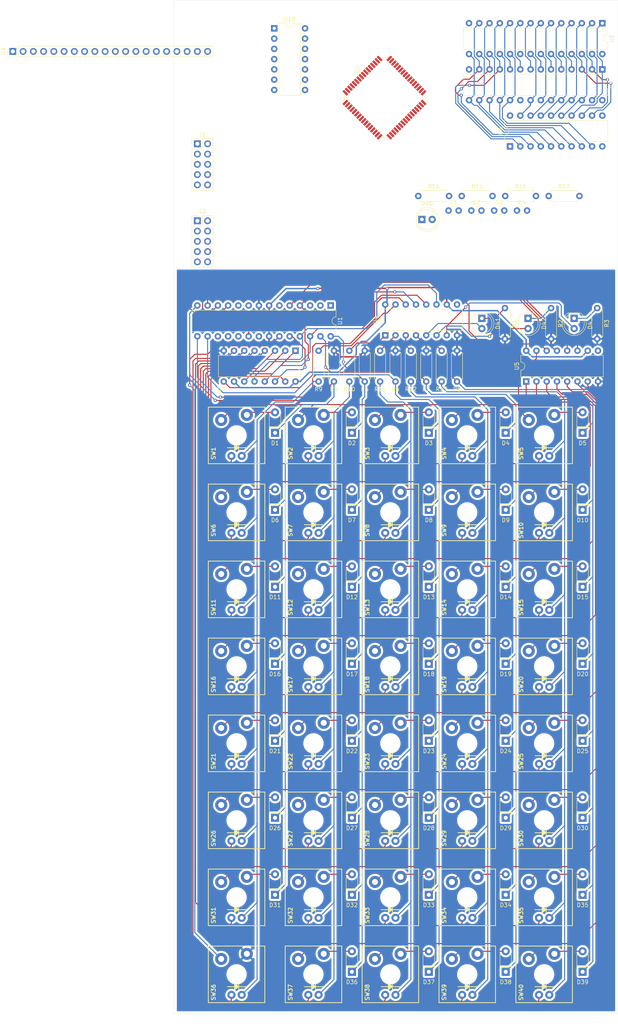
<source format=kicad_pcb>
(kicad_pcb (version 20171130) (host pcbnew 5.1.6-c6e7f7d~87~ubuntu18.04.1)
  (layers (0 F.Cu signal) (31 B.Cu signal) (34 B.Paste user) (35 F.Paste user) (36 B.SilkS user) (37 F.SilkS user) (38 B.Mask user) (39 F.Mask user) (44 Edge.Cuts user))
  (net 0 "")
  (net 1 "Net-(D1-Pad2)")
  (net 2 /Keyboard/KBD_COL_1)
  (net 3 "Net-(D2-Pad2)")
  (net 4 /Keyboard/KBD_COL_2)
  (net 5 "Net-(D3-Pad2)")
  (net 6 /Keyboard/KBD_COL_3)
  (net 7 "Net-(D4-Pad2)")
  (net 8 /Keyboard/KBD_COL_4)
  (net 9 "Net-(D5-Pad2)")
  (net 10 /Keyboard/KBD_COL_5)
  (net 11 "Net-(D6-Pad2)")
  (net 12 "Net-(D7-Pad2)")
  (net 13 "Net-(D8-Pad2)")
  (net 14 "Net-(D9-Pad2)")
  (net 15 "Net-(D10-Pad2)")
  (net 16 "Net-(D11-Pad2)")
  (net 17 "Net-(D12-Pad2)")
  (net 18 "Net-(D13-Pad2)")
  (net 19 "Net-(D14-Pad2)")
  (net 20 "Net-(D15-Pad2)")
  (net 21 "Net-(D16-Pad2)")
  (net 22 "Net-(D17-Pad2)")
  (net 23 "Net-(D18-Pad2)")
  (net 24 "Net-(D19-Pad2)")
  (net 25 "Net-(D20-Pad2)")
  (net 26 "Net-(D21-Pad2)")
  (net 27 "Net-(D22-Pad2)")
  (net 28 "Net-(D23-Pad2)")
  (net 29 "Net-(D24-Pad2)")
  (net 30 "Net-(D25-Pad2)")
  (net 31 "Net-(D26-Pad2)")
  (net 32 "Net-(D27-Pad2)")
  (net 33 "Net-(D28-Pad2)")
  (net 34 "Net-(D29-Pad2)")
  (net 35 "Net-(D30-Pad2)")
  (net 36 "Net-(D31-Pad2)")
  (net 37 "Net-(D32-Pad2)")
  (net 38 "Net-(D33-Pad2)")
  (net 39 "Net-(D34-Pad2)")
  (net 40 "Net-(D35-Pad2)")
  (net 41 "Net-(D36-Pad2)")
  (net 42 "Net-(D37-Pad2)")
  (net 43 "Net-(D38-Pad2)")
  (net 44 "Net-(D39-Pad2)")
  (net 45 "Net-(D41-Pad2)")
  (net 46 "Net-(D42-Pad2)")
  (net 47 GND)
  (net 48 /Keyboard/LED_COL_1)
  (net 49 "Net-(R9-Pad1)")
  (net 50 /Keyboard/LED_COL_2)
  (net 51 "Net-(R10-Pad1)")
  (net 52 /Keyboard/LED_COL_3)
  (net 53 "Net-(R11-Pad1)")
  (net 54 /Keyboard/LED_COL_4)
  (net 55 "Net-(R12-Pad1)")
  (net 56 /Keyboard/LED_COL_5)
  (net 57 "Net-(R13-Pad1)")
  (net 58 /Keyboard/LED_ROW_1)
  (net 59 /Keyboard/KBD_ROW_1)
  (net 60 /Keyboard/LED_ROW_2)
  (net 61 /Keyboard/KBD_ROW_2)
  (net 62 /Keyboard/LED_ROW_3)
  (net 63 /Keyboard/KBD_ROW_3)
  (net 64 /Keyboard/LED_ROW_4)
  (net 65 /Keyboard/KBD_ROW_4)
  (net 66 /Keyboard/LED_ROW_5)
  (net 67 /Keyboard/KBD_ROW_5)
  (net 68 /Keyboard/LED_ROW_6)
  (net 69 /Keyboard/KBD_ROW_6)
  (net 70 /Keyboard/LED_ROW_7)
  (net 71 /Keyboard/KBD_ROW_7)
  (net 72 /Keyboard/LED_ROW_8)
  (net 73 /Keyboard/KBD_FN_KEY)
  (net 74 /Keyboard/KBD_ROW_8)
  (net 75 "Net-(U1-Pad21)")
  (net 76 "Net-(U2-Pad7)")
  (net 77 +5V)
  (net 78 /Keyboard/LED_SHIFT_DATA)
  (net 79 /Keyboard/LED_SHIFT_OE)
  (net 80 /Keyboard/LED_SHIFT_LATCH)
  (net 81 /Keyboard/LED_SHIFT_CLK)
  (net 82 "Net-(U3-Pad9)")
  (net 83 "Net-(U4-Pad9)")
  (net 84 /Keyboard/KBD_SHIFT_DATA)
  (net 85 /Keyboard/KBD_SHIFT_OE)
  (net 86 /Keyboard/KBD_SHIFT_LATCH)
  (net 87 /Keyboard/KBD_SHIFT_CLK)
  (net 88 "Net-(U5-Pad9)")
  (net 89 "Net-(D41-Pad1)")
  (net 90 "Net-(D42-Pad1)")
  (net 91 "Net-(D43-Pad2)")
  (net 92 "Net-(D43-Pad1)")
  (net 93 /MMI_USART_CLK)
  (net 94 /MMI_USART_RXD)
  (net 95 /MMI_USART_TXD)
  (net 96 /MMI_XTAL2)
  (net 97 /MMI_XTAL1)
  (net 98 /MMI_RESET)
  (net 99 /XMEM_AD0)
  (net 100 /XMEM_AD1)
  (net 101 /XMEM_AD2)
  (net 102 /XMEM_AD3)
  (net 103 /XMEM_AD4)
  (net 104 /XMEM_AD5)
  (net 105 /XMEM_AD6)
  (net 106 /XMEM_AD7)
  (net 107 /XMEM_A15)
  (net 108 /XMEM_A14)
  (net 109 /XMEM_A13)
  (net 110 /XMEM_A12)
  (net 111 /XMEM_A11)
  (net 112 /XMEM_A10)
  (net 113 /XMEM_A9)
  (net 114 /XMEM_A8)
  (net 115 "/external memory/A0")
  (net 116 "/external memory/A1")
  (net 117 "/external memory/A2")
  (net 118 "/external memory/A3")
  (net 119 "/external memory/A4")
  (net 120 "/external memory/A5")
  (net 121 "/external memory/A6")
  (net 122 "/external memory/A7")
  (net 123 "Net-(U7-Pad28)")
  (net 124 "Net-(U8-Pad28)")
  (net 125 "Net-(U8-Pad14)")
  (net 126 "Net-(U2-Pad62)")
  (net 127 "Net-(U2-Pad61)")
  (net 128 "Net-(U2-Pad60)")
  (net 129 "Net-(U2-Pad59)")
  (net 130 "Net-(U2-Pad58)")
  (net 131 "Net-(U2-Pad57)")
  (net 132 "Net-(U2-Pad56)")
  (net 133 "Net-(U2-Pad55)")
  (net 134 "Net-(U2-Pad54)")
  (net 135 "Net-(U2-Pad32)")
  (net 136 "Net-(U2-Pad31)")
  (net 137 "Net-(U2-Pad29)")
  (net 138 "Net-(U2-Pad26)")
  (net 139 "Net-(U2-Pad17)")
  (net 140 "Net-(U2-Pad16)")
  (net 141 "Net-(U2-Pad15)")
  (net 142 "Net-(U2-Pad14)")
  (net 143 "Net-(U2-Pad13)")
  (net 144 "Net-(U2-Pad12)")
  (net 145 "Net-(U2-Pad10)")
  (net 146 "Net-(U2-Pad9)")
  (net 147 "Net-(U2-Pad8)")
  (net 148 "Net-(U2-Pad6)")
  (net 149 "Net-(U2-Pad5)")
  (net 150 "Net-(C1-Pad2)")
  (net 151 "Net-(C2-Pad2)")
  (net 152 "Net-(D40-Pad2)")
  (net 153 "Net-(D40-Pad1)")
  (net 154 /MAIN_RESET)
  (net 155 "Net-(J1-Pad3)")
  (net 156 "Net-(J2-Pad3)")
  (net 157 "Net-(R14-Pad1)")
  (net 158 /XMEM_ADDR_LATCH_LOAD)
  (net 159 /XMEM_nRD)
  (net 160 /XMEM_nWR)
  (net 161 /SCREEN_RW)
  (net 162 /SCREEN_RS)
  (net 163 /SCREEN_EN)
  (net 164 "Net-(U10-Pad2)")
  (net 165 "Net-(U9-Pad20)")
  (net 166 "Net-(U9-Pad19)")
  (net 167 "Net-(U9-Pad18)")
  (net 168 "Net-(U9-Pad17)")
  (net 169 "Net-(U9-Pad16)")
  (net 170 "Net-(U9-Pad15)")
  (net 171 "Net-(U9-Pad3)")
  (net 172 /MAIN_MISO)
  (net 173 /MAIN_SCK)
  (net 174 /MAIN_MOSI)
  (net 175 /MMI_MISO)
  (net 176 /MMI_SCK)
  (net 177 /MMI_MOSI)
  (module Package_DIP:DIP-28_W7.62mm (layer F.Cu) (at 151.13 -33.655 270)
    (fp_text reference U7 (at 3.81 -2.33 90) (layer F.SilkS))
    (fp_text value CY7C199)
    (pad 28 thru_hole oval (at 7.62 0 270) (size 1.6 1.6) (drill 0.8) (layers *.Cu *.Mask) (net 123 "Net-(U7-Pad28)"))
    (pad 14 thru_hole oval (at 0 33.02 270) (size 1.6 1.6) (drill 0.8) (layers *.Cu *.Mask) (net 47 GND))
    (pad 27 thru_hole oval (at 7.62 2.54 270) (size 1.6 1.6) (drill 0.8) (layers *.Cu *.Mask) (net 160 /XMEM_nWR))
    (pad 13 thru_hole oval (at 0 30.48 270) (size 1.6 1.6) (drill 0.8) (layers *.Cu *.Mask) (net 101 /XMEM_AD2))
    (pad 26 thru_hole oval (at 7.62 5.08 270) (size 1.6 1.6) (drill 0.8) (layers *.Cu *.Mask) (net 119 "/external memory/A4"))
    (pad 12 thru_hole oval (at 0 27.94 270) (size 1.6 1.6) (drill 0.8) (layers *.Cu *.Mask) (net 100 /XMEM_AD1))
    (pad 25 thru_hole oval (at 7.62 7.62 270) (size 1.6 1.6) (drill 0.8) (layers *.Cu *.Mask) (net 118 "/external memory/A3"))
    (pad 11 thru_hole oval (at 0 25.4 270) (size 1.6 1.6) (drill 0.8) (layers *.Cu *.Mask) (net 99 /XMEM_AD0))
    (pad 24 thru_hole oval (at 7.62 10.16 270) (size 1.6 1.6) (drill 0.8) (layers *.Cu *.Mask) (net 117 "/external memory/A2"))
    (pad 10 thru_hole oval (at 0 22.86 270) (size 1.6 1.6) (drill 0.8) (layers *.Cu *.Mask) (net 108 /XMEM_A14))
    (pad 23 thru_hole oval (at 7.62 12.7 270) (size 1.6 1.6) (drill 0.8) (layers *.Cu *.Mask) (net 116 "/external memory/A1"))
    (pad 9 thru_hole oval (at 0 20.32 270) (size 1.6 1.6) (drill 0.8) (layers *.Cu *.Mask) (net 109 /XMEM_A13))
    (pad 22 thru_hole oval (at 7.62 15.24 270) (size 1.6 1.6) (drill 0.8) (layers *.Cu *.Mask) (net 159 /XMEM_nRD))
    (pad 8 thru_hole oval (at 0 17.78 270) (size 1.6 1.6) (drill 0.8) (layers *.Cu *.Mask) (net 110 /XMEM_A12))
    (pad 21 thru_hole oval (at 7.62 17.78 270) (size 1.6 1.6) (drill 0.8) (layers *.Cu *.Mask) (net 115 "/external memory/A0"))
    (pad 7 thru_hole oval (at 0 15.24 270) (size 1.6 1.6) (drill 0.8) (layers *.Cu *.Mask) (net 111 /XMEM_A11))
    (pad 20 thru_hole oval (at 7.62 20.32 270) (size 1.6 1.6) (drill 0.8) (layers *.Cu *.Mask) (net 107 /XMEM_A15))
    (pad 6 thru_hole oval (at 0 12.7 270) (size 1.6 1.6) (drill 0.8) (layers *.Cu *.Mask) (net 112 /XMEM_A10))
    (pad 19 thru_hole oval (at 7.62 22.86 270) (size 1.6 1.6) (drill 0.8) (layers *.Cu *.Mask) (net 106 /XMEM_AD7))
    (pad 5 thru_hole oval (at 0 10.16 270) (size 1.6 1.6) (drill 0.8) (layers *.Cu *.Mask) (net 113 /XMEM_A9))
    (pad 18 thru_hole oval (at 7.62 25.4 270) (size 1.6 1.6) (drill 0.8) (layers *.Cu *.Mask) (net 105 /XMEM_AD6))
    (pad 4 thru_hole oval (at 0 7.62 270) (size 1.6 1.6) (drill 0.8) (layers *.Cu *.Mask) (net 114 /XMEM_A8))
    (pad 17 thru_hole oval (at 7.62 27.94 270) (size 1.6 1.6) (drill 0.8) (layers *.Cu *.Mask) (net 104 /XMEM_AD5))
    (pad 3 thru_hole oval (at 0 5.08 270) (size 1.6 1.6) (drill 0.8) (layers *.Cu *.Mask) (net 122 "/external memory/A7"))
    (pad 16 thru_hole oval (at 7.62 30.48 270) (size 1.6 1.6) (drill 0.8) (layers *.Cu *.Mask) (net 103 /XMEM_AD4))
    (pad 2 thru_hole oval (at 0 2.54 270) (size 1.6 1.6) (drill 0.8) (layers *.Cu *.Mask) (net 121 "/external memory/A6"))
    (pad 15 thru_hole oval (at 7.62 33.02 270) (size 1.6 1.6) (drill 0.8) (layers *.Cu *.Mask) (net 102 /XMEM_AD3))
    (pad 1 thru_hole rect (at 0 0 270) (size 1.6 1.6) (drill 0.8) (layers *.Cu *.Mask) (net 120 "/external memory/A5"))
  )
  (module Package_DIP:DIP-14_W7.62mm (layer F.Cu) (at 69.85 -43.815)
    (fp_text reference U10 (at 3.81 -2.33) (layer F.SilkS))
    (fp_text value 74HC04)
    (pad 14 thru_hole oval (at 7.62 0) (size 1.6 1.6) (drill 0.8) (layers *.Cu *.Mask) (net 77 +5V))
    (pad 7 thru_hole oval (at 0 15.24) (size 1.6 1.6) (drill 0.8) (layers *.Cu *.Mask) (net 47 GND))
    (pad 13 thru_hole oval (at 7.62 2.54) (size 1.6 1.6) (drill 0.8) (layers *.Cu *.Mask))
    (pad 6 thru_hole oval (at 0 12.7) (size 1.6 1.6) (drill 0.8) (layers *.Cu *.Mask))
    (pad 12 thru_hole oval (at 7.62 5.08) (size 1.6 1.6) (drill 0.8) (layers *.Cu *.Mask))
    (pad 5 thru_hole oval (at 0 10.16) (size 1.6 1.6) (drill 0.8) (layers *.Cu *.Mask))
    (pad 11 thru_hole oval (at 7.62 7.62) (size 1.6 1.6) (drill 0.8) (layers *.Cu *.Mask))
    (pad 4 thru_hole oval (at 0 7.62) (size 1.6 1.6) (drill 0.8) (layers *.Cu *.Mask))
    (pad 10 thru_hole oval (at 7.62 10.16) (size 1.6 1.6) (drill 0.8) (layers *.Cu *.Mask))
    (pad 3 thru_hole oval (at 0 5.08) (size 1.6 1.6) (drill 0.8) (layers *.Cu *.Mask))
    (pad 9 thru_hole oval (at 7.62 12.7) (size 1.6 1.6) (drill 0.8) (layers *.Cu *.Mask))
    (pad 2 thru_hole oval (at 0 2.54) (size 1.6 1.6) (drill 0.8) (layers *.Cu *.Mask) (net 164 "Net-(U10-Pad2)"))
    (pad 8 thru_hole oval (at 7.62 15.24) (size 1.6 1.6) (drill 0.8) (layers *.Cu *.Mask))
    (pad 1 thru_hole rect (at 0 0) (size 1.6 1.6) (drill 0.8) (layers *.Cu *.Mask) (net 107 /XMEM_A15))
  )
  (module Connector_PinHeader_2.54mm:PinHeader_1x20_P2.54mm_Vertical (layer F.Cu) (at 5.08 -38.1 90)
    (fp_text reference U9 (at 0 -2.33 90) (layer F.SilkS))
    (fp_text value screen_128x64)
    (pad 20 thru_hole oval (at 0 48.26 90) (size 1.7 1.7) (drill 1) (layers *.Cu *.Mask) (net 165 "Net-(U9-Pad20)"))
    (pad 19 thru_hole oval (at 0 45.72 90) (size 1.7 1.7) (drill 1) (layers *.Cu *.Mask) (net 166 "Net-(U9-Pad19)"))
    (pad 18 thru_hole oval (at 0 43.18 90) (size 1.7 1.7) (drill 1) (layers *.Cu *.Mask) (net 167 "Net-(U9-Pad18)"))
    (pad 17 thru_hole oval (at 0 40.64 90) (size 1.7 1.7) (drill 1) (layers *.Cu *.Mask) (net 168 "Net-(U9-Pad17)"))
    (pad 16 thru_hole oval (at 0 38.1 90) (size 1.7 1.7) (drill 1) (layers *.Cu *.Mask) (net 169 "Net-(U9-Pad16)"))
    (pad 15 thru_hole oval (at 0 35.56 90) (size 1.7 1.7) (drill 1) (layers *.Cu *.Mask) (net 170 "Net-(U9-Pad15)"))
    (pad 14 thru_hole oval (at 0 33.02 90) (size 1.7 1.7) (drill 1) (layers *.Cu *.Mask) (net 134 "Net-(U2-Pad54)"))
    (pad 13 thru_hole oval (at 0 30.48 90) (size 1.7 1.7) (drill 1) (layers *.Cu *.Mask) (net 133 "Net-(U2-Pad55)"))
    (pad 12 thru_hole oval (at 0 27.94 90) (size 1.7 1.7) (drill 1) (layers *.Cu *.Mask) (net 132 "Net-(U2-Pad56)"))
    (pad 11 thru_hole oval (at 0 25.4 90) (size 1.7 1.7) (drill 1) (layers *.Cu *.Mask) (net 131 "Net-(U2-Pad57)"))
    (pad 10 thru_hole oval (at 0 22.86 90) (size 1.7 1.7) (drill 1) (layers *.Cu *.Mask) (net 130 "Net-(U2-Pad58)"))
    (pad 9 thru_hole oval (at 0 20.32 90) (size 1.7 1.7) (drill 1) (layers *.Cu *.Mask) (net 129 "Net-(U2-Pad59)"))
    (pad 8 thru_hole oval (at 0 17.78 90) (size 1.7 1.7) (drill 1) (layers *.Cu *.Mask) (net 128 "Net-(U2-Pad60)"))
    (pad 7 thru_hole oval (at 0 15.24 90) (size 1.7 1.7) (drill 1) (layers *.Cu *.Mask) (net 127 "Net-(U2-Pad61)"))
    (pad 6 thru_hole oval (at 0 12.7 90) (size 1.7 1.7) (drill 1) (layers *.Cu *.Mask) (net 163 /SCREEN_EN))
    (pad 5 thru_hole oval (at 0 10.16 90) (size 1.7 1.7) (drill 1) (layers *.Cu *.Mask) (net 161 /SCREEN_RW))
    (pad 4 thru_hole oval (at 0 7.62 90) (size 1.7 1.7) (drill 1) (layers *.Cu *.Mask) (net 162 /SCREEN_RS))
    (pad 3 thru_hole oval (at 0 5.08 90) (size 1.7 1.7) (drill 1) (layers *.Cu *.Mask) (net 171 "Net-(U9-Pad3)"))
    (pad 2 thru_hole oval (at 0 2.54 90) (size 1.7 1.7) (drill 1) (layers *.Cu *.Mask) (net 47 GND))
    (pad 1 thru_hole rect (at 0 0 90) (size 1.7 1.7) (drill 1) (layers *.Cu *.Mask) (net 77 +5V))
  )
  (module Resistor_THT:R_Axial_DIN0207_L6.3mm_D2.5mm_P7.62mm_Horizontal (layer F.Cu) (at 137.84 -2.33)
    (fp_text reference R17 (at 3.81 -2.37) (layer F.SilkS))
    (fp_text value 10K)
    (pad 2 thru_hole oval (at 7.62 0) (size 1.6 1.6) (drill 0.8) (layers *.Cu *.Mask) (net 98 /MMI_RESET))
    (pad 1 thru_hole circle (at 0 0) (size 1.6 1.6) (drill 0.8) (layers *.Cu *.Mask) (net 77 +5V))
  )
  (module Resistor_THT:R_Axial_DIN0207_L6.3mm_D2.5mm_P7.62mm_Horizontal (layer F.Cu) (at 127.07 -2.33)
    (fp_text reference R16 (at 3.81 -2.37) (layer F.SilkS))
    (fp_text value 220)
    (pad 2 thru_hole oval (at 7.62 0) (size 1.6 1.6) (drill 0.8) (layers *.Cu *.Mask) (net 153 "Net-(D40-Pad1)"))
    (pad 1 thru_hole circle (at 0 0) (size 1.6 1.6) (drill 0.8) (layers *.Cu *.Mask) (net 47 GND))
  )
  (module Resistor_THT:R_Axial_DIN0207_L6.3mm_D2.5mm_P7.62mm_Horizontal (layer F.Cu) (at 116.3 -2.33)
    (fp_text reference R15 (at 3.81 -2.37) (layer F.SilkS))
    (fp_text value 10K)
    (pad 2 thru_hole oval (at 7.62 0) (size 1.6 1.6) (drill 0.8) (layers *.Cu *.Mask) (net 154 /MAIN_RESET))
    (pad 1 thru_hole circle (at 0 0) (size 1.6 1.6) (drill 0.8) (layers *.Cu *.Mask) (net 77 +5V))
  )
  (module Resistor_THT:R_Axial_DIN0207_L6.3mm_D2.5mm_P7.62mm_Horizontal (layer F.Cu) (at 105.53 -2.33)
    (fp_text reference R14 (at 3.81 -2.37) (layer F.SilkS))
    (fp_text value 10K)
    (pad 2 thru_hole oval (at 7.62 0) (size 1.6 1.6) (drill 0.8) (layers *.Cu *.Mask) (net 77 +5V))
    (pad 1 thru_hole circle (at 0 0) (size 1.6 1.6) (drill 0.8) (layers *.Cu *.Mask) (net 157 "Net-(R14-Pad1)"))
  )
  (module Connector_PinHeader_2.54mm:PinHeader_2x05_P2.54mm_Vertical (layer F.Cu) (at 50.8 3.81)
    (fp_text reference J2 (at 1.27 -2.33) (layer F.SilkS))
    (fp_text value AVR-ISP-10)
    (pad 10 thru_hole oval (at 2.54 10.16) (size 1.7 1.7) (drill 1) (layers *.Cu *.Mask) (net 47 GND))
    (pad 9 thru_hole oval (at 0 10.16) (size 1.7 1.7) (drill 1) (layers *.Cu *.Mask) (net 175 /MMI_MISO))
    (pad 8 thru_hole oval (at 2.54 7.62) (size 1.7 1.7) (drill 1) (layers *.Cu *.Mask) (net 47 GND))
    (pad 7 thru_hole oval (at 0 7.62) (size 1.7 1.7) (drill 1) (layers *.Cu *.Mask) (net 176 /MMI_SCK))
    (pad 6 thru_hole oval (at 2.54 5.08) (size 1.7 1.7) (drill 1) (layers *.Cu *.Mask) (net 47 GND))
    (pad 5 thru_hole oval (at 0 5.08) (size 1.7 1.7) (drill 1) (layers *.Cu *.Mask) (net 98 /MMI_RESET))
    (pad 4 thru_hole oval (at 2.54 2.54) (size 1.7 1.7) (drill 1) (layers *.Cu *.Mask) (net 47 GND))
    (pad 3 thru_hole oval (at 0 2.54) (size 1.7 1.7) (drill 1) (layers *.Cu *.Mask) (net 156 "Net-(J2-Pad3)"))
    (pad 2 thru_hole oval (at 2.54 0) (size 1.7 1.7) (drill 1) (layers *.Cu *.Mask) (net 77 +5V))
    (pad 1 thru_hole rect (at 0 0) (size 1.7 1.7) (drill 1) (layers *.Cu *.Mask) (net 177 /MMI_MOSI))
  )
  (module Connector_PinHeader_2.54mm:PinHeader_2x05_P2.54mm_Vertical (layer F.Cu) (at 50.8 -15.24)
    (fp_text reference J1 (at 1.27 -2.33) (layer F.SilkS))
    (fp_text value AVR-ISP-10)
    (pad 10 thru_hole oval (at 2.54 10.16) (size 1.7 1.7) (drill 1) (layers *.Cu *.Mask) (net 47 GND))
    (pad 9 thru_hole oval (at 0 10.16) (size 1.7 1.7) (drill 1) (layers *.Cu *.Mask) (net 172 /MAIN_MISO))
    (pad 8 thru_hole oval (at 2.54 7.62) (size 1.7 1.7) (drill 1) (layers *.Cu *.Mask) (net 47 GND))
    (pad 7 thru_hole oval (at 0 7.62) (size 1.7 1.7) (drill 1) (layers *.Cu *.Mask) (net 173 /MAIN_SCK))
    (pad 6 thru_hole oval (at 2.54 5.08) (size 1.7 1.7) (drill 1) (layers *.Cu *.Mask) (net 47 GND))
    (pad 5 thru_hole oval (at 0 5.08) (size 1.7 1.7) (drill 1) (layers *.Cu *.Mask) (net 154 /MAIN_RESET))
    (pad 4 thru_hole oval (at 2.54 2.54) (size 1.7 1.7) (drill 1) (layers *.Cu *.Mask) (net 47 GND))
    (pad 3 thru_hole oval (at 0 2.54) (size 1.7 1.7) (drill 1) (layers *.Cu *.Mask) (net 155 "Net-(J1-Pad3)"))
    (pad 2 thru_hole oval (at 2.54 0) (size 1.7 1.7) (drill 1) (layers *.Cu *.Mask) (net 77 +5V))
    (pad 1 thru_hole rect (at 0 0) (size 1.7 1.7) (drill 1) (layers *.Cu *.Mask) (net 174 /MAIN_MOSI))
  )
  (module LED_THT:LED_D5.0mm (layer F.Cu) (at 106.43 3.47)
    (fp_text reference D40 (at 1.27 -3.96) (layer F.SilkS))
    (fp_text value LED)
    (pad 2 thru_hole circle (at 2.54 0) (size 1.8 1.8) (drill 0.9) (layers *.Cu *.Mask) (net 152 "Net-(D40-Pad2)"))
    (pad 1 thru_hole rect (at 0 0) (size 1.8 1.8) (drill 0.9) (layers *.Cu *.Mask) (net 153 "Net-(D40-Pad1)"))
  )
  (module Capacitor_THT:C_Disc_D3.0mm_W1.6mm_P2.50mm (layer F.Cu) (at 129.98 1.27)
    (fp_text reference C4 (at 1.25 -2.05) (layer F.SilkS))
    (fp_text value 22p)
    (pad 2 thru_hole circle (at 2.5 0) (size 1.6 1.6) (drill 0.8) (layers *.Cu *.Mask) (net 96 /MMI_XTAL2))
    (pad 1 thru_hole circle (at 0 0) (size 1.6 1.6) (drill 0.8) (layers *.Cu *.Mask) (net 47 GND))
  )
  (module Capacitor_THT:C_Disc_D3.0mm_W1.6mm_P2.50mm (layer F.Cu) (at 124.33 1.27)
    (fp_text reference C3 (at 1.25 -2.05) (layer F.SilkS))
    (fp_text value 22p)
    (pad 2 thru_hole circle (at 2.5 0) (size 1.6 1.6) (drill 0.8) (layers *.Cu *.Mask) (net 97 /MMI_XTAL1))
    (pad 1 thru_hole circle (at 0 0) (size 1.6 1.6) (drill 0.8) (layers *.Cu *.Mask) (net 47 GND))
  )
  (module Capacitor_THT:C_Disc_D3.0mm_W1.6mm_P2.50mm (layer F.Cu) (at 118.68 1.27)
    (fp_text reference C2 (at 1.25 -2.05) (layer F.SilkS))
    (fp_text value 22p)
    (pad 2 thru_hole circle (at 2.5 0) (size 1.6 1.6) (drill 0.8) (layers *.Cu *.Mask) (net 151 "Net-(C2-Pad2)"))
    (pad 1 thru_hole circle (at 0 0) (size 1.6 1.6) (drill 0.8) (layers *.Cu *.Mask) (net 47 GND))
  )
  (module Capacitor_THT:C_Disc_D3.0mm_W1.6mm_P2.50mm (layer F.Cu) (at 113.03 1.27)
    (fp_text reference C1 (at 1.25 -2.05) (layer F.SilkS))
    (fp_text value 22p)
    (pad 2 thru_hole circle (at 2.5 0) (size 1.6 1.6) (drill 0.8) (layers *.Cu *.Mask) (net 150 "Net-(C1-Pad2)"))
    (pad 1 thru_hole circle (at 0 0) (size 1.6 1.6) (drill 0.8) (layers *.Cu *.Mask) (net 47 GND))
  )
  (module Package_DIP:DIP-28_W7.62mm (layer F.Cu) (at 151.13 -45.085 270)
    (fp_text reference U8 (at 3.81 -2.33 90) (layer F.SilkS))
    (fp_text value CY7C199)
    (pad 28 thru_hole oval (at 7.62 0 270) (size 1.6 1.6) (drill 0.8) (layers *.Cu *.Mask) (net 124 "Net-(U8-Pad28)"))
    (pad 14 thru_hole oval (at 0 33.02 270) (size 1.6 1.6) (drill 0.8) (layers *.Cu *.Mask) (net 125 "Net-(U8-Pad14)"))
    (pad 27 thru_hole oval (at 7.62 2.54 270) (size 1.6 1.6) (drill 0.8) (layers *.Cu *.Mask) (net 160 /XMEM_nWR))
    (pad 13 thru_hole oval (at 0 30.48 270) (size 1.6 1.6) (drill 0.8) (layers *.Cu *.Mask) (net 101 /XMEM_AD2))
    (pad 26 thru_hole oval (at 7.62 5.08 270) (size 1.6 1.6) (drill 0.8) (layers *.Cu *.Mask) (net 119 "/external memory/A4"))
    (pad 12 thru_hole oval (at 0 27.94 270) (size 1.6 1.6) (drill 0.8) (layers *.Cu *.Mask) (net 100 /XMEM_AD1))
    (pad 25 thru_hole oval (at 7.62 7.62 270) (size 1.6 1.6) (drill 0.8) (layers *.Cu *.Mask) (net 118 "/external memory/A3"))
    (pad 11 thru_hole oval (at 0 25.4 270) (size 1.6 1.6) (drill 0.8) (layers *.Cu *.Mask) (net 99 /XMEM_AD0))
    (pad 24 thru_hole oval (at 7.62 10.16 270) (size 1.6 1.6) (drill 0.8) (layers *.Cu *.Mask) (net 117 "/external memory/A2"))
    (pad 10 thru_hole oval (at 0 22.86 270) (size 1.6 1.6) (drill 0.8) (layers *.Cu *.Mask) (net 108 /XMEM_A14))
    (pad 23 thru_hole oval (at 7.62 12.7 270) (size 1.6 1.6) (drill 0.8) (layers *.Cu *.Mask) (net 116 "/external memory/A1"))
    (pad 9 thru_hole oval (at 0 20.32 270) (size 1.6 1.6) (drill 0.8) (layers *.Cu *.Mask) (net 109 /XMEM_A13))
    (pad 22 thru_hole oval (at 7.62 15.24 270) (size 1.6 1.6) (drill 0.8) (layers *.Cu *.Mask) (net 159 /XMEM_nRD))
    (pad 8 thru_hole oval (at 0 17.78 270) (size 1.6 1.6) (drill 0.8) (layers *.Cu *.Mask) (net 110 /XMEM_A12))
    (pad 21 thru_hole oval (at 7.62 17.78 270) (size 1.6 1.6) (drill 0.8) (layers *.Cu *.Mask) (net 115 "/external memory/A0"))
    (pad 7 thru_hole oval (at 0 15.24 270) (size 1.6 1.6) (drill 0.8) (layers *.Cu *.Mask) (net 111 /XMEM_A11))
    (pad 20 thru_hole oval (at 7.62 20.32 270) (size 1.6 1.6) (drill 0.8) (layers *.Cu *.Mask) (net 164 "Net-(U10-Pad2)"))
    (pad 6 thru_hole oval (at 0 12.7 270) (size 1.6 1.6) (drill 0.8) (layers *.Cu *.Mask) (net 112 /XMEM_A10))
    (pad 19 thru_hole oval (at 7.62 22.86 270) (size 1.6 1.6) (drill 0.8) (layers *.Cu *.Mask) (net 106 /XMEM_AD7))
    (pad 5 thru_hole oval (at 0 10.16 270) (size 1.6 1.6) (drill 0.8) (layers *.Cu *.Mask) (net 113 /XMEM_A9))
    (pad 18 thru_hole oval (at 7.62 25.4 270) (size 1.6 1.6) (drill 0.8) (layers *.Cu *.Mask) (net 105 /XMEM_AD6))
    (pad 4 thru_hole oval (at 0 7.62 270) (size 1.6 1.6) (drill 0.8) (layers *.Cu *.Mask) (net 114 /XMEM_A8))
    (pad 17 thru_hole oval (at 7.62 27.94 270) (size 1.6 1.6) (drill 0.8) (layers *.Cu *.Mask) (net 104 /XMEM_AD5))
    (pad 3 thru_hole oval (at 0 5.08 270) (size 1.6 1.6) (drill 0.8) (layers *.Cu *.Mask) (net 122 "/external memory/A7"))
    (pad 16 thru_hole oval (at 7.62 30.48 270) (size 1.6 1.6) (drill 0.8) (layers *.Cu *.Mask) (net 103 /XMEM_AD4))
    (pad 2 thru_hole oval (at 0 2.54 270) (size 1.6 1.6) (drill 0.8) (layers *.Cu *.Mask) (net 121 "/external memory/A6"))
    (pad 15 thru_hole oval (at 7.62 33.02 270) (size 1.6 1.6) (drill 0.8) (layers *.Cu *.Mask) (net 102 /XMEM_AD3))
    (pad 1 thru_hole rect (at 0 0 270) (size 1.6 1.6) (drill 0.8) (layers *.Cu *.Mask) (net 120 "/external memory/A5"))
  )
  (module Package_DIP:DIP-20_W7.62mm (layer F.Cu) (at 128.27 -14.605 90)
    (fp_text reference U6 (at 3.81 -2.33 90) (layer F.SilkS))
    (fp_text value 74LS573)
    (pad 20 thru_hole oval (at 7.62 0 90) (size 1.6 1.6) (drill 0.8) (layers *.Cu *.Mask) (net 77 +5V))
    (pad 10 thru_hole oval (at 0 22.86 90) (size 1.6 1.6) (drill 0.8) (layers *.Cu *.Mask) (net 47 GND))
    (pad 19 thru_hole oval (at 7.62 2.54 90) (size 1.6 1.6) (drill 0.8) (layers *.Cu *.Mask) (net 115 "/external memory/A0"))
    (pad 9 thru_hole oval (at 0 20.32 90) (size 1.6 1.6) (drill 0.8) (layers *.Cu *.Mask) (net 106 /XMEM_AD7))
    (pad 18 thru_hole oval (at 7.62 5.08 90) (size 1.6 1.6) (drill 0.8) (layers *.Cu *.Mask) (net 116 "/external memory/A1"))
    (pad 8 thru_hole oval (at 0 17.78 90) (size 1.6 1.6) (drill 0.8) (layers *.Cu *.Mask) (net 105 /XMEM_AD6))
    (pad 17 thru_hole oval (at 7.62 7.62 90) (size 1.6 1.6) (drill 0.8) (layers *.Cu *.Mask) (net 117 "/external memory/A2"))
    (pad 7 thru_hole oval (at 0 15.24 90) (size 1.6 1.6) (drill 0.8) (layers *.Cu *.Mask) (net 104 /XMEM_AD5))
    (pad 16 thru_hole oval (at 7.62 10.16 90) (size 1.6 1.6) (drill 0.8) (layers *.Cu *.Mask) (net 118 "/external memory/A3"))
    (pad 6 thru_hole oval (at 0 12.7 90) (size 1.6 1.6) (drill 0.8) (layers *.Cu *.Mask) (net 103 /XMEM_AD4))
    (pad 15 thru_hole oval (at 7.62 12.7 90) (size 1.6 1.6) (drill 0.8) (layers *.Cu *.Mask) (net 119 "/external memory/A4"))
    (pad 5 thru_hole oval (at 0 10.16 90) (size 1.6 1.6) (drill 0.8) (layers *.Cu *.Mask) (net 102 /XMEM_AD3))
    (pad 14 thru_hole oval (at 7.62 15.24 90) (size 1.6 1.6) (drill 0.8) (layers *.Cu *.Mask) (net 120 "/external memory/A5"))
    (pad 4 thru_hole oval (at 0 7.62 90) (size 1.6 1.6) (drill 0.8) (layers *.Cu *.Mask) (net 101 /XMEM_AD2))
    (pad 13 thru_hole oval (at 7.62 17.78 90) (size 1.6 1.6) (drill 0.8) (layers *.Cu *.Mask) (net 121 "/external memory/A6"))
    (pad 3 thru_hole oval (at 0 5.08 90) (size 1.6 1.6) (drill 0.8) (layers *.Cu *.Mask) (net 100 /XMEM_AD1))
    (pad 12 thru_hole oval (at 7.62 20.32 90) (size 1.6 1.6) (drill 0.8) (layers *.Cu *.Mask) (net 122 "/external memory/A7"))
    (pad 2 thru_hole oval (at 0 2.54 90) (size 1.6 1.6) (drill 0.8) (layers *.Cu *.Mask) (net 99 /XMEM_AD0))
    (pad 11 thru_hole oval (at 7.62 22.86 90) (size 1.6 1.6) (drill 0.8) (layers *.Cu *.Mask) (net 158 /XMEM_ADDR_LATCH_LOAD))
    (pad 1 thru_hole rect (at 0 0 90) (size 1.6 1.6) (drill 0.8) (layers *.Cu *.Mask) (net 47 GND))
  )
  (module Package_QFP:TQFP-64_14x14mm_P0.8mm (layer F.Cu) (at 97.155 -26.67 45)
    (fp_text reference U2 (at 0 -9.45 45) (layer F.SilkS))
    (fp_text value ATmega128A-AU)
    (pad 64 smd rect (at -6 -7.7 135) (size 1.5 0.55) (layers F.Cu F.Paste F.Mask) (net 77 +5V))
    (pad 63 smd rect (at -5.2 -7.7 135) (size 1.5 0.55) (layers F.Cu F.Paste F.Mask) (net 47 GND))
    (pad 62 smd rect (at -4.4 -7.7 135) (size 1.5 0.55) (layers F.Cu F.Paste F.Mask) (net 126 "Net-(U2-Pad62)"))
    (pad 61 smd rect (at -3.6 -7.7 135) (size 1.5 0.55) (layers F.Cu F.Paste F.Mask) (net 127 "Net-(U2-Pad61)"))
    (pad 60 smd rect (at -2.8 -7.7 135) (size 1.5 0.55) (layers F.Cu F.Paste F.Mask) (net 128 "Net-(U2-Pad60)"))
    (pad 59 smd rect (at -2 -7.7 135) (size 1.5 0.55) (layers F.Cu F.Paste F.Mask) (net 129 "Net-(U2-Pad59)"))
    (pad 58 smd rect (at -1.2 -7.7 135) (size 1.5 0.55) (layers F.Cu F.Paste F.Mask) (net 130 "Net-(U2-Pad58)"))
    (pad 57 smd rect (at -0.4 -7.7 135) (size 1.5 0.55) (layers F.Cu F.Paste F.Mask) (net 131 "Net-(U2-Pad57)"))
    (pad 56 smd rect (at 0.4 -7.7 135) (size 1.5 0.55) (layers F.Cu F.Paste F.Mask) (net 132 "Net-(U2-Pad56)"))
    (pad 55 smd rect (at 1.2 -7.7 135) (size 1.5 0.55) (layers F.Cu F.Paste F.Mask) (net 133 "Net-(U2-Pad55)"))
    (pad 54 smd rect (at 2 -7.7 135) (size 1.5 0.55) (layers F.Cu F.Paste F.Mask) (net 134 "Net-(U2-Pad54)"))
    (pad 53 smd rect (at 2.8 -7.7 135) (size 1.5 0.55) (layers F.Cu F.Paste F.Mask) (net 47 GND))
    (pad 52 smd rect (at 3.6 -7.7 135) (size 1.5 0.55) (layers F.Cu F.Paste F.Mask) (net 77 +5V))
    (pad 51 smd rect (at 4.4 -7.7 135) (size 1.5 0.55) (layers F.Cu F.Paste F.Mask) (net 99 /XMEM_AD0))
    (pad 50 smd rect (at 5.2 -7.7 135) (size 1.5 0.55) (layers F.Cu F.Paste F.Mask) (net 100 /XMEM_AD1))
    (pad 49 smd rect (at 6 -7.7 135) (size 1.5 0.55) (layers F.Cu F.Paste F.Mask) (net 101 /XMEM_AD2))
    (pad 48 smd rect (at 7.7 -6 45) (size 1.5 0.55) (layers F.Cu F.Paste F.Mask) (net 102 /XMEM_AD3))
    (pad 47 smd rect (at 7.7 -5.2 45) (size 1.5 0.55) (layers F.Cu F.Paste F.Mask) (net 103 /XMEM_AD4))
    (pad 46 smd rect (at 7.7 -4.4 45) (size 1.5 0.55) (layers F.Cu F.Paste F.Mask) (net 104 /XMEM_AD5))
    (pad 45 smd rect (at 7.7 -3.6 45) (size 1.5 0.55) (layers F.Cu F.Paste F.Mask) (net 105 /XMEM_AD6))
    (pad 44 smd rect (at 7.7 -2.8 45) (size 1.5 0.55) (layers F.Cu F.Paste F.Mask) (net 106 /XMEM_AD7))
    (pad 43 smd rect (at 7.7 -2 45) (size 1.5 0.55) (layers F.Cu F.Paste F.Mask) (net 158 /XMEM_ADDR_LATCH_LOAD))
    (pad 42 smd rect (at 7.7 -1.2 45) (size 1.5 0.55) (layers F.Cu F.Paste F.Mask) (net 107 /XMEM_A15))
    (pad 41 smd rect (at 7.7 -0.4 45) (size 1.5 0.55) (layers F.Cu F.Paste F.Mask) (net 108 /XMEM_A14))
    (pad 40 smd rect (at 7.7 0.4 45) (size 1.5 0.55) (layers F.Cu F.Paste F.Mask) (net 109 /XMEM_A13))
    (pad 39 smd rect (at 7.7 1.2 45) (size 1.5 0.55) (layers F.Cu F.Paste F.Mask) (net 110 /XMEM_A12))
    (pad 38 smd rect (at 7.7 2 45) (size 1.5 0.55) (layers F.Cu F.Paste F.Mask) (net 111 /XMEM_A11))
    (pad 37 smd rect (at 7.7 2.8 45) (size 1.5 0.55) (layers F.Cu F.Paste F.Mask) (net 112 /XMEM_A10))
    (pad 36 smd rect (at 7.7 3.6 45) (size 1.5 0.55) (layers F.Cu F.Paste F.Mask) (net 113 /XMEM_A9))
    (pad 35 smd rect (at 7.7 4.4 45) (size 1.5 0.55) (layers F.Cu F.Paste F.Mask) (net 114 /XMEM_A8))
    (pad 34 smd rect (at 7.7 5.2 45) (size 1.5 0.55) (layers F.Cu F.Paste F.Mask) (net 159 /XMEM_nRD))
    (pad 33 smd rect (at 7.7 6 45) (size 1.5 0.55) (layers F.Cu F.Paste F.Mask) (net 160 /XMEM_nWR))
    (pad 32 smd rect (at 6 7.7 135) (size 1.5 0.55) (layers F.Cu F.Paste F.Mask) (net 135 "Net-(U2-Pad32)"))
    (pad 31 smd rect (at 5.2 7.7 135) (size 1.5 0.55) (layers F.Cu F.Paste F.Mask) (net 136 "Net-(U2-Pad31)"))
    (pad 30 smd rect (at 4.4 7.7 135) (size 1.5 0.55) (layers F.Cu F.Paste F.Mask) (net 93 /MMI_USART_CLK))
    (pad 29 smd rect (at 3.6 7.7 135) (size 1.5 0.55) (layers F.Cu F.Paste F.Mask) (net 137 "Net-(U2-Pad29)"))
    (pad 28 smd rect (at 2.8 7.7 135) (size 1.5 0.55) (layers F.Cu F.Paste F.Mask) (net 94 /MMI_USART_RXD))
    (pad 27 smd rect (at 2 7.7 135) (size 1.5 0.55) (layers F.Cu F.Paste F.Mask) (net 95 /MMI_USART_TXD))
    (pad 26 smd rect (at 1.2 7.7 135) (size 1.5 0.55) (layers F.Cu F.Paste F.Mask) (net 138 "Net-(U2-Pad26)"))
    (pad 25 smd rect (at 0.4 7.7 135) (size 1.5 0.55) (layers F.Cu F.Paste F.Mask) (net 152 "Net-(D40-Pad2)"))
    (pad 24 smd rect (at -0.4 7.7 135) (size 1.5 0.55) (layers F.Cu F.Paste F.Mask) (net 150 "Net-(C1-Pad2)"))
    (pad 23 smd rect (at -1.2 7.7 135) (size 1.5 0.55) (layers F.Cu F.Paste F.Mask) (net 151 "Net-(C2-Pad2)"))
    (pad 22 smd rect (at -2 7.7 135) (size 1.5 0.55) (layers F.Cu F.Paste F.Mask) (net 47 GND))
    (pad 21 smd rect (at -2.8 7.7 135) (size 1.5 0.55) (layers F.Cu F.Paste F.Mask) (net 77 +5V))
    (pad 20 smd rect (at -3.6 7.7 135) (size 1.5 0.55) (layers F.Cu F.Paste F.Mask) (net 154 /MAIN_RESET))
    (pad 19 smd rect (at -4.4 7.7 135) (size 1.5 0.55) (layers F.Cu F.Paste F.Mask) (net 161 /SCREEN_RW))
    (pad 18 smd rect (at -5.2 7.7 135) (size 1.5 0.55) (layers F.Cu F.Paste F.Mask) (net 162 /SCREEN_RS))
    (pad 17 smd rect (at -6 7.7 135) (size 1.5 0.55) (layers F.Cu F.Paste F.Mask) (net 139 "Net-(U2-Pad17)"))
    (pad 16 smd rect (at -7.7 6 45) (size 1.5 0.55) (layers F.Cu F.Paste F.Mask) (net 140 "Net-(U2-Pad16)"))
    (pad 15 smd rect (at -7.7 5.2 45) (size 1.5 0.55) (layers F.Cu F.Paste F.Mask) (net 141 "Net-(U2-Pad15)"))
    (pad 14 smd rect (at -7.7 4.4 45) (size 1.5 0.55) (layers F.Cu F.Paste F.Mask) (net 142 "Net-(U2-Pad14)"))
    (pad 13 smd rect (at -7.7 3.6 45) (size 1.5 0.55) (layers F.Cu F.Paste F.Mask) (net 143 "Net-(U2-Pad13)"))
    (pad 12 smd rect (at -7.7 2.8 45) (size 1.5 0.55) (layers F.Cu F.Paste F.Mask) (net 144 "Net-(U2-Pad12)"))
    (pad 11 smd rect (at -7.7 2 45) (size 1.5 0.55) (layers F.Cu F.Paste F.Mask) (net 173 /MAIN_SCK))
    (pad 10 smd rect (at -7.7 1.2 45) (size 1.5 0.55) (layers F.Cu F.Paste F.Mask) (net 145 "Net-(U2-Pad10)"))
    (pad 9 smd rect (at -7.7 0.4 45) (size 1.5 0.55) (layers F.Cu F.Paste F.Mask) (net 146 "Net-(U2-Pad9)"))
    (pad 8 smd rect (at -7.7 -0.4 45) (size 1.5 0.55) (layers F.Cu F.Paste F.Mask) (net 147 "Net-(U2-Pad8)"))
    (pad 7 smd rect (at -7.7 -1.2 45) (size 1.5 0.55) (layers F.Cu F.Paste F.Mask) (net 76 "Net-(U2-Pad7)"))
    (pad 6 smd rect (at -7.7 -2 45) (size 1.5 0.55) (layers F.Cu F.Paste F.Mask) (net 148 "Net-(U2-Pad6)"))
    (pad 5 smd rect (at -7.7 -2.8 45) (size 1.5 0.55) (layers F.Cu F.Paste F.Mask) (net 149 "Net-(U2-Pad5)"))
    (pad 4 smd rect (at -7.7 -3.6 45) (size 1.5 0.55) (layers F.Cu F.Paste F.Mask) (net 163 /SCREEN_EN))
    (pad 3 smd rect (at -7.7 -4.4 45) (size 1.5 0.55) (layers F.Cu F.Paste F.Mask) (net 172 /MAIN_MISO))
    (pad 2 smd rect (at -7.7 -5.2 45) (size 1.5 0.55) (layers F.Cu F.Paste F.Mask) (net 174 /MAIN_MOSI))
    (pad 1 smd rect (at -7.7 -6 45) (size 1.5 0.55) (layers F.Cu F.Paste F.Mask) (net 157 "Net-(R14-Pad1)"))
  )
  (module cherry_switches:cherry_mx_switch_with_led (layer F.Cu) (at 98.615 56.905)
    (fp_text reference SW3 (at -5.715 4.445 270) (layer F.SilkS) (effects (font (thickness 0.2))))
    (fp_text value cheery_mx_switch_led)
    (pad 4 thru_hole circle (at 1.27 5.08) (size 2 2) (drill 1) (layers *.Cu *.Mask) (net 53 "Net-(R11-Pad1)"))
    (pad 3 thru_hole circle (at -1.27 5.08) (size 2 2) (drill 1) (layers *.Cu *.Mask) (net 58 /Keyboard/LED_ROW_1))
    (pad 1 thru_hole circle (at -3.81 -3.81) (size 3 3) (drill 1.5) (layers *.Cu *.Mask) (net 59 /Keyboard/KBD_ROW_1))
    (pad 2 thru_hole circle (at 2.54 -5.08) (size 3 3) (drill 1.5) (layers *.Cu *.Mask) (net 5 "Net-(D3-Pad2)"))
    (pad "" np_thru_hole circle (at 0 0) (size 4 4) (drill 4) (layers *.Cu *.Mask))
  )
  (module stm_sbc_parts:diode_tht_p5.08mm_horizontal_side_lbl (layer F.Cu) (at 146.24 189.62 90)
    (fp_text reference D39 (at -2.54 0 180) (layer F.SilkS))
    (fp_text value 1N4148)
    (pad 1 thru_hole rect (at 0 0 90) (size 2 2) (drill 1) (layers *.Cu *.Mask) (net 10 /Keyboard/KBD_COL_5))
    (pad 2 thru_hole oval (at 5.08 0 90) (size 2 2) (drill 1) (layers *.Cu *.Mask) (net 44 "Net-(D39-Pad2)"))
  )
  (module stm_sbc_parts:diode_tht_p5.08mm_horizontal_side_lbl (layer F.Cu) (at 127.19 189.62 90)
    (fp_text reference D38 (at -2.54 0 180) (layer F.SilkS))
    (fp_text value 1N4148)
    (pad 1 thru_hole rect (at 0 0 90) (size 2 2) (drill 1) (layers *.Cu *.Mask) (net 8 /Keyboard/KBD_COL_4))
    (pad 2 thru_hole oval (at 5.08 0 90) (size 2 2) (drill 1) (layers *.Cu *.Mask) (net 43 "Net-(D38-Pad2)"))
  )
  (module stm_sbc_parts:diode_tht_p5.08mm_horizontal_side_lbl (layer F.Cu) (at 108.14 189.62 90)
    (fp_text reference D37 (at -2.54 0 180) (layer F.SilkS))
    (fp_text value 1N4148)
    (pad 1 thru_hole rect (at 0 0 90) (size 2 2) (drill 1) (layers *.Cu *.Mask) (net 6 /Keyboard/KBD_COL_3))
    (pad 2 thru_hole oval (at 5.08 0 90) (size 2 2) (drill 1) (layers *.Cu *.Mask) (net 42 "Net-(D37-Pad2)"))
  )
  (module stm_sbc_parts:diode_tht_p5.08mm_horizontal_side_lbl (layer F.Cu) (at 89.09 189.62 90)
    (fp_text reference D36 (at -2.54 0 180) (layer F.SilkS))
    (fp_text value 1N4148)
    (pad 1 thru_hole rect (at 0 0 90) (size 2 2) (drill 1) (layers *.Cu *.Mask) (net 4 /Keyboard/KBD_COL_2))
    (pad 2 thru_hole oval (at 5.08 0 90) (size 2 2) (drill 1) (layers *.Cu *.Mask) (net 41 "Net-(D36-Pad2)"))
  )
  (module stm_sbc_parts:diode_tht_p5.08mm_horizontal_side_lbl (layer F.Cu) (at 146.24 170.57 90)
    (fp_text reference D35 (at -2.54 0 180) (layer F.SilkS))
    (fp_text value 1N4148)
    (pad 1 thru_hole rect (at 0 0 90) (size 2 2) (drill 1) (layers *.Cu *.Mask) (net 10 /Keyboard/KBD_COL_5))
    (pad 2 thru_hole oval (at 5.08 0 90) (size 2 2) (drill 1) (layers *.Cu *.Mask) (net 40 "Net-(D35-Pad2)"))
  )
  (module stm_sbc_parts:diode_tht_p5.08mm_horizontal_side_lbl (layer F.Cu) (at 127.19 170.57 90)
    (fp_text reference D34 (at -2.54 0 180) (layer F.SilkS))
    (fp_text value 1N4148)
    (pad 1 thru_hole rect (at 0 0 90) (size 2 2) (drill 1) (layers *.Cu *.Mask) (net 8 /Keyboard/KBD_COL_4))
    (pad 2 thru_hole oval (at 5.08 0 90) (size 2 2) (drill 1) (layers *.Cu *.Mask) (net 39 "Net-(D34-Pad2)"))
  )
  (module stm_sbc_parts:diode_tht_p5.08mm_horizontal_side_lbl (layer F.Cu) (at 108.14 170.57 90)
    (fp_text reference D33 (at -2.54 0 180) (layer F.SilkS))
    (fp_text value 1N4148)
    (pad 1 thru_hole rect (at 0 0 90) (size 2 2) (drill 1) (layers *.Cu *.Mask) (net 6 /Keyboard/KBD_COL_3))
    (pad 2 thru_hole oval (at 5.08 0 90) (size 2 2) (drill 1) (layers *.Cu *.Mask) (net 38 "Net-(D33-Pad2)"))
  )
  (module stm_sbc_parts:diode_tht_p5.08mm_horizontal_side_lbl (layer F.Cu) (at 89.09 170.57 90)
    (fp_text reference D32 (at -2.54 0 180) (layer F.SilkS))
    (fp_text value 1N4148)
    (pad 1 thru_hole rect (at 0 0 90) (size 2 2) (drill 1) (layers *.Cu *.Mask) (net 4 /Keyboard/KBD_COL_2))
    (pad 2 thru_hole oval (at 5.08 0 90) (size 2 2) (drill 1) (layers *.Cu *.Mask) (net 37 "Net-(D32-Pad2)"))
  )
  (module stm_sbc_parts:diode_tht_p5.08mm_horizontal_side_lbl (layer F.Cu) (at 70.04 170.57 90)
    (fp_text reference D31 (at -2.54 0 180) (layer F.SilkS))
    (fp_text value 1N4148)
    (pad 1 thru_hole rect (at 0 0 90) (size 2 2) (drill 1) (layers *.Cu *.Mask) (net 2 /Keyboard/KBD_COL_1))
    (pad 2 thru_hole oval (at 5.08 0 90) (size 2 2) (drill 1) (layers *.Cu *.Mask) (net 36 "Net-(D31-Pad2)"))
  )
  (module stm_sbc_parts:diode_tht_p5.08mm_horizontal_side_lbl (layer F.Cu) (at 146.24 151.52 90)
    (fp_text reference D30 (at -2.54 0 180) (layer F.SilkS))
    (fp_text value 1N4148)
    (pad 1 thru_hole rect (at 0 0 90) (size 2 2) (drill 1) (layers *.Cu *.Mask) (net 10 /Keyboard/KBD_COL_5))
    (pad 2 thru_hole oval (at 5.08 0 90) (size 2 2) (drill 1) (layers *.Cu *.Mask) (net 35 "Net-(D30-Pad2)"))
  )
  (module stm_sbc_parts:diode_tht_p5.08mm_horizontal_side_lbl (layer F.Cu) (at 127.19 151.52 90)
    (fp_text reference D29 (at -2.54 0 180) (layer F.SilkS))
    (fp_text value 1N4148)
    (pad 1 thru_hole rect (at 0 0 90) (size 2 2) (drill 1) (layers *.Cu *.Mask) (net 8 /Keyboard/KBD_COL_4))
    (pad 2 thru_hole oval (at 5.08 0 90) (size 2 2) (drill 1) (layers *.Cu *.Mask) (net 34 "Net-(D29-Pad2)"))
  )
  (module stm_sbc_parts:diode_tht_p5.08mm_horizontal_side_lbl (layer F.Cu) (at 108.14 151.52 90)
    (fp_text reference D28 (at -2.54 0 180) (layer F.SilkS))
    (fp_text value 1N4148)
    (pad 1 thru_hole rect (at 0 0 90) (size 2 2) (drill 1) (layers *.Cu *.Mask) (net 6 /Keyboard/KBD_COL_3))
    (pad 2 thru_hole oval (at 5.08 0 90) (size 2 2) (drill 1) (layers *.Cu *.Mask) (net 33 "Net-(D28-Pad2)"))
  )
  (module stm_sbc_parts:diode_tht_p5.08mm_horizontal_side_lbl (layer F.Cu) (at 89.09 151.52 90)
    (fp_text reference D27 (at -2.54 0 180) (layer F.SilkS))
    (fp_text value 1N4148)
    (pad 1 thru_hole rect (at 0 0 90) (size 2 2) (drill 1) (layers *.Cu *.Mask) (net 4 /Keyboard/KBD_COL_2))
    (pad 2 thru_hole oval (at 5.08 0 90) (size 2 2) (drill 1) (layers *.Cu *.Mask) (net 32 "Net-(D27-Pad2)"))
  )
  (module stm_sbc_parts:diode_tht_p5.08mm_horizontal_side_lbl (layer F.Cu) (at 70.04 151.52 90)
    (fp_text reference D26 (at -2.54 0 180) (layer F.SilkS))
    (fp_text value 1N4148)
    (pad 1 thru_hole rect (at 0 0 90) (size 2 2) (drill 1) (layers *.Cu *.Mask) (net 2 /Keyboard/KBD_COL_1))
    (pad 2 thru_hole oval (at 5.08 0 90) (size 2 2) (drill 1) (layers *.Cu *.Mask) (net 31 "Net-(D26-Pad2)"))
  )
  (module stm_sbc_parts:diode_tht_p5.08mm_horizontal_side_lbl (layer F.Cu) (at 146.24 132.47 90)
    (fp_text reference D25 (at -2.54 0 180) (layer F.SilkS))
    (fp_text value 1N4148)
    (pad 1 thru_hole rect (at 0 0 90) (size 2 2) (drill 1) (layers *.Cu *.Mask) (net 10 /Keyboard/KBD_COL_5))
    (pad 2 thru_hole oval (at 5.08 0 90) (size 2 2) (drill 1) (layers *.Cu *.Mask) (net 30 "Net-(D25-Pad2)"))
  )
  (module stm_sbc_parts:diode_tht_p5.08mm_horizontal_side_lbl (layer F.Cu) (at 127.19 132.47 90)
    (fp_text reference D24 (at -2.54 0 180) (layer F.SilkS))
    (fp_text value 1N4148)
    (pad 1 thru_hole rect (at 0 0 90) (size 2 2) (drill 1) (layers *.Cu *.Mask) (net 8 /Keyboard/KBD_COL_4))
    (pad 2 thru_hole oval (at 5.08 0 90) (size 2 2) (drill 1) (layers *.Cu *.Mask) (net 29 "Net-(D24-Pad2)"))
  )
  (module stm_sbc_parts:diode_tht_p5.08mm_horizontal_side_lbl (layer F.Cu) (at 108.14 132.47 90)
    (fp_text reference D23 (at -2.54 0 180) (layer F.SilkS))
    (fp_text value 1N4148)
    (pad 1 thru_hole rect (at 0 0 90) (size 2 2) (drill 1) (layers *.Cu *.Mask) (net 6 /Keyboard/KBD_COL_3))
    (pad 2 thru_hole oval (at 5.08 0 90) (size 2 2) (drill 1) (layers *.Cu *.Mask) (net 28 "Net-(D23-Pad2)"))
  )
  (module stm_sbc_parts:diode_tht_p5.08mm_horizontal_side_lbl (layer F.Cu) (at 89.09 132.47 90)
    (fp_text reference D22 (at -2.54 0 180) (layer F.SilkS))
    (fp_text value 1N4148)
    (pad 1 thru_hole rect (at 0 0 90) (size 2 2) (drill 1) (layers *.Cu *.Mask) (net 4 /Keyboard/KBD_COL_2))
    (pad 2 thru_hole oval (at 5.08 0 90) (size 2 2) (drill 1) (layers *.Cu *.Mask) (net 27 "Net-(D22-Pad2)"))
  )
  (module stm_sbc_parts:diode_tht_p5.08mm_horizontal_side_lbl (layer F.Cu) (at 70.04 132.47 90)
    (fp_text reference D21 (at -2.54 0 180) (layer F.SilkS))
    (fp_text value 1N4148)
    (pad 1 thru_hole rect (at 0 0 90) (size 2 2) (drill 1) (layers *.Cu *.Mask) (net 2 /Keyboard/KBD_COL_1))
    (pad 2 thru_hole oval (at 5.08 0 90) (size 2 2) (drill 1) (layers *.Cu *.Mask) (net 26 "Net-(D21-Pad2)"))
  )
  (module stm_sbc_parts:diode_tht_p5.08mm_horizontal_side_lbl (layer F.Cu) (at 146.24 113.42 90)
    (fp_text reference D20 (at -2.54 0 180) (layer F.SilkS))
    (fp_text value 1N4148)
    (pad 1 thru_hole rect (at 0 0 90) (size 2 2) (drill 1) (layers *.Cu *.Mask) (net 10 /Keyboard/KBD_COL_5))
    (pad 2 thru_hole oval (at 5.08 0 90) (size 2 2) (drill 1) (layers *.Cu *.Mask) (net 25 "Net-(D20-Pad2)"))
  )
  (module stm_sbc_parts:diode_tht_p5.08mm_horizontal_side_lbl (layer F.Cu) (at 127.19 113.42 90)
    (fp_text reference D19 (at -2.54 0 180) (layer F.SilkS))
    (fp_text value 1N4148)
    (pad 1 thru_hole rect (at 0 0 90) (size 2 2) (drill 1) (layers *.Cu *.Mask) (net 8 /Keyboard/KBD_COL_4))
    (pad 2 thru_hole oval (at 5.08 0 90) (size 2 2) (drill 1) (layers *.Cu *.Mask) (net 24 "Net-(D19-Pad2)"))
  )
  (module stm_sbc_parts:diode_tht_p5.08mm_horizontal_side_lbl (layer F.Cu) (at 108.14 113.42 90)
    (fp_text reference D18 (at -2.54 0 180) (layer F.SilkS))
    (fp_text value 1N4148)
    (pad 1 thru_hole rect (at 0 0 90) (size 2 2) (drill 1) (layers *.Cu *.Mask) (net 6 /Keyboard/KBD_COL_3))
    (pad 2 thru_hole oval (at 5.08 0 90) (size 2 2) (drill 1) (layers *.Cu *.Mask) (net 23 "Net-(D18-Pad2)"))
  )
  (module stm_sbc_parts:diode_tht_p5.08mm_horizontal_side_lbl (layer F.Cu) (at 89.09 113.42 90)
    (fp_text reference D17 (at -2.54 0 180) (layer F.SilkS))
    (fp_text value 1N4148)
    (pad 1 thru_hole rect (at 0 0 90) (size 2 2) (drill 1) (layers *.Cu *.Mask) (net 4 /Keyboard/KBD_COL_2))
    (pad 2 thru_hole oval (at 5.08 0 90) (size 2 2) (drill 1) (layers *.Cu *.Mask) (net 22 "Net-(D17-Pad2)"))
  )
  (module stm_sbc_parts:diode_tht_p5.08mm_horizontal_side_lbl (layer F.Cu) (at 70.04 113.42 90)
    (fp_text reference D16 (at -2.54 0 180) (layer F.SilkS))
    (fp_text value 1N4148)
    (pad 1 thru_hole rect (at 0 0 90) (size 2 2) (drill 1) (layers *.Cu *.Mask) (net 2 /Keyboard/KBD_COL_1))
    (pad 2 thru_hole oval (at 5.08 0 90) (size 2 2) (drill 1) (layers *.Cu *.Mask) (net 21 "Net-(D16-Pad2)"))
  )
  (module stm_sbc_parts:diode_tht_p5.08mm_horizontal_side_lbl (layer F.Cu) (at 146.24 94.37 90)
    (fp_text reference D15 (at -2.54 0 180) (layer F.SilkS))
    (fp_text value 1N4148)
    (pad 1 thru_hole rect (at 0 0 90) (size 2 2) (drill 1) (layers *.Cu *.Mask) (net 10 /Keyboard/KBD_COL_5))
    (pad 2 thru_hole oval (at 5.08 0 90) (size 2 2) (drill 1) (layers *.Cu *.Mask) (net 20 "Net-(D15-Pad2)"))
  )
  (module stm_sbc_parts:diode_tht_p5.08mm_horizontal_side_lbl (layer F.Cu) (at 127.19 94.37 90)
    (fp_text reference D14 (at -2.54 0 180) (layer F.SilkS))
    (fp_text value 1N4148)
    (pad 1 thru_hole rect (at 0 0 90) (size 2 2) (drill 1) (layers *.Cu *.Mask) (net 8 /Keyboard/KBD_COL_4))
    (pad 2 thru_hole oval (at 5.08 0 90) (size 2 2) (drill 1) (layers *.Cu *.Mask) (net 19 "Net-(D14-Pad2)"))
  )
  (module stm_sbc_parts:diode_tht_p5.08mm_horizontal_side_lbl (layer F.Cu) (at 108.14 94.37 90)
    (fp_text reference D13 (at -2.54 0 180) (layer F.SilkS))
    (fp_text value 1N4148)
    (pad 1 thru_hole rect (at 0 0 90) (size 2 2) (drill 1) (layers *.Cu *.Mask) (net 6 /Keyboard/KBD_COL_3))
    (pad 2 thru_hole oval (at 5.08 0 90) (size 2 2) (drill 1) (layers *.Cu *.Mask) (net 18 "Net-(D13-Pad2)"))
  )
  (module stm_sbc_parts:diode_tht_p5.08mm_horizontal_side_lbl (layer F.Cu) (at 89.09 94.37 90)
    (fp_text reference D12 (at -2.54 0 180) (layer F.SilkS))
    (fp_text value 1N4148)
    (pad 1 thru_hole rect (at 0 0 90) (size 2 2) (drill 1) (layers *.Cu *.Mask) (net 4 /Keyboard/KBD_COL_2))
    (pad 2 thru_hole oval (at 5.08 0 90) (size 2 2) (drill 1) (layers *.Cu *.Mask) (net 17 "Net-(D12-Pad2)"))
  )
  (module stm_sbc_parts:diode_tht_p5.08mm_horizontal_side_lbl (layer F.Cu) (at 70.04 94.37 90)
    (fp_text reference D11 (at -2.54 0 180) (layer F.SilkS))
    (fp_text value 1N4148)
    (pad 1 thru_hole rect (at 0 0 90) (size 2 2) (drill 1) (layers *.Cu *.Mask) (net 2 /Keyboard/KBD_COL_1))
    (pad 2 thru_hole oval (at 5.08 0 90) (size 2 2) (drill 1) (layers *.Cu *.Mask) (net 16 "Net-(D11-Pad2)"))
  )
  (module stm_sbc_parts:diode_tht_p5.08mm_horizontal_side_lbl (layer F.Cu) (at 146.24 75.32 90)
    (fp_text reference D10 (at -2.54 0 180) (layer F.SilkS))
    (fp_text value 1N4148)
    (pad 1 thru_hole rect (at 0 0 90) (size 2 2) (drill 1) (layers *.Cu *.Mask) (net 10 /Keyboard/KBD_COL_5))
    (pad 2 thru_hole oval (at 5.08 0 90) (size 2 2) (drill 1) (layers *.Cu *.Mask) (net 15 "Net-(D10-Pad2)"))
  )
  (module stm_sbc_parts:diode_tht_p5.08mm_horizontal_side_lbl (layer F.Cu) (at 127.19 75.32 90)
    (fp_text reference D9 (at -2.54 0 180) (layer F.SilkS))
    (fp_text value 1N4148)
    (pad 1 thru_hole rect (at 0 0 90) (size 2 2) (drill 1) (layers *.Cu *.Mask) (net 8 /Keyboard/KBD_COL_4))
    (pad 2 thru_hole oval (at 5.08 0 90) (size 2 2) (drill 1) (layers *.Cu *.Mask) (net 14 "Net-(D9-Pad2)"))
  )
  (module stm_sbc_parts:diode_tht_p5.08mm_horizontal_side_lbl (layer F.Cu) (at 108.14 75.32 90)
    (fp_text reference D8 (at -2.54 0 180) (layer F.SilkS))
    (fp_text value 1N4148)
    (pad 1 thru_hole rect (at 0 0 90) (size 2 2) (drill 1) (layers *.Cu *.Mask) (net 6 /Keyboard/KBD_COL_3))
    (pad 2 thru_hole oval (at 5.08 0 90) (size 2 2) (drill 1) (layers *.Cu *.Mask) (net 13 "Net-(D8-Pad2)"))
  )
  (module stm_sbc_parts:diode_tht_p5.08mm_horizontal_side_lbl (layer F.Cu) (at 89.09 75.32 90)
    (fp_text reference D7 (at -2.54 0 180) (layer F.SilkS))
    (fp_text value 1N4148)
    (pad 1 thru_hole rect (at 0 0 90) (size 2 2) (drill 1) (layers *.Cu *.Mask) (net 4 /Keyboard/KBD_COL_2))
    (pad 2 thru_hole oval (at 5.08 0 90) (size 2 2) (drill 1) (layers *.Cu *.Mask) (net 12 "Net-(D7-Pad2)"))
  )
  (module stm_sbc_parts:diode_tht_p5.08mm_horizontal_side_lbl (layer F.Cu) (at 70.04 75.32 90)
    (fp_text reference D6 (at -2.54 0 180) (layer F.SilkS))
    (fp_text value 1N4148)
    (pad 1 thru_hole rect (at 0 0 90) (size 2 2) (drill 1) (layers *.Cu *.Mask) (net 2 /Keyboard/KBD_COL_1))
    (pad 2 thru_hole oval (at 5.08 0 90) (size 2 2) (drill 1) (layers *.Cu *.Mask) (net 11 "Net-(D6-Pad2)"))
  )
  (module stm_sbc_parts:diode_tht_p5.08mm_horizontal_side_lbl (layer F.Cu) (at 146.24 56.27 90)
    (fp_text reference D5 (at -2.54 0 180) (layer F.SilkS))
    (fp_text value 1N4148)
    (pad 1 thru_hole rect (at 0 0 90) (size 2 2) (drill 1) (layers *.Cu *.Mask) (net 10 /Keyboard/KBD_COL_5))
    (pad 2 thru_hole oval (at 5.08 0 90) (size 2 2) (drill 1) (layers *.Cu *.Mask) (net 9 "Net-(D5-Pad2)"))
  )
  (module stm_sbc_parts:diode_tht_p5.08mm_horizontal_side_lbl (layer F.Cu) (at 127.19 56.27 90)
    (fp_text reference D4 (at -2.54 0 180) (layer F.SilkS))
    (fp_text value 1N4148)
    (pad 1 thru_hole rect (at 0 0 90) (size 2 2) (drill 1) (layers *.Cu *.Mask) (net 8 /Keyboard/KBD_COL_4))
    (pad 2 thru_hole oval (at 5.08 0 90) (size 2 2) (drill 1) (layers *.Cu *.Mask) (net 7 "Net-(D4-Pad2)"))
  )
  (module stm_sbc_parts:diode_tht_p5.08mm_horizontal_side_lbl (layer F.Cu) (at 108.14 56.27 90)
    (fp_text reference D3 (at -2.54 0 180) (layer F.SilkS))
    (fp_text value 1N4148)
    (pad 1 thru_hole rect (at 0 0 90) (size 2 2) (drill 1) (layers *.Cu *.Mask) (net 6 /Keyboard/KBD_COL_3))
    (pad 2 thru_hole oval (at 5.08 0 90) (size 2 2) (drill 1) (layers *.Cu *.Mask) (net 5 "Net-(D3-Pad2)"))
  )
  (module stm_sbc_parts:diode_tht_p5.08mm_horizontal_side_lbl (layer F.Cu) (at 89.09 56.27 90)
    (fp_text reference D2 (at -2.54 0 180) (layer F.SilkS))
    (fp_text value 1N4148)
    (pad 1 thru_hole rect (at 0 0 90) (size 2 2) (drill 1) (layers *.Cu *.Mask) (net 4 /Keyboard/KBD_COL_2))
    (pad 2 thru_hole oval (at 5.08 0 90) (size 2 2) (drill 1) (layers *.Cu *.Mask) (net 3 "Net-(D2-Pad2)"))
  )
  (module stm_sbc_parts:diode_tht_p5.08mm_horizontal_side_lbl (layer F.Cu) (at 70.04 56.27 90)
    (fp_text reference D1 (at -2.54 0 180) (layer F.SilkS))
    (fp_text value 1N4148)
    (pad 1 thru_hole rect (at 0 0 90) (size 2 2) (drill 1) (layers *.Cu *.Mask) (net 2 /Keyboard/KBD_COL_1))
    (pad 2 thru_hole oval (at 5.08 0 90) (size 2 2) (drill 1) (layers *.Cu *.Mask) (net 1 "Net-(D1-Pad2)"))
  )
  (module cherry_switches:cherry_mx_switch_with_led (layer F.Cu) (at 60.515 190.255)
    (fp_text reference SW36 (at -5.715 4.445 270) (layer F.SilkS) (effects (font (thickness 0.2))))
    (fp_text value cheery_mx_switch_led)
    (pad 4 thru_hole circle (at 1.27 5.08) (size 2 2) (drill 1) (layers *.Cu *.Mask) (net 49 "Net-(R9-Pad1)"))
    (pad 3 thru_hole circle (at -1.27 5.08) (size 2 2) (drill 1) (layers *.Cu *.Mask) (net 72 /Keyboard/LED_ROW_8))
    (pad 1 thru_hole circle (at -3.81 -3.81) (size 3 3) (drill 1.5) (layers *.Cu *.Mask) (net 73 /Keyboard/KBD_FN_KEY))
    (pad 2 thru_hole circle (at 2.54 -5.08) (size 3 3) (drill 1.5) (layers *.Cu *.Mask) (net 47 GND))
    (pad "" np_thru_hole circle (at 0 0) (size 4 4) (drill 4) (layers *.Cu *.Mask))
  )
  (module cherry_switches:cherry_mx_switch_with_led (layer F.Cu) (at 98.615 75.955)
    (fp_text reference SW8 (at -5.715 4.445 270) (layer F.SilkS) (effects (font (thickness 0.2))))
    (fp_text value cheery_mx_switch_led)
    (pad 4 thru_hole circle (at 1.27 5.08) (size 2 2) (drill 1) (layers *.Cu *.Mask) (net 53 "Net-(R11-Pad1)"))
    (pad 3 thru_hole circle (at -1.27 5.08) (size 2 2) (drill 1) (layers *.Cu *.Mask) (net 60 /Keyboard/LED_ROW_2))
    (pad 1 thru_hole circle (at -3.81 -3.81) (size 3 3) (drill 1.5) (layers *.Cu *.Mask) (net 61 /Keyboard/KBD_ROW_2))
    (pad 2 thru_hole circle (at 2.54 -5.08) (size 3 3) (drill 1.5) (layers *.Cu *.Mask) (net 13 "Net-(D8-Pad2)"))
    (pad "" np_thru_hole circle (at 0 0) (size 4 4) (drill 4) (layers *.Cu *.Mask))
  )
  (module cherry_switches:cherry_mx_switch_with_led (layer F.Cu) (at 98.615 171.205)
    (fp_text reference SW33 (at -5.715 4.445 270) (layer F.SilkS) (effects (font (thickness 0.2))))
    (fp_text value cheery_mx_switch_led)
    (pad 4 thru_hole circle (at 1.27 5.08) (size 2 2) (drill 1) (layers *.Cu *.Mask) (net 53 "Net-(R11-Pad1)"))
    (pad 3 thru_hole circle (at -1.27 5.08) (size 2 2) (drill 1) (layers *.Cu *.Mask) (net 70 /Keyboard/LED_ROW_7))
    (pad 1 thru_hole circle (at -3.81 -3.81) (size 3 3) (drill 1.5) (layers *.Cu *.Mask) (net 71 /Keyboard/KBD_ROW_7))
    (pad 2 thru_hole circle (at 2.54 -5.08) (size 3 3) (drill 1.5) (layers *.Cu *.Mask) (net 38 "Net-(D33-Pad2)"))
    (pad "" np_thru_hole circle (at 0 0) (size 4 4) (drill 4) (layers *.Cu *.Mask))
  )
  (module cherry_switches:cherry_mx_switch_with_led (layer F.Cu) (at 117.665 56.905)
    (fp_text reference SW4 (at -5.715 4.445 270) (layer F.SilkS) (effects (font (thickness 0.2))))
    (fp_text value cheery_mx_switch_led)
    (pad 4 thru_hole circle (at 1.27 5.08) (size 2 2) (drill 1) (layers *.Cu *.Mask) (net 55 "Net-(R12-Pad1)"))
    (pad 3 thru_hole circle (at -1.27 5.08) (size 2 2) (drill 1) (layers *.Cu *.Mask) (net 58 /Keyboard/LED_ROW_1))
    (pad 1 thru_hole circle (at -3.81 -3.81) (size 3 3) (drill 1.5) (layers *.Cu *.Mask) (net 59 /Keyboard/KBD_ROW_1))
    (pad 2 thru_hole circle (at 2.54 -5.08) (size 3 3) (drill 1.5) (layers *.Cu *.Mask) (net 7 "Net-(D4-Pad2)"))
    (pad "" np_thru_hole circle (at 0 0) (size 4 4) (drill 4) (layers *.Cu *.Mask))
  )
  (module cherry_switches:cherry_mx_switch_with_led (layer F.Cu) (at 60.515 56.905)
    (fp_text reference SW1 (at -5.715 4.445 270) (layer F.SilkS) (effects (font (thickness 0.2))))
    (fp_text value cheery_mx_switch_led)
    (pad 4 thru_hole circle (at 1.27 5.08) (size 2 2) (drill 1) (layers *.Cu *.Mask) (net 49 "Net-(R9-Pad1)"))
    (pad 3 thru_hole circle (at -1.27 5.08) (size 2 2) (drill 1) (layers *.Cu *.Mask) (net 58 /Keyboard/LED_ROW_1))
    (pad 1 thru_hole circle (at -3.81 -3.81) (size 3 3) (drill 1.5) (layers *.Cu *.Mask) (net 59 /Keyboard/KBD_ROW_1))
    (pad 2 thru_hole circle (at 2.54 -5.08) (size 3 3) (drill 1.5) (layers *.Cu *.Mask) (net 1 "Net-(D1-Pad2)"))
    (pad "" np_thru_hole circle (at 0 0) (size 4 4) (drill 4) (layers *.Cu *.Mask))
  )
  (module cherry_switches:cherry_mx_switch_with_led (layer F.Cu) (at 136.715 133.105)
    (fp_text reference SW25 (at -5.715 4.445 270) (layer F.SilkS) (effects (font (thickness 0.2))))
    (fp_text value cheery_mx_switch_led)
    (pad 4 thru_hole circle (at 1.27 5.08) (size 2 2) (drill 1) (layers *.Cu *.Mask) (net 57 "Net-(R13-Pad1)"))
    (pad 3 thru_hole circle (at -1.27 5.08) (size 2 2) (drill 1) (layers *.Cu *.Mask) (net 66 /Keyboard/LED_ROW_5))
    (pad 1 thru_hole circle (at -3.81 -3.81) (size 3 3) (drill 1.5) (layers *.Cu *.Mask) (net 67 /Keyboard/KBD_ROW_5))
    (pad 2 thru_hole circle (at 2.54 -5.08) (size 3 3) (drill 1.5) (layers *.Cu *.Mask) (net 30 "Net-(D25-Pad2)"))
    (pad "" np_thru_hole circle (at 0 0) (size 4 4) (drill 4) (layers *.Cu *.Mask))
  )
  (module cherry_switches:cherry_mx_switch_with_led (layer F.Cu) (at 136.715 56.905)
    (fp_text reference SW5 (at -5.715 4.445 270) (layer F.SilkS) (effects (font (thickness 0.2))))
    (fp_text value cheery_mx_switch_led)
    (pad 4 thru_hole circle (at 1.27 5.08) (size 2 2) (drill 1) (layers *.Cu *.Mask) (net 57 "Net-(R13-Pad1)"))
    (pad 3 thru_hole circle (at -1.27 5.08) (size 2 2) (drill 1) (layers *.Cu *.Mask) (net 58 /Keyboard/LED_ROW_1))
    (pad 1 thru_hole circle (at -3.81 -3.81) (size 3 3) (drill 1.5) (layers *.Cu *.Mask) (net 59 /Keyboard/KBD_ROW_1))
    (pad 2 thru_hole circle (at 2.54 -5.08) (size 3 3) (drill 1.5) (layers *.Cu *.Mask) (net 9 "Net-(D5-Pad2)"))
    (pad "" np_thru_hole circle (at 0 0) (size 4 4) (drill 4) (layers *.Cu *.Mask))
  )
  (module Package_DIP:DIP-16_W7.62mm (layer F.Cu) (at 132.27 43.57 90)
    (fp_text reference U5 (at 3.81 -2.33 90) (layer F.SilkS))
    (fp_text value 74HC595)
    (pad 16 thru_hole oval (at 7.62 0 90) (size 1.6 1.6) (drill 0.8) (layers *.Cu *.Mask) (net 77 +5V))
    (pad 8 thru_hole oval (at 0 17.78 90) (size 1.6 1.6) (drill 0.8) (layers *.Cu *.Mask) (net 47 GND))
    (pad 15 thru_hole oval (at 7.62 2.54 90) (size 1.6 1.6) (drill 0.8) (layers *.Cu *.Mask) (net 59 /Keyboard/KBD_ROW_1))
    (pad 7 thru_hole oval (at 0 15.24 90) (size 1.6 1.6) (drill 0.8) (layers *.Cu *.Mask) (net 74 /Keyboard/KBD_ROW_8))
    (pad 14 thru_hole oval (at 7.62 5.08 90) (size 1.6 1.6) (drill 0.8) (layers *.Cu *.Mask) (net 84 /Keyboard/KBD_SHIFT_DATA))
    (pad 6 thru_hole oval (at 0 12.7 90) (size 1.6 1.6) (drill 0.8) (layers *.Cu *.Mask) (net 71 /Keyboard/KBD_ROW_7))
    (pad 13 thru_hole oval (at 7.62 7.62 90) (size 1.6 1.6) (drill 0.8) (layers *.Cu *.Mask) (net 85 /Keyboard/KBD_SHIFT_OE))
    (pad 5 thru_hole oval (at 0 10.16 90) (size 1.6 1.6) (drill 0.8) (layers *.Cu *.Mask) (net 69 /Keyboard/KBD_ROW_6))
    (pad 12 thru_hole oval (at 7.62 10.16 90) (size 1.6 1.6) (drill 0.8) (layers *.Cu *.Mask) (net 86 /Keyboard/KBD_SHIFT_LATCH))
    (pad 4 thru_hole oval (at 0 7.62 90) (size 1.6 1.6) (drill 0.8) (layers *.Cu *.Mask) (net 67 /Keyboard/KBD_ROW_5))
    (pad 11 thru_hole oval (at 7.62 12.7 90) (size 1.6 1.6) (drill 0.8) (layers *.Cu *.Mask) (net 87 /Keyboard/KBD_SHIFT_CLK))
    (pad 3 thru_hole oval (at 0 5.08 90) (size 1.6 1.6) (drill 0.8) (layers *.Cu *.Mask) (net 65 /Keyboard/KBD_ROW_4))
    (pad 10 thru_hole oval (at 7.62 15.24 90) (size 1.6 1.6) (drill 0.8) (layers *.Cu *.Mask) (net 77 +5V))
    (pad 2 thru_hole oval (at 0 2.54 90) (size 1.6 1.6) (drill 0.8) (layers *.Cu *.Mask) (net 63 /Keyboard/KBD_ROW_3))
    (pad 9 thru_hole oval (at 7.62 17.78 90) (size 1.6 1.6) (drill 0.8) (layers *.Cu *.Mask) (net 88 "Net-(U5-Pad9)"))
    (pad 1 thru_hole rect (at 0 0 90) (size 1.6 1.6) (drill 0.8) (layers *.Cu *.Mask) (net 61 /Keyboard/KBD_ROW_2))
  )
  (module Package_DIP:DIP-16_W7.62mm (layer F.Cu) (at 97.345 32.14 90)
    (fp_text reference U4 (at 3.81 -2.33 90) (layer F.SilkS))
    (fp_text value 74HC595)
    (pad 16 thru_hole oval (at 7.62 0 90) (size 1.6 1.6) (drill 0.8) (layers *.Cu *.Mask) (net 77 +5V))
    (pad 8 thru_hole oval (at 0 17.78 90) (size 1.6 1.6) (drill 0.8) (layers *.Cu *.Mask) (net 47 GND))
    (pad 15 thru_hole oval (at 7.62 2.54 90) (size 1.6 1.6) (drill 0.8) (layers *.Cu *.Mask) (net 48 /Keyboard/LED_COL_1))
    (pad 7 thru_hole oval (at 0 15.24 90) (size 1.6 1.6) (drill 0.8) (layers *.Cu *.Mask) (net 91 "Net-(D43-Pad2)"))
    (pad 14 thru_hole oval (at 7.62 5.08 90) (size 1.6 1.6) (drill 0.8) (layers *.Cu *.Mask) (net 82 "Net-(U3-Pad9)"))
    (pad 6 thru_hole oval (at 0 12.7 90) (size 1.6 1.6) (drill 0.8) (layers *.Cu *.Mask) (net 46 "Net-(D42-Pad2)"))
    (pad 13 thru_hole oval (at 7.62 7.62 90) (size 1.6 1.6) (drill 0.8) (layers *.Cu *.Mask) (net 79 /Keyboard/LED_SHIFT_OE))
    (pad 5 thru_hole oval (at 0 10.16 90) (size 1.6 1.6) (drill 0.8) (layers *.Cu *.Mask) (net 45 "Net-(D41-Pad2)"))
    (pad 12 thru_hole oval (at 7.62 10.16 90) (size 1.6 1.6) (drill 0.8) (layers *.Cu *.Mask) (net 80 /Keyboard/LED_SHIFT_LATCH))
    (pad 4 thru_hole oval (at 0 7.62 90) (size 1.6 1.6) (drill 0.8) (layers *.Cu *.Mask) (net 56 /Keyboard/LED_COL_5))
    (pad 11 thru_hole oval (at 7.62 12.7 90) (size 1.6 1.6) (drill 0.8) (layers *.Cu *.Mask) (net 81 /Keyboard/LED_SHIFT_CLK))
    (pad 3 thru_hole oval (at 0 5.08 90) (size 1.6 1.6) (drill 0.8) (layers *.Cu *.Mask) (net 54 /Keyboard/LED_COL_4))
    (pad 10 thru_hole oval (at 7.62 15.24 90) (size 1.6 1.6) (drill 0.8) (layers *.Cu *.Mask) (net 77 +5V))
    (pad 2 thru_hole oval (at 0 2.54 90) (size 1.6 1.6) (drill 0.8) (layers *.Cu *.Mask) (net 52 /Keyboard/LED_COL_3))
    (pad 9 thru_hole oval (at 7.62 17.78 90) (size 1.6 1.6) (drill 0.8) (layers *.Cu *.Mask) (net 83 "Net-(U4-Pad9)"))
    (pad 1 thru_hole rect (at 0 0 90) (size 1.6 1.6) (drill 0.8) (layers *.Cu *.Mask) (net 50 /Keyboard/LED_COL_2))
  )
  (module Package_DIP:DIP-16_W7.62mm (layer F.Cu) (at 75.12 35.95 270)
    (fp_text reference U3 (at 9.525 18.415 180) (layer F.SilkS))
    (fp_text value 74HC595)
    (pad 16 thru_hole oval (at 7.62 0 270) (size 1.6 1.6) (drill 0.8) (layers *.Cu *.Mask) (net 77 +5V))
    (pad 8 thru_hole oval (at 0 17.78 270) (size 1.6 1.6) (drill 0.8) (layers *.Cu *.Mask) (net 47 GND))
    (pad 15 thru_hole oval (at 7.62 2.54 270) (size 1.6 1.6) (drill 0.8) (layers *.Cu *.Mask) (net 58 /Keyboard/LED_ROW_1))
    (pad 7 thru_hole oval (at 0 15.24 270) (size 1.6 1.6) (drill 0.8) (layers *.Cu *.Mask) (net 72 /Keyboard/LED_ROW_8))
    (pad 14 thru_hole oval (at 7.62 5.08 270) (size 1.6 1.6) (drill 0.8) (layers *.Cu *.Mask) (net 78 /Keyboard/LED_SHIFT_DATA))
    (pad 6 thru_hole oval (at 0 12.7 270) (size 1.6 1.6) (drill 0.8) (layers *.Cu *.Mask) (net 70 /Keyboard/LED_ROW_7))
    (pad 13 thru_hole oval (at 7.62 7.62 270) (size 1.6 1.6) (drill 0.8) (layers *.Cu *.Mask) (net 79 /Keyboard/LED_SHIFT_OE))
    (pad 5 thru_hole oval (at 0 10.16 270) (size 1.6 1.6) (drill 0.8) (layers *.Cu *.Mask) (net 68 /Keyboard/LED_ROW_6))
    (pad 12 thru_hole oval (at 7.62 10.16 270) (size 1.6 1.6) (drill 0.8) (layers *.Cu *.Mask) (net 80 /Keyboard/LED_SHIFT_LATCH))
    (pad 4 thru_hole oval (at 0 7.62 270) (size 1.6 1.6) (drill 0.8) (layers *.Cu *.Mask) (net 66 /Keyboard/LED_ROW_5))
    (pad 11 thru_hole oval (at 7.62 12.7 270) (size 1.6 1.6) (drill 0.8) (layers *.Cu *.Mask) (net 81 /Keyboard/LED_SHIFT_CLK))
    (pad 3 thru_hole oval (at 0 5.08 270) (size 1.6 1.6) (drill 0.8) (layers *.Cu *.Mask) (net 64 /Keyboard/LED_ROW_4))
    (pad 10 thru_hole oval (at 7.62 15.24 270) (size 1.6 1.6) (drill 0.8) (layers *.Cu *.Mask) (net 77 +5V))
    (pad 2 thru_hole oval (at 0 2.54 270) (size 1.6 1.6) (drill 0.8) (layers *.Cu *.Mask) (net 62 /Keyboard/LED_ROW_3))
    (pad 9 thru_hole oval (at 7.62 17.78 270) (size 1.6 1.6) (drill 0.8) (layers *.Cu *.Mask) (net 82 "Net-(U3-Pad9)"))
    (pad 1 thru_hole rect (at 0 0 270) (size 1.6 1.6) (drill 0.8) (layers *.Cu *.Mask) (net 60 /Keyboard/LED_ROW_2))
  )
  (module Package_DIP:DIP-28_W7.62mm (layer F.Cu) (at 83.82 24.765 270)
    (fp_text reference U1 (at 3.81 -2.33 90) (layer F.SilkS))
    (fp_text value ATmega328-PU)
    (pad 28 thru_hole oval (at 7.62 0 270) (size 1.6 1.6) (drill 0.8) (layers *.Cu *.Mask) (net 10 /Keyboard/KBD_COL_5))
    (pad 14 thru_hole oval (at 0 33.02 270) (size 1.6 1.6) (drill 0.8) (layers *.Cu *.Mask) (net 2 /Keyboard/KBD_COL_1))
    (pad 27 thru_hole oval (at 7.62 2.54 270) (size 1.6 1.6) (drill 0.8) (layers *.Cu *.Mask) (net 8 /Keyboard/KBD_COL_4))
    (pad 13 thru_hole oval (at 0 30.48 270) (size 1.6 1.6) (drill 0.8) (layers *.Cu *.Mask) (net 85 /Keyboard/KBD_SHIFT_OE))
    (pad 26 thru_hole oval (at 7.62 5.08 270) (size 1.6 1.6) (drill 0.8) (layers *.Cu *.Mask) (net 80 /Keyboard/LED_SHIFT_LATCH))
    (pad 12 thru_hole oval (at 0 27.94 270) (size 1.6 1.6) (drill 0.8) (layers *.Cu *.Mask) (net 86 /Keyboard/KBD_SHIFT_LATCH))
    (pad 25 thru_hole oval (at 7.62 7.62 270) (size 1.6 1.6) (drill 0.8) (layers *.Cu *.Mask) (net 81 /Keyboard/LED_SHIFT_CLK))
    (pad 11 thru_hole oval (at 0 25.4 270) (size 1.6 1.6) (drill 0.8) (layers *.Cu *.Mask) (net 87 /Keyboard/KBD_SHIFT_CLK))
    (pad 24 thru_hole oval (at 7.62 10.16 270) (size 1.6 1.6) (drill 0.8) (layers *.Cu *.Mask) (net 78 /Keyboard/LED_SHIFT_DATA))
    (pad 10 thru_hole oval (at 0 22.86 270) (size 1.6 1.6) (drill 0.8) (layers *.Cu *.Mask) (net 96 /MMI_XTAL2))
    (pad 23 thru_hole oval (at 7.62 12.7 270) (size 1.6 1.6) (drill 0.8) (layers *.Cu *.Mask) (net 73 /Keyboard/KBD_FN_KEY))
    (pad 9 thru_hole oval (at 0 20.32 270) (size 1.6 1.6) (drill 0.8) (layers *.Cu *.Mask) (net 97 /MMI_XTAL1))
    (pad 22 thru_hole oval (at 7.62 15.24 270) (size 1.6 1.6) (drill 0.8) (layers *.Cu *.Mask) (net 47 GND))
    (pad 8 thru_hole oval (at 0 17.78 270) (size 1.6 1.6) (drill 0.8) (layers *.Cu *.Mask) (net 47 GND))
    (pad 21 thru_hole oval (at 7.62 17.78 270) (size 1.6 1.6) (drill 0.8) (layers *.Cu *.Mask) (net 75 "Net-(U1-Pad21)"))
    (pad 7 thru_hole oval (at 0 15.24 270) (size 1.6 1.6) (drill 0.8) (layers *.Cu *.Mask) (net 77 +5V))
    (pad 20 thru_hole oval (at 7.62 20.32 270) (size 1.6 1.6) (drill 0.8) (layers *.Cu *.Mask) (net 77 +5V))
    (pad 6 thru_hole oval (at 0 12.7 270) (size 1.6 1.6) (drill 0.8) (layers *.Cu *.Mask) (net 93 /MMI_USART_CLK))
    (pad 19 thru_hole oval (at 7.62 22.86 270) (size 1.6 1.6) (drill 0.8) (layers *.Cu *.Mask) (net 176 /MMI_SCK))
    (pad 5 thru_hole oval (at 0 10.16 270) (size 1.6 1.6) (drill 0.8) (layers *.Cu *.Mask) (net 84 /Keyboard/KBD_SHIFT_DATA))
    (pad 18 thru_hole oval (at 7.62 25.4 270) (size 1.6 1.6) (drill 0.8) (layers *.Cu *.Mask) (net 175 /MMI_MISO))
    (pad 4 thru_hole oval (at 0 7.62 270) (size 1.6 1.6) (drill 0.8) (layers *.Cu *.Mask) (net 79 /Keyboard/LED_SHIFT_OE))
    (pad 17 thru_hole oval (at 7.62 27.94 270) (size 1.6 1.6) (drill 0.8) (layers *.Cu *.Mask) (net 177 /MMI_MOSI))
    (pad 3 thru_hole oval (at 0 5.08 270) (size 1.6 1.6) (drill 0.8) (layers *.Cu *.Mask) (net 95 /MMI_USART_TXD))
    (pad 16 thru_hole oval (at 7.62 30.48 270) (size 1.6 1.6) (drill 0.8) (layers *.Cu *.Mask) (net 6 /Keyboard/KBD_COL_3))
    (pad 2 thru_hole oval (at 0 2.54 270) (size 1.6 1.6) (drill 0.8) (layers *.Cu *.Mask) (net 94 /MMI_USART_RXD))
    (pad 15 thru_hole oval (at 7.62 33.02 270) (size 1.6 1.6) (drill 0.8) (layers *.Cu *.Mask) (net 4 /Keyboard/KBD_COL_2))
    (pad 1 thru_hole rect (at 0 0 270) (size 1.6 1.6) (drill 0.8) (layers *.Cu *.Mask) (net 98 /MMI_RESET))
  )
  (module cherry_switches:cherry_mx_switch_with_led (layer F.Cu) (at 136.715 190.255)
    (fp_text reference SW40 (at -5.715 4.445 270) (layer F.SilkS) (effects (font (thickness 0.2))))
    (fp_text value cheery_mx_switch_led)
    (pad 4 thru_hole circle (at 1.27 5.08) (size 2 2) (drill 1) (layers *.Cu *.Mask) (net 57 "Net-(R13-Pad1)"))
    (pad 3 thru_hole circle (at -1.27 5.08) (size 2 2) (drill 1) (layers *.Cu *.Mask) (net 72 /Keyboard/LED_ROW_8))
    (pad 1 thru_hole circle (at -3.81 -3.81) (size 3 3) (drill 1.5) (layers *.Cu *.Mask) (net 74 /Keyboard/KBD_ROW_8))
    (pad 2 thru_hole circle (at 2.54 -5.08) (size 3 3) (drill 1.5) (layers *.Cu *.Mask) (net 44 "Net-(D39-Pad2)"))
    (pad "" np_thru_hole circle (at 0 0) (size 4 4) (drill 4) (layers *.Cu *.Mask))
  )
  (module cherry_switches:cherry_mx_switch_with_led (layer F.Cu) (at 117.665 190.255)
    (fp_text reference SW39 (at -5.715 4.445 270) (layer F.SilkS) (effects (font (thickness 0.2))))
    (fp_text value cheery_mx_switch_led)
    (pad 4 thru_hole circle (at 1.27 5.08) (size 2 2) (drill 1) (layers *.Cu *.Mask) (net 55 "Net-(R12-Pad1)"))
    (pad 3 thru_hole circle (at -1.27 5.08) (size 2 2) (drill 1) (layers *.Cu *.Mask) (net 72 /Keyboard/LED_ROW_8))
    (pad 1 thru_hole circle (at -3.81 -3.81) (size 3 3) (drill 1.5) (layers *.Cu *.Mask) (net 74 /Keyboard/KBD_ROW_8))
    (pad 2 thru_hole circle (at 2.54 -5.08) (size 3 3) (drill 1.5) (layers *.Cu *.Mask) (net 43 "Net-(D38-Pad2)"))
    (pad "" np_thru_hole circle (at 0 0) (size 4 4) (drill 4) (layers *.Cu *.Mask))
  )
  (module cherry_switches:cherry_mx_switch_with_led (layer F.Cu) (at 98.615 190.255)
    (fp_text reference SW38 (at -5.715 4.445 270) (layer F.SilkS) (effects (font (thickness 0.2))))
    (fp_text value cheery_mx_switch_led)
    (pad 4 thru_hole circle (at 1.27 5.08) (size 2 2) (drill 1) (layers *.Cu *.Mask) (net 53 "Net-(R11-Pad1)"))
    (pad 3 thru_hole circle (at -1.27 5.08) (size 2 2) (drill 1) (layers *.Cu *.Mask) (net 72 /Keyboard/LED_ROW_8))
    (pad 1 thru_hole circle (at -3.81 -3.81) (size 3 3) (drill 1.5) (layers *.Cu *.Mask) (net 74 /Keyboard/KBD_ROW_8))
    (pad 2 thru_hole circle (at 2.54 -5.08) (size 3 3) (drill 1.5) (layers *.Cu *.Mask) (net 42 "Net-(D37-Pad2)"))
    (pad "" np_thru_hole circle (at 0 0) (size 4 4) (drill 4) (layers *.Cu *.Mask))
  )
  (module cherry_switches:cherry_mx_switch_with_led (layer F.Cu) (at 79.565 190.255)
    (fp_text reference SW37 (at -5.715 4.445 270) (layer F.SilkS) (effects (font (thickness 0.2))))
    (fp_text value cheery_mx_switch_led)
    (pad 4 thru_hole circle (at 1.27 5.08) (size 2 2) (drill 1) (layers *.Cu *.Mask) (net 51 "Net-(R10-Pad1)"))
    (pad 3 thru_hole circle (at -1.27 5.08) (size 2 2) (drill 1) (layers *.Cu *.Mask) (net 72 /Keyboard/LED_ROW_8))
    (pad 1 thru_hole circle (at -3.81 -3.81) (size 3 3) (drill 1.5) (layers *.Cu *.Mask) (net 74 /Keyboard/KBD_ROW_8))
    (pad 2 thru_hole circle (at 2.54 -5.08) (size 3 3) (drill 1.5) (layers *.Cu *.Mask) (net 41 "Net-(D36-Pad2)"))
    (pad "" np_thru_hole circle (at 0 0) (size 4 4) (drill 4) (layers *.Cu *.Mask))
  )
  (module cherry_switches:cherry_mx_switch_with_led (layer F.Cu) (at 136.715 171.205)
    (fp_text reference SW35 (at -5.715 4.445 270) (layer F.SilkS) (effects (font (thickness 0.2))))
    (fp_text value cheery_mx_switch_led)
    (pad 4 thru_hole circle (at 1.27 5.08) (size 2 2) (drill 1) (layers *.Cu *.Mask) (net 57 "Net-(R13-Pad1)"))
    (pad 3 thru_hole circle (at -1.27 5.08) (size 2 2) (drill 1) (layers *.Cu *.Mask) (net 70 /Keyboard/LED_ROW_7))
    (pad 1 thru_hole circle (at -3.81 -3.81) (size 3 3) (drill 1.5) (layers *.Cu *.Mask) (net 71 /Keyboard/KBD_ROW_7))
    (pad 2 thru_hole circle (at 2.54 -5.08) (size 3 3) (drill 1.5) (layers *.Cu *.Mask) (net 40 "Net-(D35-Pad2)"))
    (pad "" np_thru_hole circle (at 0 0) (size 4 4) (drill 4) (layers *.Cu *.Mask))
  )
  (module cherry_switches:cherry_mx_switch_with_led (layer F.Cu) (at 117.665 171.205)
    (fp_text reference SW34 (at -5.715 4.445 270) (layer F.SilkS) (effects (font (thickness 0.2))))
    (fp_text value cheery_mx_switch_led)
    (pad 4 thru_hole circle (at 1.27 5.08) (size 2 2) (drill 1) (layers *.Cu *.Mask) (net 55 "Net-(R12-Pad1)"))
    (pad 3 thru_hole circle (at -1.27 5.08) (size 2 2) (drill 1) (layers *.Cu *.Mask) (net 70 /Keyboard/LED_ROW_7))
    (pad 1 thru_hole circle (at -3.81 -3.81) (size 3 3) (drill 1.5) (layers *.Cu *.Mask) (net 71 /Keyboard/KBD_ROW_7))
    (pad 2 thru_hole circle (at 2.54 -5.08) (size 3 3) (drill 1.5) (layers *.Cu *.Mask) (net 39 "Net-(D34-Pad2)"))
    (pad "" np_thru_hole circle (at 0 0) (size 4 4) (drill 4) (layers *.Cu *.Mask))
  )
  (module cherry_switches:cherry_mx_switch_with_led (layer F.Cu) (at 79.565 171.205)
    (fp_text reference SW32 (at -5.715 4.445 270) (layer F.SilkS) (effects (font (thickness 0.2))))
    (fp_text value cheery_mx_switch_led)
    (pad 4 thru_hole circle (at 1.27 5.08) (size 2 2) (drill 1) (layers *.Cu *.Mask) (net 51 "Net-(R10-Pad1)"))
    (pad 3 thru_hole circle (at -1.27 5.08) (size 2 2) (drill 1) (layers *.Cu *.Mask) (net 70 /Keyboard/LED_ROW_7))
    (pad 1 thru_hole circle (at -3.81 -3.81) (size 3 3) (drill 1.5) (layers *.Cu *.Mask) (net 71 /Keyboard/KBD_ROW_7))
    (pad 2 thru_hole circle (at 2.54 -5.08) (size 3 3) (drill 1.5) (layers *.Cu *.Mask) (net 37 "Net-(D32-Pad2)"))
    (pad "" np_thru_hole circle (at 0 0) (size 4 4) (drill 4) (layers *.Cu *.Mask))
  )
  (module cherry_switches:cherry_mx_switch_with_led (layer F.Cu) (at 60.515 171.205)
    (fp_text reference SW31 (at -5.715 4.445 270) (layer F.SilkS) (effects (font (thickness 0.2))))
    (fp_text value cheery_mx_switch_led)
    (pad 4 thru_hole circle (at 1.27 5.08) (size 2 2) (drill 1) (layers *.Cu *.Mask) (net 49 "Net-(R9-Pad1)"))
    (pad 3 thru_hole circle (at -1.27 5.08) (size 2 2) (drill 1) (layers *.Cu *.Mask) (net 70 /Keyboard/LED_ROW_7))
    (pad 1 thru_hole circle (at -3.81 -3.81) (size 3 3) (drill 1.5) (layers *.Cu *.Mask) (net 71 /Keyboard/KBD_ROW_7))
    (pad 2 thru_hole circle (at 2.54 -5.08) (size 3 3) (drill 1.5) (layers *.Cu *.Mask) (net 36 "Net-(D31-Pad2)"))
    (pad "" np_thru_hole circle (at 0 0) (size 4 4) (drill 4) (layers *.Cu *.Mask))
  )
  (module cherry_switches:cherry_mx_switch_with_led (layer F.Cu) (at 136.715 152.155)
    (fp_text reference SW30 (at -5.715 4.445 270) (layer F.SilkS) (effects (font (thickness 0.2))))
    (fp_text value cheery_mx_switch_led)
    (pad 4 thru_hole circle (at 1.27 5.08) (size 2 2) (drill 1) (layers *.Cu *.Mask) (net 57 "Net-(R13-Pad1)"))
    (pad 3 thru_hole circle (at -1.27 5.08) (size 2 2) (drill 1) (layers *.Cu *.Mask) (net 68 /Keyboard/LED_ROW_6))
    (pad 1 thru_hole circle (at -3.81 -3.81) (size 3 3) (drill 1.5) (layers *.Cu *.Mask) (net 69 /Keyboard/KBD_ROW_6))
    (pad 2 thru_hole circle (at 2.54 -5.08) (size 3 3) (drill 1.5) (layers *.Cu *.Mask) (net 35 "Net-(D30-Pad2)"))
    (pad "" np_thru_hole circle (at 0 0) (size 4 4) (drill 4) (layers *.Cu *.Mask))
  )
  (module cherry_switches:cherry_mx_switch_with_led (layer F.Cu) (at 117.665 152.155)
    (fp_text reference SW29 (at -5.715 4.445 270) (layer F.SilkS) (effects (font (thickness 0.2))))
    (fp_text value cheery_mx_switch_led)
    (pad 4 thru_hole circle (at 1.27 5.08) (size 2 2) (drill 1) (layers *.Cu *.Mask) (net 55 "Net-(R12-Pad1)"))
    (pad 3 thru_hole circle (at -1.27 5.08) (size 2 2) (drill 1) (layers *.Cu *.Mask) (net 68 /Keyboard/LED_ROW_6))
    (pad 1 thru_hole circle (at -3.81 -3.81) (size 3 3) (drill 1.5) (layers *.Cu *.Mask) (net 69 /Keyboard/KBD_ROW_6))
    (pad 2 thru_hole circle (at 2.54 -5.08) (size 3 3) (drill 1.5) (layers *.Cu *.Mask) (net 34 "Net-(D29-Pad2)"))
    (pad "" np_thru_hole circle (at 0 0) (size 4 4) (drill 4) (layers *.Cu *.Mask))
  )
  (module cherry_switches:cherry_mx_switch_with_led (layer F.Cu) (at 98.615 152.155)
    (fp_text reference SW28 (at -5.715 4.445 270) (layer F.SilkS) (effects (font (thickness 0.2))))
    (fp_text value cheery_mx_switch_led)
    (pad 4 thru_hole circle (at 1.27 5.08) (size 2 2) (drill 1) (layers *.Cu *.Mask) (net 53 "Net-(R11-Pad1)"))
    (pad 3 thru_hole circle (at -1.27 5.08) (size 2 2) (drill 1) (layers *.Cu *.Mask) (net 68 /Keyboard/LED_ROW_6))
    (pad 1 thru_hole circle (at -3.81 -3.81) (size 3 3) (drill 1.5) (layers *.Cu *.Mask) (net 69 /Keyboard/KBD_ROW_6))
    (pad 2 thru_hole circle (at 2.54 -5.08) (size 3 3) (drill 1.5) (layers *.Cu *.Mask) (net 33 "Net-(D28-Pad2)"))
    (pad "" np_thru_hole circle (at 0 0) (size 4 4) (drill 4) (layers *.Cu *.Mask))
  )
  (module cherry_switches:cherry_mx_switch_with_led (layer F.Cu) (at 79.565 152.155)
    (fp_text reference SW27 (at -5.715 4.445 270) (layer F.SilkS) (effects (font (thickness 0.2))))
    (fp_text value cheery_mx_switch_led)
    (pad 4 thru_hole circle (at 1.27 5.08) (size 2 2) (drill 1) (layers *.Cu *.Mask) (net 51 "Net-(R10-Pad1)"))
    (pad 3 thru_hole circle (at -1.27 5.08) (size 2 2) (drill 1) (layers *.Cu *.Mask) (net 68 /Keyboard/LED_ROW_6))
    (pad 1 thru_hole circle (at -3.81 -3.81) (size 3 3) (drill 1.5) (layers *.Cu *.Mask) (net 69 /Keyboard/KBD_ROW_6))
    (pad 2 thru_hole circle (at 2.54 -5.08) (size 3 3) (drill 1.5) (layers *.Cu *.Mask) (net 32 "Net-(D27-Pad2)"))
    (pad "" np_thru_hole circle (at 0 0) (size 4 4) (drill 4) (layers *.Cu *.Mask))
  )
  (module cherry_switches:cherry_mx_switch_with_led (layer F.Cu) (at 60.515 152.155)
    (fp_text reference SW26 (at -5.715 4.445 270) (layer F.SilkS) (effects (font (thickness 0.2))))
    (fp_text value cheery_mx_switch_led)
    (pad 4 thru_hole circle (at 1.27 5.08) (size 2 2) (drill 1) (layers *.Cu *.Mask) (net 49 "Net-(R9-Pad1)"))
    (pad 3 thru_hole circle (at -1.27 5.08) (size 2 2) (drill 1) (layers *.Cu *.Mask) (net 68 /Keyboard/LED_ROW_6))
    (pad 1 thru_hole circle (at -3.81 -3.81) (size 3 3) (drill 1.5) (layers *.Cu *.Mask) (net 69 /Keyboard/KBD_ROW_6))
    (pad 2 thru_hole circle (at 2.54 -5.08) (size 3 3) (drill 1.5) (layers *.Cu *.Mask) (net 31 "Net-(D26-Pad2)"))
    (pad "" np_thru_hole circle (at 0 0) (size 4 4) (drill 4) (layers *.Cu *.Mask))
  )
  (module cherry_switches:cherry_mx_switch_with_led (layer F.Cu) (at 117.665 133.105)
    (fp_text reference SW24 (at -5.715 4.445 270) (layer F.SilkS) (effects (font (thickness 0.2))))
    (fp_text value cheery_mx_switch_led)
    (pad 4 thru_hole circle (at 1.27 5.08) (size 2 2) (drill 1) (layers *.Cu *.Mask) (net 55 "Net-(R12-Pad1)"))
    (pad 3 thru_hole circle (at -1.27 5.08) (size 2 2) (drill 1) (layers *.Cu *.Mask) (net 66 /Keyboard/LED_ROW_5))
    (pad 1 thru_hole circle (at -3.81 -3.81) (size 3 3) (drill 1.5) (layers *.Cu *.Mask) (net 67 /Keyboard/KBD_ROW_5))
    (pad 2 thru_hole circle (at 2.54 -5.08) (size 3 3) (drill 1.5) (layers *.Cu *.Mask) (net 29 "Net-(D24-Pad2)"))
    (pad "" np_thru_hole circle (at 0 0) (size 4 4) (drill 4) (layers *.Cu *.Mask))
  )
  (module cherry_switches:cherry_mx_switch_with_led (layer F.Cu) (at 98.615 133.105)
    (fp_text reference SW23 (at -5.715 4.445 270) (layer F.SilkS) (effects (font (thickness 0.2))))
    (fp_text value cheery_mx_switch_led)
    (pad 4 thru_hole circle (at 1.27 5.08) (size 2 2) (drill 1) (layers *.Cu *.Mask) (net 53 "Net-(R11-Pad1)"))
    (pad 3 thru_hole circle (at -1.27 5.08) (size 2 2) (drill 1) (layers *.Cu *.Mask) (net 66 /Keyboard/LED_ROW_5))
    (pad 1 thru_hole circle (at -3.81 -3.81) (size 3 3) (drill 1.5) (layers *.Cu *.Mask) (net 67 /Keyboard/KBD_ROW_5))
    (pad 2 thru_hole circle (at 2.54 -5.08) (size 3 3) (drill 1.5) (layers *.Cu *.Mask) (net 28 "Net-(D23-Pad2)"))
    (pad "" np_thru_hole circle (at 0 0) (size 4 4) (drill 4) (layers *.Cu *.Mask))
  )
  (module cherry_switches:cherry_mx_switch_with_led (layer F.Cu) (at 79.565 133.105)
    (fp_text reference SW22 (at -5.715 4.445 270) (layer F.SilkS) (effects (font (thickness 0.2))))
    (fp_text value cheery_mx_switch_led)
    (pad 4 thru_hole circle (at 1.27 5.08) (size 2 2) (drill 1) (layers *.Cu *.Mask) (net 51 "Net-(R10-Pad1)"))
    (pad 3 thru_hole circle (at -1.27 5.08) (size 2 2) (drill 1) (layers *.Cu *.Mask) (net 66 /Keyboard/LED_ROW_5))
    (pad 1 thru_hole circle (at -3.81 -3.81) (size 3 3) (drill 1.5) (layers *.Cu *.Mask) (net 67 /Keyboard/KBD_ROW_5))
    (pad 2 thru_hole circle (at 2.54 -5.08) (size 3 3) (drill 1.5) (layers *.Cu *.Mask) (net 27 "Net-(D22-Pad2)"))
    (pad "" np_thru_hole circle (at 0 0) (size 4 4) (drill 4) (layers *.Cu *.Mask))
  )
  (module cherry_switches:cherry_mx_switch_with_led (layer F.Cu) (at 60.515 133.105)
    (fp_text reference SW21 (at -5.715 4.445 270) (layer F.SilkS) (effects (font (thickness 0.2))))
    (fp_text value cheery_mx_switch_led)
    (pad 4 thru_hole circle (at 1.27 5.08) (size 2 2) (drill 1) (layers *.Cu *.Mask) (net 49 "Net-(R9-Pad1)"))
    (pad 3 thru_hole circle (at -1.27 5.08) (size 2 2) (drill 1) (layers *.Cu *.Mask) (net 66 /Keyboard/LED_ROW_5))
    (pad 1 thru_hole circle (at -3.81 -3.81) (size 3 3) (drill 1.5) (layers *.Cu *.Mask) (net 67 /Keyboard/KBD_ROW_5))
    (pad 2 thru_hole circle (at 2.54 -5.08) (size 3 3) (drill 1.5) (layers *.Cu *.Mask) (net 26 "Net-(D21-Pad2)"))
    (pad "" np_thru_hole circle (at 0 0) (size 4 4) (drill 4) (layers *.Cu *.Mask))
  )
  (module cherry_switches:cherry_mx_switch_with_led (layer F.Cu) (at 136.715 114.055)
    (fp_text reference SW20 (at -5.715 4.445 270) (layer F.SilkS) (effects (font (thickness 0.2))))
    (fp_text value cheery_mx_switch_led)
    (pad 4 thru_hole circle (at 1.27 5.08) (size 2 2) (drill 1) (layers *.Cu *.Mask) (net 57 "Net-(R13-Pad1)"))
    (pad 3 thru_hole circle (at -1.27 5.08) (size 2 2) (drill 1) (layers *.Cu *.Mask) (net 64 /Keyboard/LED_ROW_4))
    (pad 1 thru_hole circle (at -3.81 -3.81) (size 3 3) (drill 1.5) (layers *.Cu *.Mask) (net 65 /Keyboard/KBD_ROW_4))
    (pad 2 thru_hole circle (at 2.54 -5.08) (size 3 3) (drill 1.5) (layers *.Cu *.Mask) (net 25 "Net-(D20-Pad2)"))
    (pad "" np_thru_hole circle (at 0 0) (size 4 4) (drill 4) (layers *.Cu *.Mask))
  )
  (module cherry_switches:cherry_mx_switch_with_led (layer F.Cu) (at 117.665 114.055)
    (fp_text reference SW19 (at -5.715 4.445 270) (layer F.SilkS) (effects (font (thickness 0.2))))
    (fp_text value cheery_mx_switch_led)
    (pad 4 thru_hole circle (at 1.27 5.08) (size 2 2) (drill 1) (layers *.Cu *.Mask) (net 55 "Net-(R12-Pad1)"))
    (pad 3 thru_hole circle (at -1.27 5.08) (size 2 2) (drill 1) (layers *.Cu *.Mask) (net 64 /Keyboard/LED_ROW_4))
    (pad 1 thru_hole circle (at -3.81 -3.81) (size 3 3) (drill 1.5) (layers *.Cu *.Mask) (net 65 /Keyboard/KBD_ROW_4))
    (pad 2 thru_hole circle (at 2.54 -5.08) (size 3 3) (drill 1.5) (layers *.Cu *.Mask) (net 24 "Net-(D19-Pad2)"))
    (pad "" np_thru_hole circle (at 0 0) (size 4 4) (drill 4) (layers *.Cu *.Mask))
  )
  (module cherry_switches:cherry_mx_switch_with_led (layer F.Cu) (at 98.615 114.055)
    (fp_text reference SW18 (at -5.715 4.445 270) (layer F.SilkS) (effects (font (thickness 0.2))))
    (fp_text value cheery_mx_switch_led)
    (pad 4 thru_hole circle (at 1.27 5.08) (size 2 2) (drill 1) (layers *.Cu *.Mask) (net 53 "Net-(R11-Pad1)"))
    (pad 3 thru_hole circle (at -1.27 5.08) (size 2 2) (drill 1) (layers *.Cu *.Mask) (net 64 /Keyboard/LED_ROW_4))
    (pad 1 thru_hole circle (at -3.81 -3.81) (size 3 3) (drill 1.5) (layers *.Cu *.Mask) (net 65 /Keyboard/KBD_ROW_4))
    (pad 2 thru_hole circle (at 2.54 -5.08) (size 3 3) (drill 1.5) (layers *.Cu *.Mask) (net 23 "Net-(D18-Pad2)"))
    (pad "" np_thru_hole circle (at 0 0) (size 4 4) (drill 4) (layers *.Cu *.Mask))
  )
  (module cherry_switches:cherry_mx_switch_with_led (layer F.Cu) (at 79.565 114.055)
    (fp_text reference SW17 (at -5.715 4.445 270) (layer F.SilkS) (effects (font (thickness 0.2))))
    (fp_text value cheery_mx_switch_led)
    (pad 4 thru_hole circle (at 1.27 5.08) (size 2 2) (drill 1) (layers *.Cu *.Mask) (net 51 "Net-(R10-Pad1)"))
    (pad 3 thru_hole circle (at -1.27 5.08) (size 2 2) (drill 1) (layers *.Cu *.Mask) (net 64 /Keyboard/LED_ROW_4))
    (pad 1 thru_hole circle (at -3.81 -3.81) (size 3 3) (drill 1.5) (layers *.Cu *.Mask) (net 65 /Keyboard/KBD_ROW_4))
    (pad 2 thru_hole circle (at 2.54 -5.08) (size 3 3) (drill 1.5) (layers *.Cu *.Mask) (net 22 "Net-(D17-Pad2)"))
    (pad "" np_thru_hole circle (at 0 0) (size 4 4) (drill 4) (layers *.Cu *.Mask))
  )
  (module cherry_switches:cherry_mx_switch_with_led (layer F.Cu) (at 60.515 114.055)
    (fp_text reference SW16 (at -5.715 4.445 270) (layer F.SilkS) (effects (font (thickness 0.2))))
    (fp_text value cheery_mx_switch_led)
    (pad 4 thru_hole circle (at 1.27 5.08) (size 2 2) (drill 1) (layers *.Cu *.Mask) (net 49 "Net-(R9-Pad1)"))
    (pad 3 thru_hole circle (at -1.27 5.08) (size 2 2) (drill 1) (layers *.Cu *.Mask) (net 64 /Keyboard/LED_ROW_4))
    (pad 1 thru_hole circle (at -3.81 -3.81) (size 3 3) (drill 1.5) (layers *.Cu *.Mask) (net 65 /Keyboard/KBD_ROW_4))
    (pad 2 thru_hole circle (at 2.54 -5.08) (size 3 3) (drill 1.5) (layers *.Cu *.Mask) (net 21 "Net-(D16-Pad2)"))
    (pad "" np_thru_hole circle (at 0 0) (size 4 4) (drill 4) (layers *.Cu *.Mask))
  )
  (module cherry_switches:cherry_mx_switch_with_led (layer F.Cu) (at 136.715 95.005)
    (fp_text reference SW15 (at -5.715 4.445 270) (layer F.SilkS) (effects (font (thickness 0.2))))
    (fp_text value cheery_mx_switch_led)
    (pad 4 thru_hole circle (at 1.27 5.08) (size 2 2) (drill 1) (layers *.Cu *.Mask) (net 57 "Net-(R13-Pad1)"))
    (pad 3 thru_hole circle (at -1.27 5.08) (size 2 2) (drill 1) (layers *.Cu *.Mask) (net 62 /Keyboard/LED_ROW_3))
    (pad 1 thru_hole circle (at -3.81 -3.81) (size 3 3) (drill 1.5) (layers *.Cu *.Mask) (net 63 /Keyboard/KBD_ROW_3))
    (pad 2 thru_hole circle (at 2.54 -5.08) (size 3 3) (drill 1.5) (layers *.Cu *.Mask) (net 20 "Net-(D15-Pad2)"))
    (pad "" np_thru_hole circle (at 0 0) (size 4 4) (drill 4) (layers *.Cu *.Mask))
  )
  (module cherry_switches:cherry_mx_switch_with_led (layer F.Cu) (at 117.665 95.005)
    (fp_text reference SW14 (at -5.715 4.445 270) (layer F.SilkS) (effects (font (thickness 0.2))))
    (fp_text value cheery_mx_switch_led)
    (pad 4 thru_hole circle (at 1.27 5.08) (size 2 2) (drill 1) (layers *.Cu *.Mask) (net 55 "Net-(R12-Pad1)"))
    (pad 3 thru_hole circle (at -1.27 5.08) (size 2 2) (drill 1) (layers *.Cu *.Mask) (net 62 /Keyboard/LED_ROW_3))
    (pad 1 thru_hole circle (at -3.81 -3.81) (size 3 3) (drill 1.5) (layers *.Cu *.Mask) (net 63 /Keyboard/KBD_ROW_3))
    (pad 2 thru_hole circle (at 2.54 -5.08) (size 3 3) (drill 1.5) (layers *.Cu *.Mask) (net 19 "Net-(D14-Pad2)"))
    (pad "" np_thru_hole circle (at 0 0) (size 4 4) (drill 4) (layers *.Cu *.Mask))
  )
  (module cherry_switches:cherry_mx_switch_with_led (layer F.Cu) (at 98.615 95.005)
    (fp_text reference SW13 (at -5.715 4.445 270) (layer F.SilkS) (effects (font (thickness 0.2))))
    (fp_text value cheery_mx_switch_led)
    (pad 4 thru_hole circle (at 1.27 5.08) (size 2 2) (drill 1) (layers *.Cu *.Mask) (net 53 "Net-(R11-Pad1)"))
    (pad 3 thru_hole circle (at -1.27 5.08) (size 2 2) (drill 1) (layers *.Cu *.Mask) (net 62 /Keyboard/LED_ROW_3))
    (pad 1 thru_hole circle (at -3.81 -3.81) (size 3 3) (drill 1.5) (layers *.Cu *.Mask) (net 63 /Keyboard/KBD_ROW_3))
    (pad 2 thru_hole circle (at 2.54 -5.08) (size 3 3) (drill 1.5) (layers *.Cu *.Mask) (net 18 "Net-(D13-Pad2)"))
    (pad "" np_thru_hole circle (at 0 0) (size 4 4) (drill 4) (layers *.Cu *.Mask))
  )
  (module cherry_switches:cherry_mx_switch_with_led (layer F.Cu) (at 79.565 95.005)
    (fp_text reference SW12 (at -5.715 4.445 270) (layer F.SilkS) (effects (font (thickness 0.2))))
    (fp_text value cheery_mx_switch_led)
    (pad 4 thru_hole circle (at 1.27 5.08) (size 2 2) (drill 1) (layers *.Cu *.Mask) (net 51 "Net-(R10-Pad1)"))
    (pad 3 thru_hole circle (at -1.27 5.08) (size 2 2) (drill 1) (layers *.Cu *.Mask) (net 62 /Keyboard/LED_ROW_3))
    (pad 1 thru_hole circle (at -3.81 -3.81) (size 3 3) (drill 1.5) (layers *.Cu *.Mask) (net 63 /Keyboard/KBD_ROW_3))
    (pad 2 thru_hole circle (at 2.54 -5.08) (size 3 3) (drill 1.5) (layers *.Cu *.Mask) (net 17 "Net-(D12-Pad2)"))
    (pad "" np_thru_hole circle (at 0 0) (size 4 4) (drill 4) (layers *.Cu *.Mask))
  )
  (module cherry_switches:cherry_mx_switch_with_led (layer F.Cu) (at 60.515 95.005)
    (fp_text reference SW11 (at -5.715 4.445 270) (layer F.SilkS) (effects (font (thickness 0.2))))
    (fp_text value cheery_mx_switch_led)
    (pad 4 thru_hole circle (at 1.27 5.08) (size 2 2) (drill 1) (layers *.Cu *.Mask) (net 49 "Net-(R9-Pad1)"))
    (pad 3 thru_hole circle (at -1.27 5.08) (size 2 2) (drill 1) (layers *.Cu *.Mask) (net 62 /Keyboard/LED_ROW_3))
    (pad 1 thru_hole circle (at -3.81 -3.81) (size 3 3) (drill 1.5) (layers *.Cu *.Mask) (net 63 /Keyboard/KBD_ROW_3))
    (pad 2 thru_hole circle (at 2.54 -5.08) (size 3 3) (drill 1.5) (layers *.Cu *.Mask) (net 16 "Net-(D11-Pad2)"))
    (pad "" np_thru_hole circle (at 0 0) (size 4 4) (drill 4) (layers *.Cu *.Mask))
  )
  (module cherry_switches:cherry_mx_switch_with_led (layer F.Cu) (at 136.715 75.955)
    (fp_text reference SW10 (at -5.715 4.445 270) (layer F.SilkS) (effects (font (thickness 0.2))))
    (fp_text value cheery_mx_switch_led)
    (pad 4 thru_hole circle (at 1.27 5.08) (size 2 2) (drill 1) (layers *.Cu *.Mask) (net 57 "Net-(R13-Pad1)"))
    (pad 3 thru_hole circle (at -1.27 5.08) (size 2 2) (drill 1) (layers *.Cu *.Mask) (net 60 /Keyboard/LED_ROW_2))
    (pad 1 thru_hole circle (at -3.81 -3.81) (size 3 3) (drill 1.5) (layers *.Cu *.Mask) (net 61 /Keyboard/KBD_ROW_2))
    (pad 2 thru_hole circle (at 2.54 -5.08) (size 3 3) (drill 1.5) (layers *.Cu *.Mask) (net 15 "Net-(D10-Pad2)"))
    (pad "" np_thru_hole circle (at 0 0) (size 4 4) (drill 4) (layers *.Cu *.Mask))
  )
  (module cherry_switches:cherry_mx_switch_with_led (layer F.Cu) (at 117.665 75.955)
    (fp_text reference SW9 (at -5.715 4.445 270) (layer F.SilkS) (effects (font (thickness 0.2))))
    (fp_text value cheery_mx_switch_led)
    (pad 4 thru_hole circle (at 1.27 5.08) (size 2 2) (drill 1) (layers *.Cu *.Mask) (net 55 "Net-(R12-Pad1)"))
    (pad 3 thru_hole circle (at -1.27 5.08) (size 2 2) (drill 1) (layers *.Cu *.Mask) (net 60 /Keyboard/LED_ROW_2))
    (pad 1 thru_hole circle (at -3.81 -3.81) (size 3 3) (drill 1.5) (layers *.Cu *.Mask) (net 61 /Keyboard/KBD_ROW_2))
    (pad 2 thru_hole circle (at 2.54 -5.08) (size 3 3) (drill 1.5) (layers *.Cu *.Mask) (net 14 "Net-(D9-Pad2)"))
    (pad "" np_thru_hole circle (at 0 0) (size 4 4) (drill 4) (layers *.Cu *.Mask))
  )
  (module cherry_switches:cherry_mx_switch_with_led (layer F.Cu) (at 79.565 75.955)
    (fp_text reference SW7 (at -5.715 4.445 270) (layer F.SilkS) (effects (font (thickness 0.2))))
    (fp_text value cheery_mx_switch_led)
    (pad 4 thru_hole circle (at 1.27 5.08) (size 2 2) (drill 1) (layers *.Cu *.Mask) (net 51 "Net-(R10-Pad1)"))
    (pad 3 thru_hole circle (at -1.27 5.08) (size 2 2) (drill 1) (layers *.Cu *.Mask) (net 60 /Keyboard/LED_ROW_2))
    (pad 1 thru_hole circle (at -3.81 -3.81) (size 3 3) (drill 1.5) (layers *.Cu *.Mask) (net 61 /Keyboard/KBD_ROW_2))
    (pad 2 thru_hole circle (at 2.54 -5.08) (size 3 3) (drill 1.5) (layers *.Cu *.Mask) (net 12 "Net-(D7-Pad2)"))
    (pad "" np_thru_hole circle (at 0 0) (size 4 4) (drill 4) (layers *.Cu *.Mask))
  )
  (module cherry_switches:cherry_mx_switch_with_led (layer F.Cu) (at 60.515 75.955)
    (fp_text reference SW6 (at -5.715 4.445 270) (layer F.SilkS) (effects (font (thickness 0.2))))
    (fp_text value cheery_mx_switch_led)
    (pad 4 thru_hole circle (at 1.27 5.08) (size 2 2) (drill 1) (layers *.Cu *.Mask) (net 49 "Net-(R9-Pad1)"))
    (pad 3 thru_hole circle (at -1.27 5.08) (size 2 2) (drill 1) (layers *.Cu *.Mask) (net 60 /Keyboard/LED_ROW_2))
    (pad 1 thru_hole circle (at -3.81 -3.81) (size 3 3) (drill 1.5) (layers *.Cu *.Mask) (net 61 /Keyboard/KBD_ROW_2))
    (pad 2 thru_hole circle (at 2.54 -5.08) (size 3 3) (drill 1.5) (layers *.Cu *.Mask) (net 11 "Net-(D6-Pad2)"))
    (pad "" np_thru_hole circle (at 0 0) (size 4 4) (drill 4) (layers *.Cu *.Mask))
  )
  (module cherry_switches:cherry_mx_switch_with_led (layer F.Cu) (at 79.565 56.905)
    (fp_text reference SW2 (at -5.715 4.445 270) (layer F.SilkS) (effects (font (thickness 0.2))))
    (fp_text value cheery_mx_switch_led)
    (pad 4 thru_hole circle (at 1.27 5.08) (size 2 2) (drill 1) (layers *.Cu *.Mask) (net 51 "Net-(R10-Pad1)"))
    (pad 3 thru_hole circle (at -1.27 5.08) (size 2 2) (drill 1) (layers *.Cu *.Mask) (net 58 /Keyboard/LED_ROW_1))
    (pad 1 thru_hole circle (at -3.81 -3.81) (size 3 3) (drill 1.5) (layers *.Cu *.Mask) (net 59 /Keyboard/KBD_ROW_1))
    (pad 2 thru_hole circle (at 2.54 -5.08) (size 3 3) (drill 1.5) (layers *.Cu *.Mask) (net 3 "Net-(D2-Pad2)"))
    (pad "" np_thru_hole circle (at 0 0) (size 4 4) (drill 4) (layers *.Cu *.Mask))
  )
  (module Resistor_THT:R_Axial_DIN0207_L6.3mm_D2.5mm_P7.62mm_Horizontal (layer F.Cu) (at 111.315 43.57 90)
    (fp_text reference R13 (at -1.905 0 180) (layer F.SilkS))
    (fp_text value 220)
    (pad 2 thru_hole oval (at 7.62 0 90) (size 1.6 1.6) (drill 0.8) (layers *.Cu *.Mask) (net 56 /Keyboard/LED_COL_5))
    (pad 1 thru_hole circle (at 0 0 90) (size 1.6 1.6) (drill 0.8) (layers *.Cu *.Mask) (net 57 "Net-(R13-Pad1)"))
  )
  (module Resistor_THT:R_Axial_DIN0207_L6.3mm_D2.5mm_P7.62mm_Horizontal (layer F.Cu) (at 103.695 43.57 90)
    (fp_text reference R12 (at -1.905 0 180) (layer F.SilkS))
    (fp_text value 220)
    (pad 2 thru_hole oval (at 7.62 0 90) (size 1.6 1.6) (drill 0.8) (layers *.Cu *.Mask) (net 54 /Keyboard/LED_COL_4))
    (pad 1 thru_hole circle (at 0 0 90) (size 1.6 1.6) (drill 0.8) (layers *.Cu *.Mask) (net 55 "Net-(R12-Pad1)"))
  )
  (module Resistor_THT:R_Axial_DIN0207_L6.3mm_D2.5mm_P7.62mm_Horizontal (layer F.Cu) (at 96.075 43.57 90)
    (fp_text reference R11 (at -1.905 0 180) (layer F.SilkS))
    (fp_text value 220)
    (pad 2 thru_hole oval (at 7.62 0 90) (size 1.6 1.6) (drill 0.8) (layers *.Cu *.Mask) (net 52 /Keyboard/LED_COL_3))
    (pad 1 thru_hole circle (at 0 0 90) (size 1.6 1.6) (drill 0.8) (layers *.Cu *.Mask) (net 53 "Net-(R11-Pad1)"))
  )
  (module Resistor_THT:R_Axial_DIN0207_L6.3mm_D2.5mm_P7.62mm_Horizontal (layer F.Cu) (at 88.455 43.57 90)
    (fp_text reference R10 (at -1.905 0 180) (layer F.SilkS))
    (fp_text value 220)
    (pad 2 thru_hole oval (at 7.62 0 90) (size 1.6 1.6) (drill 0.8) (layers *.Cu *.Mask) (net 50 /Keyboard/LED_COL_2))
    (pad 1 thru_hole circle (at 0 0 90) (size 1.6 1.6) (drill 0.8) (layers *.Cu *.Mask) (net 51 "Net-(R10-Pad1)"))
  )
  (module Resistor_THT:R_Axial_DIN0207_L6.3mm_D2.5mm_P7.62mm_Horizontal (layer F.Cu) (at 80.835 43.57 90)
    (fp_text reference R9 (at -1.905 0 180) (layer F.SilkS))
    (fp_text value 220)
    (pad 2 thru_hole oval (at 7.62 0 90) (size 1.6 1.6) (drill 0.8) (layers *.Cu *.Mask) (net 48 /Keyboard/LED_COL_1))
    (pad 1 thru_hole circle (at 0 0 90) (size 1.6 1.6) (drill 0.8) (layers *.Cu *.Mask) (net 49 "Net-(R9-Pad1)"))
  )
  (module Resistor_THT:R_Axial_DIN0207_L6.3mm_D2.5mm_P7.62mm_Horizontal (layer F.Cu) (at 115.125 43.57 90)
    (fp_text reference R8 (at -1.905 0 180) (layer F.SilkS))
    (fp_text value 10K)
    (pad 2 thru_hole oval (at 7.62 0 90) (size 1.6 1.6) (drill 0.8) (layers *.Cu *.Mask) (net 47 GND))
    (pad 1 thru_hole circle (at 0 0 90) (size 1.6 1.6) (drill 0.8) (layers *.Cu *.Mask) (net 10 /Keyboard/KBD_COL_5))
  )
  (module Resistor_THT:R_Axial_DIN0207_L6.3mm_D2.5mm_P7.62mm_Horizontal (layer F.Cu) (at 107.505 43.57 90)
    (fp_text reference R7 (at -1.905 0 180) (layer F.SilkS))
    (fp_text value 10K)
    (pad 2 thru_hole oval (at 7.62 0 90) (size 1.6 1.6) (drill 0.8) (layers *.Cu *.Mask) (net 47 GND))
    (pad 1 thru_hole circle (at 0 0 90) (size 1.6 1.6) (drill 0.8) (layers *.Cu *.Mask) (net 8 /Keyboard/KBD_COL_4))
  )
  (module Resistor_THT:R_Axial_DIN0207_L6.3mm_D2.5mm_P7.62mm_Horizontal (layer F.Cu) (at 99.885 43.57 90)
    (fp_text reference R6 (at -1.905 0 180) (layer F.SilkS))
    (fp_text value 10K)
    (pad 2 thru_hole oval (at 7.62 0 90) (size 1.6 1.6) (drill 0.8) (layers *.Cu *.Mask) (net 47 GND))
    (pad 1 thru_hole circle (at 0 0 90) (size 1.6 1.6) (drill 0.8) (layers *.Cu *.Mask) (net 6 /Keyboard/KBD_COL_3))
  )
  (module Resistor_THT:R_Axial_DIN0207_L6.3mm_D2.5mm_P7.62mm_Horizontal (layer F.Cu) (at 92.265 43.57 90)
    (fp_text reference R5 (at -1.905 0 180) (layer F.SilkS))
    (fp_text value 10K)
    (pad 2 thru_hole oval (at 7.62 0 90) (size 1.6 1.6) (drill 0.8) (layers *.Cu *.Mask) (net 47 GND))
    (pad 1 thru_hole circle (at 0 0 90) (size 1.6 1.6) (drill 0.8) (layers *.Cu *.Mask) (net 4 /Keyboard/KBD_COL_2))
  )
  (module Resistor_THT:R_Axial_DIN0207_L6.3mm_D2.5mm_P7.62mm_Horizontal (layer F.Cu) (at 84.645 43.57 90)
    (fp_text reference R4 (at -1.905 0 180) (layer F.SilkS))
    (fp_text value 10K)
    (pad 2 thru_hole oval (at 7.62 0 90) (size 1.6 1.6) (drill 0.8) (layers *.Cu *.Mask) (net 47 GND))
    (pad 1 thru_hole circle (at 0 0 90) (size 1.6 1.6) (drill 0.8) (layers *.Cu *.Mask) (net 2 /Keyboard/KBD_COL_1))
  )
  (module Resistor_THT:R_Axial_DIN0207_L6.3mm_D2.5mm_P7.62mm_Horizontal (layer F.Cu) (at 149.86 25.4 270)
    (fp_text reference R3 (at 3.81 -2.37 90) (layer F.SilkS))
    (fp_text value 220)
    (pad 2 thru_hole oval (at 7.62 0 270) (size 1.6 1.6) (drill 0.8) (layers *.Cu *.Mask) (net 47 GND))
    (pad 1 thru_hole circle (at 0 0 270) (size 1.6 1.6) (drill 0.8) (layers *.Cu *.Mask) (net 92 "Net-(D43-Pad1)"))
  )
  (module Resistor_THT:R_Axial_DIN0207_L6.3mm_D2.5mm_P7.62mm_Horizontal (layer F.Cu) (at 138.43 25.4 270)
    (fp_text reference R2 (at 3.81 -2.37 90) (layer F.SilkS))
    (fp_text value 220)
    (pad 2 thru_hole oval (at 7.62 0 270) (size 1.6 1.6) (drill 0.8) (layers *.Cu *.Mask) (net 47 GND))
    (pad 1 thru_hole circle (at 0 0 270) (size 1.6 1.6) (drill 0.8) (layers *.Cu *.Mask) (net 90 "Net-(D42-Pad1)"))
  )
  (module Resistor_THT:R_Axial_DIN0207_L6.3mm_D2.5mm_P7.62mm_Horizontal (layer F.Cu) (at 127 25.4 270)
    (fp_text reference R1 (at 3.81 -2.37 90) (layer F.SilkS))
    (fp_text value 220)
    (pad 2 thru_hole oval (at 7.62 0 270) (size 1.6 1.6) (drill 0.8) (layers *.Cu *.Mask) (net 47 GND))
    (pad 1 thru_hole circle (at 0 0 270) (size 1.6 1.6) (drill 0.8) (layers *.Cu *.Mask) (net 89 "Net-(D41-Pad1)"))
  )
  (module LED_THT:LED_D5.0mm (layer F.Cu) (at 144.145 27.94 270)
    (fp_text reference D43 (at 1.27 -3.96 90) (layer F.SilkS))
    (fp_text value LED)
    (pad 2 thru_hole circle (at 2.54 0 270) (size 1.8 1.8) (drill 0.9) (layers *.Cu *.Mask) (net 91 "Net-(D43-Pad2)"))
    (pad 1 thru_hole rect (at 0 0 270) (size 1.8 1.8) (drill 0.9) (layers *.Cu *.Mask) (net 92 "Net-(D43-Pad1)"))
  )
  (module LED_THT:LED_D5.0mm (layer F.Cu) (at 132.715 27.94 270)
    (fp_text reference D42 (at 1.27 -3.96 90) (layer F.SilkS))
    (fp_text value LED)
    (pad 2 thru_hole circle (at 2.54 0 270) (size 1.8 1.8) (drill 0.9) (layers *.Cu *.Mask) (net 46 "Net-(D42-Pad2)"))
    (pad 1 thru_hole rect (at 0 0 270) (size 1.8 1.8) (drill 0.9) (layers *.Cu *.Mask) (net 90 "Net-(D42-Pad1)"))
  )
  (module LED_THT:LED_D5.0mm (layer F.Cu) (at 121.285 27.94 270)
    (fp_text reference D41 (at 1.27 -3.96 90) (layer F.SilkS))
    (fp_text value LED)
    (pad 2 thru_hole circle (at 2.54 0 270) (size 1.8 1.8) (drill 0.9) (layers *.Cu *.Mask) (net 45 "Net-(D41-Pad2)"))
    (pad 1 thru_hole rect (at 0 0 270) (size 1.8 1.8) (drill 0.9) (layers *.Cu *.Mask) (net 89 "Net-(D41-Pad1)"))
  )
  (gr_line (start 45 200) (end 45 -50.8) (layer Edge.Cuts) (width 0.05))
  (gr_line (start 155 200) (end 45 200) (layer Edge.Cuts) (width 0.05))
  (gr_line (start 155 -50.8) (end 155 200) (layer Edge.Cuts) (width 0.05))
  (gr_line (start 45 -50.8) (end 155 -50.8) (layer Edge.Cuts) (width 0.05))
  (segment (start 138.973002 -22.225) (end 142.783002 -26.035) (width 0.25) (layer B.Cu) (net 118))
  (segment (start 151.13 -45.085) (end 149.86 -43.815) (width 0.25) (layer B.Cu) (net 120))
  (segment (start 149.86 -43.815) (end 149.86 -36.97283) (width 0.25) (layer B.Cu) (net 120))
  (segment (start 151.13 -35.70283) (end 151.13 -33.655) (width 0.25) (layer B.Cu) (net 120))
  (segment (start 149.86 -36.97283) (end 151.13 -35.70283) (width 0.25) (layer B.Cu) (net 120))
  (segment (start 148.59 -45.085) (end 147.32 -43.815) (width 0.25) (layer B.Cu) (net 121))
  (segment (start 147.32 -43.815) (end 147.32 -36.97283) (width 0.25) (layer B.Cu) (net 121))
  (segment (start 148.59 -35.70283) (end 148.59 -33.655) (width 0.25) (layer B.Cu) (net 121))
  (segment (start 147.32 -36.97283) (end 148.59 -35.70283) (width 0.25) (layer B.Cu) (net 121))
  (segment (start 146.05 -45.085) (end 144.78 -43.815) (width 0.25) (layer B.Cu) (net 122))
  (segment (start 144.78 -43.815) (end 144.78 -36.97283) (width 0.25) (layer B.Cu) (net 122))
  (segment (start 146.05 -35.70283) (end 146.05 -33.655) (width 0.25) (layer B.Cu) (net 122))
  (segment (start 144.78 -36.97283) (end 146.05 -35.70283) (width 0.25) (layer B.Cu) (net 122))
  (segment (start 143.51 -45.085) (end 142.24 -43.815) (width 0.25) (layer B.Cu) (net 114))
  (segment (start 142.24 -43.815) (end 142.24 -36.97283) (width 0.25) (layer B.Cu) (net 114))
  (segment (start 143.51 -35.70283) (end 143.51 -33.655) (width 0.25) (layer B.Cu) (net 114))
  (segment (start 142.24 -36.97283) (end 143.51 -35.70283) (width 0.25) (layer B.Cu) (net 114))
  (segment (start 140.97 -45.085) (end 139.7 -43.815) (width 0.25) (layer B.Cu) (net 113))
  (segment (start 139.7 -43.815) (end 139.7 -36.97283) (width 0.25) (layer B.Cu) (net 113))
  (segment (start 140.97 -35.70283) (end 140.97 -33.655) (width 0.25) (layer B.Cu) (net 113))
  (segment (start 139.7 -36.97283) (end 140.97 -35.70283) (width 0.25) (layer B.Cu) (net 113))
  (segment (start 138.43 -45.085) (end 137.16 -43.815) (width 0.25) (layer B.Cu) (net 112))
  (segment (start 137.16 -43.815) (end 137.16 -36.97283) (width 0.25) (layer B.Cu) (net 112))
  (segment (start 138.43 -35.70283) (end 138.43 -33.655) (width 0.25) (layer B.Cu) (net 112))
  (segment (start 137.16 -36.97283) (end 138.43 -35.70283) (width 0.25) (layer B.Cu) (net 112))
  (segment (start 135.89 -45.085) (end 134.62 -43.815) (width 0.25) (layer B.Cu) (net 111))
  (segment (start 134.62 -43.815) (end 134.62 -36.97283) (width 0.25) (layer B.Cu) (net 111))
  (segment (start 135.89 -35.70283) (end 135.89 -33.655) (width 0.25) (layer B.Cu) (net 111))
  (segment (start 134.62 -36.97283) (end 135.89 -35.70283) (width 0.25) (layer B.Cu) (net 111))
  (segment (start 133.35 -45.085) (end 132.08 -43.815) (width 0.25) (layer B.Cu) (net 110))
  (segment (start 132.08 -43.815) (end 132.08 -36.97283) (width 0.25) (layer B.Cu) (net 110))
  (segment (start 133.35 -35.70283) (end 133.35 -33.655) (width 0.25) (layer B.Cu) (net 110))
  (segment (start 132.08 -36.97283) (end 133.35 -35.70283) (width 0.25) (layer B.Cu) (net 110))
  (segment (start 63.69 51.19) (end 63.055 51.825) (width 0.25) (layer F.Cu) (net 1))
  (segment (start 70.04 51.19) (end 63.69 51.19) (width 0.25) (layer F.Cu) (net 1))
  (segment (start 72.58 53.73) (end 70.04 56.27) (width 0.25) (layer B.Cu) (net 2))
  (segment (start 72.58 53.73) (end 72.58 66.43) (width 0.25) (layer B.Cu) (net 2))
  (segment (start 72.58 72.78) (end 70.04 75.32) (width 0.25) (layer B.Cu) (net 2))
  (segment (start 72.58 91.83) (end 70.04 94.37) (width 0.25) (layer B.Cu) (net 2))
  (segment (start 72.58 110.88) (end 70.04 113.42) (width 0.25) (layer B.Cu) (net 2))
  (segment (start 72.58 129.93) (end 70.04 132.47) (width 0.25) (layer B.Cu) (net 2))
  (segment (start 72.58 148.98) (end 70.04 151.52) (width 0.25) (layer B.Cu) (net 2))
  (segment (start 72.58 168.03) (end 70.04 170.57) (width 0.25) (layer B.Cu) (net 2))
  (segment (start 72.58 66.43) (end 72.58 72.78) (width 0.25) (layer B.Cu) (net 2))
  (segment (start 72.58 85.48) (end 72.58 91.83) (width 0.25) (layer B.Cu) (net 2))
  (segment (start 72.58 104.53) (end 72.58 110.88) (width 0.25) (layer B.Cu) (net 2))
  (segment (start 72.58 123.58) (end 72.58 129.93) (width 0.25) (layer B.Cu) (net 2))
  (segment (start 72.58 142.63) (end 72.58 148.98) (width 0.25) (layer B.Cu) (net 2))
  (segment (start 72.58 161.68) (end 72.58 168.03) (width 0.25) (layer B.Cu) (net 2))
  (segment (start 72.58 72.78) (end 72.58 85.48) (width 0.25) (layer B.Cu) (net 2))
  (segment (start 72.58 91.83) (end 72.58 104.53) (width 0.25) (layer B.Cu) (net 2))
  (segment (start 72.58 110.88) (end 72.58 123.58) (width 0.25) (layer B.Cu) (net 2))
  (segment (start 72.58 129.93) (end 72.58 142.63) (width 0.25) (layer B.Cu) (net 2))
  (segment (start 72.58 148.98) (end 72.58 161.68) (width 0.25) (layer B.Cu) (net 2))
  (segment (start 72.58 53.420998) (end 76.715998 49.285) (width 0.25) (layer B.Cu) (net 2))
  (segment (start 72.58 53.73) (end 72.58 53.420998) (width 0.25) (layer B.Cu) (net 2))
  (segment (start 76.715998 49.285) (end 82.74 49.285) (width 0.25) (layer B.Cu) (net 2))
  (segment (start 84.645 47.38) (end 84.645 43.57) (width 0.25) (layer B.Cu) (net 2))
  (segment (start 82.74 49.285) (end 84.645 47.38) (width 0.25) (layer B.Cu) (net 2))
  (via (at 55.245 48.26) (size 0.8) (drill 0.4) (layers F.Cu B.Cu) (net 2))
  (segment (start 48.895 26.67) (end 48.895 41.91) (width 0.25) (layer B.Cu) (net 2))
  (segment (start 50.8 24.765) (end 48.895 26.67) (width 0.25) (layer B.Cu) (net 2))
  (segment (start 48.895 41.91) (end 55.245 48.26) (width 0.25) (layer B.Cu) (net 2))
  (segment (start 84.645 43.57) (end 79.955 48.26) (width 0.25) (layer F.Cu) (net 2))
  (segment (start 79.955 48.26) (end 55.245 48.26) (width 0.25) (layer F.Cu) (net 2))
  (segment (start 89.09 51.19) (end 82.74 51.19) (width 0.25) (layer F.Cu) (net 3))
  (segment (start 91.63 53.73) (end 89.09 56.27) (width 0.25) (layer B.Cu) (net 4))
  (segment (start 91.63 72.78) (end 89.09 75.32) (width 0.25) (layer B.Cu) (net 4))
  (segment (start 91.63 91.83) (end 89.09 94.37) (width 0.25) (layer B.Cu) (net 4))
  (segment (start 91.63 110.88) (end 89.09 113.42) (width 0.25) (layer B.Cu) (net 4))
  (segment (start 91.63 129.93) (end 89.09 132.47) (width 0.25) (layer B.Cu) (net 4))
  (segment (start 91.63 148.98) (end 89.09 151.52) (width 0.25) (layer B.Cu) (net 4))
  (segment (start 91.63 168.03) (end 89.09 170.57) (width 0.25) (layer B.Cu) (net 4))
  (segment (start 91.63 187.08) (end 89.09 189.62) (width 0.25) (layer B.Cu) (net 4))
  (segment (start 91.63 66.43) (end 91.63 72.78) (width 0.25) (layer B.Cu) (net 4))
  (segment (start 91.63 85.48) (end 91.63 91.83) (width 0.25) (layer B.Cu) (net 4))
  (segment (start 91.63 104.53) (end 91.63 110.88) (width 0.25) (layer B.Cu) (net 4))
  (segment (start 91.63 123.58) (end 91.63 129.93) (width 0.25) (layer B.Cu) (net 4))
  (segment (start 91.63 142.63) (end 91.63 148.98) (width 0.25) (layer B.Cu) (net 4))
  (segment (start 91.63 161.68) (end 91.63 168.03) (width 0.25) (layer B.Cu) (net 4))
  (segment (start 91.63 180.73) (end 91.63 187.08) (width 0.25) (layer B.Cu) (net 4))
  (segment (start 91.63 53.73) (end 91.63 66.43) (width 0.25) (layer B.Cu) (net 4))
  (segment (start 91.63 72.78) (end 91.63 85.48) (width 0.25) (layer B.Cu) (net 4))
  (segment (start 91.63 91.83) (end 91.63 104.53) (width 0.25) (layer B.Cu) (net 4))
  (segment (start 91.63 110.88) (end 91.63 123.58) (width 0.25) (layer B.Cu) (net 4))
  (segment (start 91.63 129.93) (end 91.63 142.63) (width 0.25) (layer B.Cu) (net 4))
  (segment (start 91.63 148.98) (end 91.63 161.68) (width 0.25) (layer B.Cu) (net 4))
  (segment (start 91.63 168.03) (end 91.63 180.73) (width 0.25) (layer B.Cu) (net 4))
  (segment (start 91.63 53.73) (end 91.63 48.015) (width 0.25) (layer B.Cu) (net 4))
  (segment (start 92.265 47.38) (end 92.265 43.57) (width 0.25) (layer B.Cu) (net 4))
  (segment (start 91.63 48.015) (end 92.265 47.38) (width 0.25) (layer B.Cu) (net 4))
  (segment (start 50.8 32.385) (end 50.8 42.545) (width 0.25) (layer B.Cu) (net 4))
  (via (at 56.515 47.435) (size 0.8) (drill 0.4) (layers F.Cu B.Cu) (net 4))
  (segment (start 55.69 47.435) (end 56.515 47.435) (width 0.25) (layer B.Cu) (net 4))
  (segment (start 50.8 42.545) (end 55.69 47.435) (width 0.25) (layer B.Cu) (net 4))
  (segment (start 90.605 41.91) (end 92.265 43.57) (width 0.25) (layer F.Cu) (net 4))
  (segment (start 80.15283 41.91) (end 90.605 41.91) (width 0.25) (layer F.Cu) (net 4))
  (segment (start 79.375 42.68783) (end 80.15283 41.91) (width 0.25) (layer F.Cu) (net 4))
  (segment (start 79.375 45.72) (end 79.375 42.68783) (width 0.25) (layer F.Cu) (net 4))
  (segment (start 77.66 47.435) (end 79.375 45.72) (width 0.25) (layer F.Cu) (net 4))
  (segment (start 56.515 47.435) (end 77.66 47.435) (width 0.25) (layer F.Cu) (net 4))
  (segment (start 108.14 51.19) (end 101.79 51.19) (width 0.25) (layer F.Cu) (net 5))
  (segment (start 110.68 53.73) (end 108.14 56.27) (width 0.25) (layer B.Cu) (net 6))
  (segment (start 110.68 72.78) (end 108.14 75.32) (width 0.25) (layer B.Cu) (net 6))
  (segment (start 110.68 91.83) (end 108.14 94.37) (width 0.25) (layer B.Cu) (net 6))
  (segment (start 110.68 110.88) (end 108.14 113.42) (width 0.25) (layer B.Cu) (net 6))
  (segment (start 110.68 129.93) (end 108.14 132.47) (width 0.25) (layer B.Cu) (net 6))
  (segment (start 110.68 148.98) (end 108.14 151.52) (width 0.25) (layer B.Cu) (net 6))
  (segment (start 110.68 168.03) (end 108.14 170.57) (width 0.25) (layer B.Cu) (net 6))
  (segment (start 110.68 187.08) (end 108.14 189.62) (width 0.25) (layer B.Cu) (net 6))
  (segment (start 110.68 66.43) (end 110.68 72.78) (width 0.25) (layer B.Cu) (net 6))
  (segment (start 110.68 85.48) (end 110.68 91.83) (width 0.25) (layer B.Cu) (net 6))
  (segment (start 110.68 104.53) (end 110.68 110.88) (width 0.25) (layer B.Cu) (net 6))
  (segment (start 110.68 123.58) (end 110.68 129.93) (width 0.25) (layer B.Cu) (net 6))
  (segment (start 110.68 142.63) (end 110.68 148.98) (width 0.25) (layer B.Cu) (net 6))
  (segment (start 110.68 161.68) (end 110.68 168.03) (width 0.25) (layer B.Cu) (net 6))
  (segment (start 110.68 180.73) (end 110.68 187.08) (width 0.25) (layer B.Cu) (net 6))
  (segment (start 110.68 53.73) (end 110.68 66.43) (width 0.25) (layer B.Cu) (net 6))
  (segment (start 110.68 72.78) (end 110.68 85.48) (width 0.25) (layer B.Cu) (net 6))
  (segment (start 110.68 91.83) (end 110.68 104.53) (width 0.25) (layer B.Cu) (net 6))
  (segment (start 110.68 110.88) (end 110.68 123.58) (width 0.25) (layer B.Cu) (net 6))
  (segment (start 110.68 129.93) (end 110.68 142.63) (width 0.25) (layer B.Cu) (net 6))
  (segment (start 110.68 148.98) (end 110.68 161.68) (width 0.25) (layer B.Cu) (net 6))
  (segment (start 110.68 168.03) (end 110.68 180.73) (width 0.25) (layer B.Cu) (net 6))
  (segment (start 110.68 53.73) (end 110.68 50.555) (width 0.25) (layer B.Cu) (net 6))
  (segment (start 110.68 50.555) (end 108.14 48.015) (width 0.25) (layer B.Cu) (net 6))
  (segment (start 108.14 48.015) (end 101.155 48.015) (width 0.25) (layer B.Cu) (net 6))
  (segment (start 99.885 46.745) (end 99.885 43.57) (width 0.25) (layer B.Cu) (net 6))
  (segment (start 101.155 48.015) (end 99.885 46.745) (width 0.25) (layer B.Cu) (net 6))
  (segment (start 98.225 41.91) (end 99.885 43.57) (width 0.25) (layer B.Cu) (net 6))
  (segment (start 74.93 46.355) (end 79.375 41.91) (width 0.25) (layer B.Cu) (net 6))
  (segment (start 79.375 41.91) (end 98.225 41.91) (width 0.25) (layer B.Cu) (net 6))
  (segment (start 57.15 46.355) (end 74.93 46.355) (width 0.25) (layer B.Cu) (net 6))
  (segment (start 53.34 42.545) (end 57.15 46.355) (width 0.25) (layer B.Cu) (net 6))
  (segment (start 53.34 32.385) (end 53.34 42.545) (width 0.25) (layer B.Cu) (net 6))
  (segment (start 127.19 51.19) (end 120.84 51.19) (width 0.25) (layer F.Cu) (net 7))
  (segment (start 129.73 53.73) (end 127.19 56.27) (width 0.25) (layer B.Cu) (net 8))
  (segment (start 129.73 72.78) (end 127.19 75.32) (width 0.25) (layer B.Cu) (net 8))
  (segment (start 129.73 91.83) (end 127.19 94.37) (width 0.25) (layer B.Cu) (net 8))
  (segment (start 129.73 110.88) (end 127.19 113.42) (width 0.25) (layer B.Cu) (net 8))
  (segment (start 129.73 129.93) (end 127.19 132.47) (width 0.25) (layer B.Cu) (net 8))
  (segment (start 129.73 148.98) (end 127.19 151.52) (width 0.25) (layer B.Cu) (net 8))
  (segment (start 129.73 168.03) (end 127.19 170.57) (width 0.25) (layer B.Cu) (net 8))
  (segment (start 129.73 187.08) (end 127.19 189.62) (width 0.25) (layer B.Cu) (net 8))
  (segment (start 129.73 66.43) (end 129.73 72.78) (width 0.25) (layer B.Cu) (net 8))
  (segment (start 129.73 85.48) (end 129.73 91.83) (width 0.25) (layer B.Cu) (net 8))
  (segment (start 129.73 104.53) (end 129.73 110.88) (width 0.25) (layer B.Cu) (net 8))
  (segment (start 129.73 123.58) (end 129.73 129.93) (width 0.25) (layer B.Cu) (net 8))
  (segment (start 129.73 142.63) (end 129.73 148.98) (width 0.25) (layer B.Cu) (net 8))
  (segment (start 129.73 161.68) (end 129.73 168.03) (width 0.25) (layer B.Cu) (net 8))
  (segment (start 129.73 180.73) (end 129.73 187.08) (width 0.25) (layer B.Cu) (net 8))
  (segment (start 129.73 53.73) (end 129.73 66.43) (width 0.25) (layer B.Cu) (net 8))
  (segment (start 129.73 72.78) (end 129.73 85.48) (width 0.25) (layer B.Cu) (net 8))
  (segment (start 129.73 91.83) (end 129.73 104.53) (width 0.25) (layer B.Cu) (net 8))
  (segment (start 129.73 110.88) (end 129.73 123.58) (width 0.25) (layer B.Cu) (net 8))
  (segment (start 129.73 129.93) (end 129.73 142.63) (width 0.25) (layer B.Cu) (net 8))
  (segment (start 129.73 148.98) (end 129.73 161.68) (width 0.25) (layer B.Cu) (net 8))
  (segment (start 129.73 168.03) (end 129.73 180.73) (width 0.25) (layer B.Cu) (net 8))
  (segment (start 107.505 43.57) (end 107.505 45.475) (width 0.25) (layer B.Cu) (net 8))
  (segment (start 107.505 45.475) (end 108.775 46.745) (width 0.25) (layer B.Cu) (net 8))
  (segment (start 108.775 46.745) (end 127.19 46.745) (width 0.25) (layer B.Cu) (net 8))
  (segment (start 129.73 49.285) (end 129.73 53.73) (width 0.25) (layer B.Cu) (net 8))
  (segment (start 127.19 46.745) (end 129.73 49.285) (width 0.25) (layer B.Cu) (net 8))
  (segment (start 107.505 43.57) (end 105.21 41.275) (width 0.25) (layer F.Cu) (net 8))
  (via (at 82.55 40.005) (size 0.8) (drill 0.4) (layers F.Cu B.Cu) (net 8))
  (segment (start 83.82 41.275) (end 82.55 40.005) (width 0.25) (layer F.Cu) (net 8))
  (segment (start 105.21 41.275) (end 83.82 41.275) (width 0.25) (layer F.Cu) (net 8))
  (segment (start 82.55 33.655) (end 81.28 32.385) (width 0.25) (layer B.Cu) (net 8))
  (segment (start 82.55 40.005) (end 82.55 33.655) (width 0.25) (layer B.Cu) (net 8))
  (segment (start 146.24 51.19) (end 139.89 51.19) (width 0.25) (layer F.Cu) (net 9))
  (segment (start 148.78 53.73) (end 146.24 56.27) (width 0.25) (layer B.Cu) (net 10))
  (segment (start 148.78 72.78) (end 146.24 75.32) (width 0.25) (layer B.Cu) (net 10))
  (segment (start 148.78 91.83) (end 146.24 94.37) (width 0.25) (layer B.Cu) (net 10))
  (segment (start 148.78 110.88) (end 146.24 113.42) (width 0.25) (layer B.Cu) (net 10))
  (segment (start 148.78 129.93) (end 146.24 132.47) (width 0.25) (layer B.Cu) (net 10))
  (segment (start 148.78 148.98) (end 146.24 151.52) (width 0.25) (layer B.Cu) (net 10))
  (segment (start 148.78 168.03) (end 146.24 170.57) (width 0.25) (layer B.Cu) (net 10))
  (segment (start 148.78 66.43) (end 148.78 72.78) (width 0.25) (layer B.Cu) (net 10))
  (segment (start 148.78 85.48) (end 148.78 91.83) (width 0.25) (layer B.Cu) (net 10))
  (segment (start 148.78 104.53) (end 148.78 110.88) (width 0.25) (layer B.Cu) (net 10))
  (segment (start 148.78 123.58) (end 148.78 129.93) (width 0.25) (layer B.Cu) (net 10))
  (segment (start 148.78 142.63) (end 148.78 148.98) (width 0.25) (layer B.Cu) (net 10))
  (segment (start 148.78 161.68) (end 148.78 168.03) (width 0.25) (layer B.Cu) (net 10))
  (segment (start 148.78 53.73) (end 148.78 66.43) (width 0.25) (layer B.Cu) (net 10))
  (segment (start 148.78 72.78) (end 148.78 85.48) (width 0.25) (layer B.Cu) (net 10))
  (segment (start 148.78 91.83) (end 148.78 104.53) (width 0.25) (layer B.Cu) (net 10))
  (segment (start 148.78 110.88) (end 148.78 123.58) (width 0.25) (layer B.Cu) (net 10))
  (segment (start 148.78 129.93) (end 148.78 142.63) (width 0.25) (layer B.Cu) (net 10))
  (segment (start 148.78 148.98) (end 148.78 161.68) (width 0.25) (layer B.Cu) (net 10))
  (segment (start 148.78 180.73) (end 148.78 187.08) (width 0.25) (layer B.Cu) (net 10))
  (segment (start 148.78 168.03) (end 148.78 180.73) (width 0.25) (layer B.Cu) (net 10))
  (segment (start 148.78 187.08) (end 146.24 189.62) (width 0.25) (layer B.Cu) (net 10))
  (segment (start 148.78 48.015) (end 148.78 53.73) (width 0.25) (layer B.Cu) (net 10))
  (segment (start 146.32499 45.55999) (end 148.78 48.015) (width 0.25) (layer B.Cu) (net 10))
  (segment (start 117.11499 45.55999) (end 146.32499 45.55999) (width 0.25) (layer B.Cu) (net 10))
  (segment (start 115.125 43.57) (end 117.11499 45.55999) (width 0.25) (layer B.Cu) (net 10))
  (segment (start 83.82 32.385) (end 85.725 32.385) (width 0.25) (layer B.Cu) (net 10))
  (via (at 86.995 38.735) (size 0.8) (drill 0.4) (layers F.Cu B.Cu) (net 10))
  (segment (start 86.995 33.655) (end 86.995 38.735) (width 0.25) (layer B.Cu) (net 10))
  (segment (start 85.725 32.385) (end 86.995 33.655) (width 0.25) (layer B.Cu) (net 10))
  (segment (start 86.995 38.735) (end 86.995 39.37) (width 0.25) (layer F.Cu) (net 10))
  (segment (start 86.995 39.37) (end 88.265 40.64) (width 0.25) (layer F.Cu) (net 10))
  (segment (start 112.195 40.64) (end 115.125 43.57) (width 0.25) (layer F.Cu) (net 10))
  (segment (start 88.265 40.64) (end 112.195 40.64) (width 0.25) (layer F.Cu) (net 10))
  (segment (start 70.04 70.24) (end 63.69 70.24) (width 0.25) (layer F.Cu) (net 11))
  (segment (start 89.09 70.24) (end 82.74 70.24) (width 0.25) (layer F.Cu) (net 12))
  (segment (start 108.14 70.24) (end 101.79 70.24) (width 0.25) (layer F.Cu) (net 13))
  (segment (start 127.19 70.24) (end 120.84 70.24) (width 0.25) (layer F.Cu) (net 14))
  (segment (start 146.24 70.24) (end 139.89 70.24) (width 0.25) (layer F.Cu) (net 15))
  (segment (start 70.04 89.29) (end 63.69 89.29) (width 0.25) (layer F.Cu) (net 16))
  (segment (start 89.09 89.29) (end 82.74 89.29) (width 0.25) (layer F.Cu) (net 17))
  (segment (start 108.14 89.29) (end 101.79 89.29) (width 0.25) (layer F.Cu) (net 18))
  (segment (start 127.19 89.29) (end 120.84 89.29) (width 0.25) (layer F.Cu) (net 19))
  (segment (start 146.24 89.29) (end 139.89 89.29) (width 0.25) (layer F.Cu) (net 20))
  (segment (start 70.04 108.34) (end 63.69 108.34) (width 0.25) (layer F.Cu) (net 21))
  (segment (start 89.09 108.34) (end 82.74 108.34) (width 0.25) (layer F.Cu) (net 22))
  (segment (start 108.14 108.34) (end 101.79 108.34) (width 0.25) (layer F.Cu) (net 23))
  (segment (start 127.19 108.34) (end 120.84 108.34) (width 0.25) (layer F.Cu) (net 24))
  (segment (start 146.24 108.34) (end 139.89 108.34) (width 0.25) (layer F.Cu) (net 25))
  (segment (start 70.04 127.39) (end 63.69 127.39) (width 0.25) (layer F.Cu) (net 26))
  (segment (start 89.09 127.39) (end 82.74 127.39) (width 0.25) (layer F.Cu) (net 27))
  (segment (start 108.14 127.39) (end 101.79 127.39) (width 0.25) (layer F.Cu) (net 28))
  (segment (start 127.19 127.39) (end 120.84 127.39) (width 0.25) (layer F.Cu) (net 29))
  (segment (start 146.24 127.39) (end 139.89 127.39) (width 0.25) (layer F.Cu) (net 30))
  (segment (start 70.04 146.44) (end 63.69 146.44) (width 0.25) (layer F.Cu) (net 31))
  (segment (start 89.09 146.44) (end 82.74 146.44) (width 0.25) (layer F.Cu) (net 32))
  (segment (start 108.14 146.44) (end 101.79 146.44) (width 0.25) (layer F.Cu) (net 33))
  (segment (start 127.19 146.44) (end 120.84 146.44) (width 0.25) (layer F.Cu) (net 34))
  (segment (start 146.24 146.44) (end 139.89 146.44) (width 0.25) (layer F.Cu) (net 35))
  (segment (start 70.04 165.49) (end 63.69 165.49) (width 0.25) (layer F.Cu) (net 36))
  (segment (start 89.09 165.49) (end 82.74 165.49) (width 0.25) (layer F.Cu) (net 37))
  (segment (start 108.14 165.49) (end 101.79 165.49) (width 0.25) (layer F.Cu) (net 38))
  (segment (start 127.19 165.49) (end 120.84 165.49) (width 0.25) (layer F.Cu) (net 39))
  (segment (start 146.24 165.49) (end 139.89 165.49) (width 0.25) (layer F.Cu) (net 40))
  (segment (start 89.09 184.54) (end 82.74 184.54) (width 0.25) (layer F.Cu) (net 41))
  (segment (start 108.14 184.54) (end 101.79 184.54) (width 0.25) (layer F.Cu) (net 42))
  (segment (start 127.19 184.54) (end 120.84 184.54) (width 0.25) (layer F.Cu) (net 43))
  (segment (start 146.24 184.54) (end 139.89 184.54) (width 0.25) (layer F.Cu) (net 44))
  (segment (start 120.015 29.21) (end 110.435 29.21) (width 0.25) (layer B.Cu) (net 45))
  (segment (start 110.435 29.21) (end 107.505 32.14) (width 0.25) (layer B.Cu) (net 45))
  (segment (start 121.285 30.48) (end 120.015 29.21) (width 0.25) (layer B.Cu) (net 45))
  (via (at 123.19 32.385) (size 0.8) (drill 0.4) (layers F.Cu B.Cu) (net 46))
  (segment (start 125.095 30.48) (end 123.19 32.385) (width 0.25) (layer F.Cu) (net 46))
  (segment (start 132.715 30.48) (end 125.095 30.48) (width 0.25) (layer F.Cu) (net 46))
  (segment (start 123.19 32.385) (end 118.745 32.385) (width 0.25) (layer B.Cu) (net 46))
  (segment (start 118.745 32.385) (end 116.205 29.845) (width 0.25) (layer B.Cu) (net 46))
  (segment (start 112.34 29.845) (end 110.045 32.14) (width 0.25) (layer B.Cu) (net 46))
  (segment (start 116.205 29.845) (end 112.34 29.845) (width 0.25) (layer B.Cu) (net 46))
  (segment (start 84.645 35.95) (end 86.16 37.465) (width 0.35) (layer F.Cu) (net 47))
  (segment (start 90.75 37.465) (end 92.265 35.95) (width 0.35) (layer F.Cu) (net 47))
  (segment (start 86.16 37.465) (end 90.75 37.465) (width 0.35) (layer F.Cu) (net 47))
  (segment (start 80.835 35.95) (end 82.060001 34.724999) (width 0.25) (layer F.Cu) (net 48))
  (segment (start 97.735 26.67) (end 99.885 24.52) (width 0.25) (layer F.Cu) (net 48))
  (segment (start 82.060001 34.724999) (end 88.902171 34.724999) (width 0.25) (layer F.Cu) (net 48))
  (segment (start 88.902171 34.724999) (end 96.95717 26.67) (width 0.25) (layer F.Cu) (net 48))
  (segment (start 96.95717 26.67) (end 97.735 26.67) (width 0.25) (layer F.Cu) (net 48))
  (segment (start 61.785 195.335) (end 65.595 191.525) (width 0.25) (layer B.Cu) (net 49))
  (segment (start 61.785 61.985) (end 65.595 58.175) (width 0.25) (layer B.Cu) (net 49))
  (segment (start 65.595 77.225) (end 65.595 76.59) (width 0.25) (layer B.Cu) (net 49))
  (segment (start 61.785 81.035) (end 65.595 77.225) (width 0.25) (layer B.Cu) (net 49))
  (segment (start 65.595 76.59) (end 65.595 58.175) (width 0.25) (layer B.Cu) (net 49))
  (segment (start 65.595 96.275) (end 65.595 95.005) (width 0.25) (layer B.Cu) (net 49))
  (segment (start 61.785 100.085) (end 65.595 96.275) (width 0.25) (layer B.Cu) (net 49))
  (segment (start 65.595 95.005) (end 65.595 76.59) (width 0.25) (layer B.Cu) (net 49))
  (segment (start 65.595 115.325) (end 65.595 114.69) (width 0.25) (layer B.Cu) (net 49))
  (segment (start 65.595 114.69) (end 65.595 95.005) (width 0.25) (layer B.Cu) (net 49))
  (segment (start 61.785 119.135) (end 65.595 115.325) (width 0.25) (layer B.Cu) (net 49))
  (segment (start 61.785 138.185) (end 65.595 134.375) (width 0.25) (layer B.Cu) (net 49))
  (segment (start 65.595 153.425) (end 65.595 152.79) (width 0.25) (layer B.Cu) (net 49))
  (segment (start 65.595 152.79) (end 65.595 114.69) (width 0.25) (layer B.Cu) (net 49))
  (segment (start 61.785 157.235) (end 65.595 153.425) (width 0.25) (layer B.Cu) (net 49))
  (segment (start 65.595 172.475) (end 65.595 171.84) (width 0.25) (layer B.Cu) (net 49))
  (segment (start 65.595 171.84) (end 65.595 152.79) (width 0.25) (layer B.Cu) (net 49))
  (segment (start 61.785 176.285) (end 65.595 172.475) (width 0.25) (layer B.Cu) (net 49))
  (segment (start 65.595 191.525) (end 65.595 171.84) (width 0.25) (layer B.Cu) (net 49))
  (segment (start 79.62 43.57) (end 80.835 43.57) (width 0.25) (layer B.Cu) (net 49))
  (segment (start 74.54 48.65) (end 79.62 43.57) (width 0.25) (layer B.Cu) (net 49))
  (segment (start 70.04 48.65) (end 74.54 48.65) (width 0.25) (layer B.Cu) (net 49))
  (segment (start 65.595 53.095) (end 70.04 48.65) (width 0.25) (layer B.Cu) (net 49))
  (segment (start 65.595 58.175) (end 65.595 53.095) (width 0.25) (layer B.Cu) (net 49))
  (segment (start 95.44 34.045) (end 97.345 32.14) (width 0.25) (layer F.Cu) (net 50))
  (segment (start 90.36 34.045) (end 95.44 34.045) (width 0.25) (layer F.Cu) (net 50))
  (segment (start 88.455 35.95) (end 90.36 34.045) (width 0.25) (layer F.Cu) (net 50))
  (segment (start 84.645 152.79) (end 84.645 114.69) (width 0.25) (layer B.Cu) (net 51))
  (segment (start 80.835 176.285) (end 84.645 172.475) (width 0.25) (layer B.Cu) (net 51))
  (segment (start 84.645 172.475) (end 84.645 171.84) (width 0.25) (layer B.Cu) (net 51))
  (segment (start 84.645 191.525) (end 84.645 171.84) (width 0.25) (layer B.Cu) (net 51))
  (segment (start 84.645 77.225) (end 84.645 76.59) (width 0.25) (layer B.Cu) (net 51))
  (segment (start 84.645 76.59) (end 84.645 58.175) (width 0.25) (layer B.Cu) (net 51))
  (segment (start 84.645 114.69) (end 84.645 95.005) (width 0.25) (layer B.Cu) (net 51))
  (segment (start 84.645 171.84) (end 84.645 152.79) (width 0.25) (layer B.Cu) (net 51))
  (segment (start 84.645 115.325) (end 84.645 114.69) (width 0.25) (layer B.Cu) (net 51))
  (segment (start 80.835 195.335) (end 84.645 191.525) (width 0.25) (layer B.Cu) (net 51))
  (segment (start 84.645 96.275) (end 84.645 95.005) (width 0.25) (layer B.Cu) (net 51))
  (segment (start 84.645 153.425) (end 84.645 152.79) (width 0.25) (layer B.Cu) (net 51))
  (segment (start 80.835 100.085) (end 84.645 96.275) (width 0.25) (layer B.Cu) (net 51))
  (segment (start 80.835 157.235) (end 84.645 153.425) (width 0.25) (layer B.Cu) (net 51))
  (segment (start 80.835 119.135) (end 84.645 115.325) (width 0.25) (layer B.Cu) (net 51))
  (segment (start 84.645 95.005) (end 84.645 76.59) (width 0.25) (layer B.Cu) (net 51))
  (segment (start 80.835 81.035) (end 84.645 77.225) (width 0.25) (layer B.Cu) (net 51))
  (segment (start 80.835 138.185) (end 84.645 134.375) (width 0.25) (layer B.Cu) (net 51))
  (segment (start 80.835 61.985) (end 84.645 58.175) (width 0.25) (layer B.Cu) (net 51))
  (segment (start 84.645 58.175) (end 84.645 51.19) (width 0.25) (layer B.Cu) (net 51))
  (segment (start 88.455 47.38) (end 88.455 43.57) (width 0.25) (layer B.Cu) (net 51))
  (segment (start 84.645 51.19) (end 88.455 47.38) (width 0.25) (layer B.Cu) (net 51))
  (segment (start 98.615 33.41) (end 99.885 32.14) (width 0.25) (layer F.Cu) (net 52))
  (segment (start 96.075 35.95) (end 98.615 33.41) (width 0.25) (layer F.Cu) (net 52))
  (segment (start 103.695 152.79) (end 103.695 114.69) (width 0.25) (layer B.Cu) (net 53))
  (segment (start 99.885 176.285) (end 103.695 172.475) (width 0.25) (layer B.Cu) (net 53))
  (segment (start 103.695 172.475) (end 103.695 171.84) (width 0.25) (layer B.Cu) (net 53))
  (segment (start 103.695 191.525) (end 103.695 171.84) (width 0.25) (layer B.Cu) (net 53))
  (segment (start 103.695 77.225) (end 103.695 76.59) (width 0.25) (layer B.Cu) (net 53))
  (segment (start 103.695 76.59) (end 103.695 58.175) (width 0.25) (layer B.Cu) (net 53))
  (segment (start 103.695 114.69) (end 103.695 95.005) (width 0.25) (layer B.Cu) (net 53))
  (segment (start 103.695 171.84) (end 103.695 152.79) (width 0.25) (layer B.Cu) (net 53))
  (segment (start 103.695 115.325) (end 103.695 114.69) (width 0.25) (layer B.Cu) (net 53))
  (segment (start 99.885 195.335) (end 103.695 191.525) (width 0.25) (layer B.Cu) (net 53))
  (segment (start 103.695 96.275) (end 103.695 95.005) (width 0.25) (layer B.Cu) (net 53))
  (segment (start 103.695 153.425) (end 103.695 152.79) (width 0.25) (layer B.Cu) (net 53))
  (segment (start 99.885 100.085) (end 103.695 96.275) (width 0.25) (layer B.Cu) (net 53))
  (segment (start 99.885 157.235) (end 103.695 153.425) (width 0.25) (layer B.Cu) (net 53))
  (segment (start 99.885 119.135) (end 103.695 115.325) (width 0.25) (layer B.Cu) (net 53))
  (segment (start 103.695 95.005) (end 103.695 76.59) (width 0.25) (layer B.Cu) (net 53))
  (segment (start 99.885 81.035) (end 103.695 77.225) (width 0.25) (layer B.Cu) (net 53))
  (segment (start 99.885 138.185) (end 103.695 134.375) (width 0.25) (layer B.Cu) (net 53))
  (segment (start 99.885 61.985) (end 103.695 58.175) (width 0.25) (layer B.Cu) (net 53))
  (segment (start 97.98 48.65) (end 96.075 46.745) (width 0.25) (layer B.Cu) (net 53))
  (segment (start 96.075 46.745) (end 96.075 43.57) (width 0.25) (layer B.Cu) (net 53))
  (segment (start 101.79 48.65) (end 97.98 48.65) (width 0.25) (layer B.Cu) (net 53))
  (segment (start 103.695 50.555) (end 101.79 48.65) (width 0.25) (layer B.Cu) (net 53))
  (segment (start 103.695 58.175) (end 103.695 50.555) (width 0.25) (layer B.Cu) (net 53))
  (segment (start 103.695 35.95) (end 102.425 34.68) (width 0.25) (layer F.Cu) (net 54))
  (segment (start 102.425 34.68) (end 102.425 32.14) (width 0.25) (layer F.Cu) (net 54))
  (segment (start 122.745 152.79) (end 122.745 114.69) (width 0.25) (layer B.Cu) (net 55))
  (segment (start 118.935 176.285) (end 122.745 172.475) (width 0.25) (layer B.Cu) (net 55))
  (segment (start 122.745 172.475) (end 122.745 171.84) (width 0.25) (layer B.Cu) (net 55))
  (segment (start 122.745 191.525) (end 122.745 171.84) (width 0.25) (layer B.Cu) (net 55))
  (segment (start 122.745 77.225) (end 122.745 76.59) (width 0.25) (layer B.Cu) (net 55))
  (segment (start 122.745 76.59) (end 122.745 58.175) (width 0.25) (layer B.Cu) (net 55))
  (segment (start 122.745 114.69) (end 122.745 95.005) (width 0.25) (layer B.Cu) (net 55))
  (segment (start 122.745 171.84) (end 122.745 152.79) (width 0.25) (layer B.Cu) (net 55))
  (segment (start 122.745 115.325) (end 122.745 114.69) (width 0.25) (layer B.Cu) (net 55))
  (segment (start 118.935 195.335) (end 122.745 191.525) (width 0.25) (layer B.Cu) (net 55))
  (segment (start 122.745 96.275) (end 122.745 95.005) (width 0.25) (layer B.Cu) (net 55))
  (segment (start 122.745 153.425) (end 122.745 152.79) (width 0.25) (layer B.Cu) (net 55))
  (segment (start 118.935 100.085) (end 122.745 96.275) (width 0.25) (layer B.Cu) (net 55))
  (segment (start 118.935 157.235) (end 122.745 153.425) (width 0.25) (layer B.Cu) (net 55))
  (segment (start 118.935 119.135) (end 122.745 115.325) (width 0.25) (layer B.Cu) (net 55))
  (segment (start 122.745 95.005) (end 122.745 76.59) (width 0.25) (layer B.Cu) (net 55))
  (segment (start 118.935 81.035) (end 122.745 77.225) (width 0.25) (layer B.Cu) (net 55))
  (segment (start 118.935 138.185) (end 122.745 134.375) (width 0.25) (layer B.Cu) (net 55))
  (segment (start 118.935 61.985) (end 122.745 58.175) (width 0.25) (layer B.Cu) (net 55))
  (segment (start 103.695 46.11) (end 103.695 43.57) (width 0.25) (layer B.Cu) (net 55))
  (segment (start 104.965 47.38) (end 103.695 46.11) (width 0.25) (layer B.Cu) (net 55))
  (segment (start 119.57 47.38) (end 104.965 47.38) (width 0.25) (layer B.Cu) (net 55))
  (segment (start 122.745 50.555) (end 119.57 47.38) (width 0.25) (layer B.Cu) (net 55))
  (segment (start 122.745 58.175) (end 122.745 50.555) (width 0.25) (layer B.Cu) (net 55))
  (segment (start 109.41 34.045) (end 111.315 35.95) (width 0.25) (layer F.Cu) (net 56))
  (segment (start 106.87 34.045) (end 109.41 34.045) (width 0.25) (layer F.Cu) (net 56))
  (segment (start 104.965 32.14) (end 106.87 34.045) (width 0.25) (layer F.Cu) (net 56))
  (segment (start 141.795 152.79) (end 141.795 114.69) (width 0.25) (layer B.Cu) (net 57))
  (segment (start 137.985 176.285) (end 141.795 172.475) (width 0.25) (layer B.Cu) (net 57))
  (segment (start 141.795 172.475) (end 141.795 171.84) (width 0.25) (layer B.Cu) (net 57))
  (segment (start 141.795 191.525) (end 141.795 171.84) (width 0.25) (layer B.Cu) (net 57))
  (segment (start 141.795 77.225) (end 141.795 76.59) (width 0.25) (layer B.Cu) (net 57))
  (segment (start 141.795 76.59) (end 141.795 58.175) (width 0.25) (layer B.Cu) (net 57))
  (segment (start 141.795 114.69) (end 141.795 95.005) (width 0.25) (layer B.Cu) (net 57))
  (segment (start 141.795 171.84) (end 141.795 152.79) (width 0.25) (layer B.Cu) (net 57))
  (segment (start 141.795 115.325) (end 141.795 114.69) (width 0.25) (layer B.Cu) (net 57))
  (segment (start 137.985 195.335) (end 141.795 191.525) (width 0.25) (layer B.Cu) (net 57))
  (segment (start 141.795 96.275) (end 141.795 95.005) (width 0.25) (layer B.Cu) (net 57))
  (segment (start 141.795 153.425) (end 141.795 152.79) (width 0.25) (layer B.Cu) (net 57))
  (segment (start 137.985 100.085) (end 141.795 96.275) (width 0.25) (layer B.Cu) (net 57))
  (segment (start 137.985 157.235) (end 141.795 153.425) (width 0.25) (layer B.Cu) (net 57))
  (segment (start 137.985 119.135) (end 141.795 115.325) (width 0.25) (layer B.Cu) (net 57))
  (segment (start 141.795 95.005) (end 141.795 76.59) (width 0.25) (layer B.Cu) (net 57))
  (segment (start 137.985 81.035) (end 141.795 77.225) (width 0.25) (layer B.Cu) (net 57))
  (segment (start 137.985 138.185) (end 141.795 134.375) (width 0.25) (layer B.Cu) (net 57))
  (segment (start 137.985 61.985) (end 141.795 58.175) (width 0.25) (layer B.Cu) (net 57))
  (segment (start 141.795 48.015) (end 141.795 58.175) (width 0.25) (layer B.Cu) (net 57))
  (segment (start 139.89 46.11) (end 141.795 48.015) (width 0.25) (layer B.Cu) (net 57))
  (segment (start 112.585 46.11) (end 139.89 46.11) (width 0.25) (layer B.Cu) (net 57))
  (segment (start 111.315 44.84) (end 112.585 46.11) (width 0.25) (layer B.Cu) (net 57))
  (segment (start 111.315 43.57) (end 111.315 44.84) (width 0.25) (layer B.Cu) (net 57))
  (segment (start 135.445 61.985) (end 135.445 63.255) (width 0.25) (layer F.Cu) (net 58))
  (segment (start 135.445 63.255) (end 134.81 63.89) (width 0.25) (layer F.Cu) (net 58))
  (segment (start 59.245 61.985) (end 59.245 63.255) (width 0.25) (layer F.Cu) (net 58))
  (segment (start 59.245 63.255) (end 58.61 63.89) (width 0.25) (layer F.Cu) (net 58))
  (segment (start 78.295 63.255) (end 77.66 63.89) (width 0.25) (layer F.Cu) (net 58))
  (segment (start 78.295 61.985) (end 78.295 63.255) (width 0.25) (layer F.Cu) (net 58))
  (segment (start 97.345 63.255) (end 96.71 63.89) (width 0.25) (layer F.Cu) (net 58))
  (segment (start 97.345 61.985) (end 97.345 63.255) (width 0.25) (layer F.Cu) (net 58))
  (segment (start 96.71 63.89) (end 77.66 63.89) (width 0.25) (layer F.Cu) (net 58))
  (segment (start 113.22 63.89) (end 96.71 63.89) (width 0.25) (layer F.Cu) (net 58))
  (segment (start 116.395 61.985) (end 116.395 63.255) (width 0.25) (layer F.Cu) (net 58))
  (segment (start 116.395 63.255) (end 115.76 63.89) (width 0.25) (layer F.Cu) (net 58))
  (segment (start 115.76 63.89) (end 113.22 63.89) (width 0.25) (layer F.Cu) (net 58))
  (segment (start 134.81 63.89) (end 115.76 63.89) (width 0.25) (layer F.Cu) (net 58))
  (segment (start 77.66 63.89) (end 58.61 63.89) (width 0.25) (layer F.Cu) (net 58))
  (segment (start 71.31 42.3) (end 72.58 43.57) (width 0.25) (layer F.Cu) (net 58))
  (segment (start 58.61 63.89) (end 56.705 63.89) (width 0.25) (layer F.Cu) (net 58))
  (segment (start 56.705 42.3) (end 71.31 42.3) (width 0.25) (layer F.Cu) (net 58))
  (segment (start 56.705 63.89) (end 54.165 61.35) (width 0.25) (layer F.Cu) (net 58))
  (segment (start 54.165 61.35) (end 54.165 44.84) (width 0.25) (layer F.Cu) (net 58))
  (segment (start 54.165 44.84) (end 54.165 42.935) (width 0.25) (layer F.Cu) (net 58))
  (segment (start 54.165 42.935) (end 54.8 42.3) (width 0.25) (layer F.Cu) (net 58))
  (segment (start 54.8 42.3) (end 56.705 42.3) (width 0.25) (layer F.Cu) (net 58))
  (segment (start 56.705 53.095) (end 60.515 49.285) (width 0.25) (layer F.Cu) (net 59))
  (segment (start 113.855 53.095) (end 117.665 49.285) (width 0.25) (layer F.Cu) (net 59))
  (segment (start 94.805 53.095) (end 98.615 49.285) (width 0.25) (layer F.Cu) (net 59))
  (segment (start 79.565 49.285) (end 80.835 49.285) (width 0.25) (layer F.Cu) (net 59))
  (segment (start 75.755 53.095) (end 79.565 49.285) (width 0.25) (layer F.Cu) (net 59))
  (segment (start 60.515 49.285) (end 80.835 49.285) (width 0.25) (layer F.Cu) (net 59))
  (segment (start 80.835 49.285) (end 119.57 49.285) (width 0.25) (layer F.Cu) (net 59))
  (segment (start 134.81 35.95) (end 134.81 37.855) (width 0.25) (layer F.Cu) (net 59))
  (segment (start 134.81 37.855) (end 130.365 42.3) (width 0.25) (layer F.Cu) (net 59))
  (segment (start 130.365 42.3) (end 130.365 49.285) (width 0.25) (layer F.Cu) (net 59))
  (segment (start 119.57 49.285) (end 130.365 49.285) (width 0.25) (layer F.Cu) (net 59))
  (segment (start 130.365 50.555) (end 132.905 53.095) (width 0.25) (layer F.Cu) (net 59))
  (segment (start 130.365 49.285) (end 130.365 50.555) (width 0.25) (layer F.Cu) (net 59))
  (segment (start 135.445 81.035) (end 135.445 82.305) (width 0.25) (layer F.Cu) (net 60))
  (segment (start 135.445 82.305) (end 134.81 82.94) (width 0.25) (layer F.Cu) (net 60))
  (segment (start 59.245 82.305) (end 58.61 82.94) (width 0.25) (layer F.Cu) (net 60))
  (segment (start 59.245 81.035) (end 59.245 82.305) (width 0.25) (layer F.Cu) (net 60))
  (segment (start 78.295 82.305) (end 77.66 82.94) (width 0.25) (layer F.Cu) (net 60))
  (segment (start 78.295 81.035) (end 78.295 82.305) (width 0.25) (layer F.Cu) (net 60))
  (segment (start 77.66 82.94) (end 58.61 82.94) (width 0.25) (layer F.Cu) (net 60))
  (segment (start 97.345 82.305) (end 96.71 82.94) (width 0.25) (layer F.Cu) (net 60))
  (segment (start 97.345 81.035) (end 97.345 82.305) (width 0.25) (layer F.Cu) (net 60))
  (segment (start 96.71 82.94) (end 77.66 82.94) (width 0.25) (layer F.Cu) (net 60))
  (segment (start 116.395 82.305) (end 115.76 82.94) (width 0.25) (layer F.Cu) (net 60))
  (segment (start 116.395 81.035) (end 116.395 82.305) (width 0.25) (layer F.Cu) (net 60))
  (segment (start 115.76 82.94) (end 96.71 82.94) (width 0.25) (layer F.Cu) (net 60))
  (segment (start 134.81 82.94) (end 115.76 82.94) (width 0.25) (layer F.Cu) (net 60))
  (segment (start 69.405 41.665) (end 75.12 35.95) (width 0.25) (layer F.Cu) (net 60))
  (segment (start 53.53 42.3) (end 54.165 41.665) (width 0.25) (layer F.Cu) (net 60))
  (segment (start 53.53 80.4) (end 53.53 42.3) (width 0.25) (layer F.Cu) (net 60))
  (segment (start 56.07 82.94) (end 53.53 80.4) (width 0.25) (layer F.Cu) (net 60))
  (segment (start 54.165 41.665) (end 69.405 41.665) (width 0.25) (layer F.Cu) (net 60))
  (segment (start 58.61 82.94) (end 56.07 82.94) (width 0.25) (layer F.Cu) (net 60))
  (segment (start 132.905 72.145) (end 136.715 68.335) (width 0.25) (layer F.Cu) (net 61))
  (segment (start 60.515 68.335) (end 80.835 68.335) (width 0.25) (layer F.Cu) (net 61))
  (segment (start 56.705 72.145) (end 60.515 68.335) (width 0.25) (layer F.Cu) (net 61))
  (segment (start 94.805 72.145) (end 98.615 68.335) (width 0.25) (layer F.Cu) (net 61))
  (segment (start 113.855 72.145) (end 117.665 68.335) (width 0.25) (layer F.Cu) (net 61))
  (segment (start 79.565 68.335) (end 80.835 68.335) (width 0.25) (layer F.Cu) (net 61))
  (segment (start 75.755 72.145) (end 79.565 68.335) (width 0.25) (layer F.Cu) (net 61))
  (segment (start 148.145 64.525) (end 148.145 49.92) (width 0.25) (layer F.Cu) (net 61))
  (segment (start 144.335 68.335) (end 148.145 64.525) (width 0.25) (layer F.Cu) (net 61))
  (segment (start 80.835 68.335) (end 144.335 68.335) (width 0.25) (layer F.Cu) (net 61))
  (segment (start 148.145 49.92) (end 146.875 48.65) (width 0.25) (layer F.Cu) (net 61))
  (segment (start 146.875 48.65) (end 133.54 48.65) (width 0.25) (layer F.Cu) (net 61))
  (segment (start 132.27 47.38) (end 132.27 43.57) (width 0.25) (layer F.Cu) (net 61))
  (segment (start 133.54 48.65) (end 132.27 47.38) (width 0.25) (layer F.Cu) (net 61))
  (segment (start 135.445 100.085) (end 135.445 101.355) (width 0.25) (layer F.Cu) (net 62))
  (segment (start 135.445 101.355) (end 134.81 101.99) (width 0.25) (layer F.Cu) (net 62))
  (segment (start 134.81 101.99) (end 110.68 101.99) (width 0.25) (layer F.Cu) (net 62))
  (segment (start 59.245 101.355) (end 58.61 101.99) (width 0.25) (layer F.Cu) (net 62))
  (segment (start 59.245 100.085) (end 59.245 101.355) (width 0.25) (layer F.Cu) (net 62))
  (segment (start 68.77 101.99) (end 58.61 101.99) (width 0.25) (layer F.Cu) (net 62))
  (segment (start 78.295 101.355) (end 77.66 101.99) (width 0.25) (layer F.Cu) (net 62))
  (segment (start 78.295 100.085) (end 78.295 101.355) (width 0.25) (layer F.Cu) (net 62))
  (segment (start 77.66 101.99) (end 68.77 101.99) (width 0.25) (layer F.Cu) (net 62))
  (segment (start 97.345 100.085) (end 97.345 101.355) (width 0.25) (layer F.Cu) (net 62))
  (segment (start 97.345 101.355) (end 96.71 101.99) (width 0.25) (layer F.Cu) (net 62))
  (segment (start 96.71 101.99) (end 77.66 101.99) (width 0.25) (layer F.Cu) (net 62))
  (segment (start 110.68 101.99) (end 96.71 101.99) (width 0.25) (layer F.Cu) (net 62))
  (segment (start 116.395 100.085) (end 116.395 101.355) (width 0.25) (layer F.Cu) (net 62))
  (segment (start 116.395 101.355) (end 115.76 101.99) (width 0.25) (layer F.Cu) (net 62))
  (segment (start 53.53 41.03) (end 67.5 41.03) (width 0.25) (layer F.Cu) (net 62))
  (segment (start 52.895 41.665) (end 53.53 41.03) (width 0.25) (layer F.Cu) (net 62))
  (segment (start 52.895 98.815) (end 52.895 41.665) (width 0.25) (layer F.Cu) (net 62))
  (segment (start 56.07 101.99) (end 52.895 98.815) (width 0.25) (layer F.Cu) (net 62))
  (segment (start 67.5 41.03) (end 72.58 35.95) (width 0.25) (layer F.Cu) (net 62))
  (segment (start 58.61 101.99) (end 56.07 101.99) (width 0.25) (layer F.Cu) (net 62))
  (segment (start 132.905 91.195) (end 136.715 87.385) (width 0.25) (layer F.Cu) (net 63))
  (segment (start 60.515 87.385) (end 80.835 87.385) (width 0.25) (layer F.Cu) (net 63))
  (segment (start 56.705 91.195) (end 60.515 87.385) (width 0.25) (layer F.Cu) (net 63))
  (segment (start 94.805 91.195) (end 98.615 87.385) (width 0.25) (layer F.Cu) (net 63))
  (segment (start 113.855 91.195) (end 117.665 87.385) (width 0.25) (layer F.Cu) (net 63))
  (segment (start 79.565 87.385) (end 80.835 87.385) (width 0.25) (layer F.Cu) (net 63))
  (segment (start 75.755 91.195) (end 79.565 87.385) (width 0.25) (layer F.Cu) (net 63))
  (segment (start 136.08 48.015) (end 134.81 46.745) (width 0.25) (layer F.Cu) (net 63))
  (segment (start 147.017831 48.015) (end 136.08 48.015) (width 0.25) (layer F.Cu) (net 63))
  (segment (start 134.81 46.745) (end 134.81 43.57) (width 0.25) (layer F.Cu) (net 63))
  (segment (start 148.78 82.94) (end 148.78 49.777169) (width 0.25) (layer F.Cu) (net 63))
  (segment (start 144.335 87.385) (end 148.78 82.94) (width 0.25) (layer F.Cu) (net 63))
  (segment (start 148.78 49.777169) (end 147.017831 48.015) (width 0.25) (layer F.Cu) (net 63))
  (segment (start 80.835 87.385) (end 144.335 87.385) (width 0.25) (layer F.Cu) (net 63))
  (segment (start 110.68 121.04) (end 96.71 121.04) (width 0.25) (layer F.Cu) (net 64))
  (segment (start 135.445 120.405) (end 134.81 121.04) (width 0.25) (layer F.Cu) (net 64))
  (segment (start 78.295 120.405) (end 77.66 121.04) (width 0.25) (layer F.Cu) (net 64))
  (segment (start 68.77 121.04) (end 58.61 121.04) (width 0.25) (layer F.Cu) (net 64))
  (segment (start 59.245 119.135) (end 59.245 120.405) (width 0.25) (layer F.Cu) (net 64))
  (segment (start 78.295 119.135) (end 78.295 120.405) (width 0.25) (layer F.Cu) (net 64))
  (segment (start 96.71 121.04) (end 77.66 121.04) (width 0.25) (layer F.Cu) (net 64))
  (segment (start 97.345 119.135) (end 97.345 120.405) (width 0.25) (layer F.Cu) (net 64))
  (segment (start 77.66 121.04) (end 68.77 121.04) (width 0.25) (layer F.Cu) (net 64))
  (segment (start 116.395 119.135) (end 116.395 120.405) (width 0.25) (layer F.Cu) (net 64))
  (segment (start 59.245 120.405) (end 58.61 121.04) (width 0.25) (layer F.Cu) (net 64))
  (segment (start 134.81 121.04) (end 110.68 121.04) (width 0.25) (layer F.Cu) (net 64))
  (segment (start 135.445 119.135) (end 135.445 120.405) (width 0.25) (layer F.Cu) (net 64))
  (segment (start 97.345 120.405) (end 96.71 121.04) (width 0.25) (layer F.Cu) (net 64))
  (segment (start 116.395 120.405) (end 115.76 121.04) (width 0.25) (layer F.Cu) (net 64))
  (segment (start 52.26 41.03) (end 52.895 40.395) (width 0.25) (layer F.Cu) (net 64))
  (segment (start 65.595 40.395) (end 70.04 35.95) (width 0.25) (layer F.Cu) (net 64))
  (segment (start 52.26 117.23) (end 52.26 41.03) (width 0.25) (layer F.Cu) (net 64))
  (segment (start 52.895 40.395) (end 65.595 40.395) (width 0.25) (layer F.Cu) (net 64))
  (segment (start 56.07 121.04) (end 52.26 117.23) (width 0.25) (layer F.Cu) (net 64))
  (segment (start 58.61 121.04) (end 56.07 121.04) (width 0.25) (layer F.Cu) (net 64))
  (segment (start 132.905 110.245) (end 136.715 106.435) (width 0.25) (layer F.Cu) (net 65))
  (segment (start 60.515 106.435) (end 80.835 106.435) (width 0.25) (layer F.Cu) (net 65))
  (segment (start 56.705 110.245) (end 60.515 106.435) (width 0.25) (layer F.Cu) (net 65))
  (segment (start 94.805 110.245) (end 98.615 106.435) (width 0.25) (layer F.Cu) (net 65))
  (segment (start 113.855 110.245) (end 117.665 106.435) (width 0.25) (layer F.Cu) (net 65))
  (segment (start 79.565 106.435) (end 80.835 106.435) (width 0.25) (layer F.Cu) (net 65))
  (segment (start 75.755 110.245) (end 79.565 106.435) (width 0.25) (layer F.Cu) (net 65))
  (segment (start 137.35 46.11) (end 137.35 43.57) (width 0.25) (layer F.Cu) (net 65))
  (segment (start 138.62 47.38) (end 137.35 46.11) (width 0.25) (layer F.Cu) (net 65))
  (segment (start 147.160662 47.38) (end 138.62 47.38) (width 0.25) (layer F.Cu) (net 65))
  (segment (start 149.415 49.634338) (end 147.160662 47.38) (width 0.25) (layer F.Cu) (net 65))
  (segment (start 149.415 101.355) (end 149.415 49.634338) (width 0.25) (layer F.Cu) (net 65))
  (segment (start 144.335 106.435) (end 149.415 101.355) (width 0.25) (layer F.Cu) (net 65))
  (segment (start 80.835 106.435) (end 144.335 106.435) (width 0.25) (layer F.Cu) (net 65))
  (segment (start 110.68 140.09) (end 96.71 140.09) (width 0.25) (layer F.Cu) (net 66))
  (segment (start 135.445 139.455) (end 134.81 140.09) (width 0.25) (layer F.Cu) (net 66))
  (segment (start 78.295 139.455) (end 77.66 140.09) (width 0.25) (layer F.Cu) (net 66))
  (segment (start 68.77 140.09) (end 58.61 140.09) (width 0.25) (layer F.Cu) (net 66))
  (segment (start 59.245 138.185) (end 59.245 139.455) (width 0.25) (layer F.Cu) (net 66))
  (segment (start 78.295 138.185) (end 78.295 139.455) (width 0.25) (layer F.Cu) (net 66))
  (segment (start 96.71 140.09) (end 77.66 140.09) (width 0.25) (layer F.Cu) (net 66))
  (segment (start 97.345 138.185) (end 97.345 139.455) (width 0.25) (layer F.Cu) (net 66))
  (segment (start 77.66 140.09) (end 68.77 140.09) (width 0.25) (layer F.Cu) (net 66))
  (segment (start 116.395 138.185) (end 116.395 139.455) (width 0.25) (layer F.Cu) (net 66))
  (segment (start 59.245 139.455) (end 58.61 140.09) (width 0.25) (layer F.Cu) (net 66))
  (segment (start 134.81 140.09) (end 110.68 140.09) (width 0.25) (layer F.Cu) (net 66))
  (segment (start 135.445 138.185) (end 135.445 139.455) (width 0.25) (layer F.Cu) (net 66))
  (segment (start 97.345 139.455) (end 96.71 140.09) (width 0.25) (layer F.Cu) (net 66))
  (segment (start 116.395 139.455) (end 115.76 140.09) (width 0.25) (layer F.Cu) (net 66))
  (segment (start 63.69 39.76) (end 67.5 35.95) (width 0.25) (layer F.Cu) (net 66))
  (segment (start 51.625 40.395) (end 52.26 39.76) (width 0.25) (layer F.Cu) (net 66))
  (segment (start 52.26 39.76) (end 63.69 39.76) (width 0.25) (layer F.Cu) (net 66))
  (segment (start 51.625 135.645) (end 51.625 40.395) (width 0.25) (layer F.Cu) (net 66))
  (segment (start 56.07 140.09) (end 51.625 135.645) (width 0.25) (layer F.Cu) (net 66))
  (segment (start 58.61 140.09) (end 56.07 140.09) (width 0.25) (layer F.Cu) (net 66))
  (segment (start 132.905 129.295) (end 136.715 125.485) (width 0.25) (layer F.Cu) (net 67))
  (segment (start 60.515 125.485) (end 80.835 125.485) (width 0.25) (layer F.Cu) (net 67))
  (segment (start 56.705 129.295) (end 60.515 125.485) (width 0.25) (layer F.Cu) (net 67))
  (segment (start 94.805 129.295) (end 98.615 125.485) (width 0.25) (layer F.Cu) (net 67))
  (segment (start 113.855 129.295) (end 117.665 125.485) (width 0.25) (layer F.Cu) (net 67))
  (segment (start 79.565 125.485) (end 80.835 125.485) (width 0.25) (layer F.Cu) (net 67))
  (segment (start 75.755 129.295) (end 79.565 125.485) (width 0.25) (layer F.Cu) (net 67))
  (segment (start 139.89 45.475) (end 139.89 43.57) (width 0.25) (layer F.Cu) (net 67))
  (segment (start 141.16 46.745) (end 139.89 45.475) (width 0.25) (layer F.Cu) (net 67))
  (segment (start 147.303493 46.745) (end 141.16 46.745) (width 0.25) (layer F.Cu) (net 67))
  (segment (start 150.05 49.491507) (end 147.303493 46.745) (width 0.25) (layer F.Cu) (net 67))
  (segment (start 150.05 119.77) (end 150.05 49.491507) (width 0.25) (layer F.Cu) (net 67))
  (segment (start 144.335 125.485) (end 150.05 119.77) (width 0.25) (layer F.Cu) (net 67))
  (segment (start 80.835 125.485) (end 144.335 125.485) (width 0.25) (layer F.Cu) (net 67))
  (segment (start 110.68 159.14) (end 96.71 159.14) (width 0.25) (layer F.Cu) (net 68))
  (segment (start 135.445 158.505) (end 134.81 159.14) (width 0.25) (layer F.Cu) (net 68))
  (segment (start 78.295 158.505) (end 77.66 159.14) (width 0.25) (layer F.Cu) (net 68))
  (segment (start 68.77 159.14) (end 58.61 159.14) (width 0.25) (layer F.Cu) (net 68))
  (segment (start 59.245 157.235) (end 59.245 158.505) (width 0.25) (layer F.Cu) (net 68))
  (segment (start 78.295 157.235) (end 78.295 158.505) (width 0.25) (layer F.Cu) (net 68))
  (segment (start 96.71 159.14) (end 77.66 159.14) (width 0.25) (layer F.Cu) (net 68))
  (segment (start 97.345 157.235) (end 97.345 158.505) (width 0.25) (layer F.Cu) (net 68))
  (segment (start 77.66 159.14) (end 68.77 159.14) (width 0.25) (layer F.Cu) (net 68))
  (segment (start 116.395 157.235) (end 116.395 158.505) (width 0.25) (layer F.Cu) (net 68))
  (segment (start 59.245 158.505) (end 58.61 159.14) (width 0.25) (layer F.Cu) (net 68))
  (segment (start 134.81 159.14) (end 110.68 159.14) (width 0.25) (layer F.Cu) (net 68))
  (segment (start 135.445 157.235) (end 135.445 158.505) (width 0.25) (layer F.Cu) (net 68))
  (segment (start 97.345 158.505) (end 96.71 159.14) (width 0.25) (layer F.Cu) (net 68))
  (segment (start 116.395 158.505) (end 115.76 159.14) (width 0.25) (layer F.Cu) (net 68))
  (segment (start 61.785 39.125) (end 64.96 35.95) (width 0.25) (layer F.Cu) (net 68))
  (segment (start 50.99 39.76) (end 51.625 39.125) (width 0.25) (layer F.Cu) (net 68))
  (segment (start 51.625 39.125) (end 61.785 39.125) (width 0.25) (layer F.Cu) (net 68))
  (segment (start 56.07 159.14) (end 50.99 154.06) (width 0.25) (layer F.Cu) (net 68))
  (segment (start 50.99 154.06) (end 50.99 39.76) (width 0.25) (layer F.Cu) (net 68))
  (segment (start 58.61 159.14) (end 56.07 159.14) (width 0.25) (layer F.Cu) (net 68))
  (segment (start 132.905 148.345) (end 136.715 144.535) (width 0.25) (layer F.Cu) (net 69))
  (segment (start 60.515 144.535) (end 80.835 144.535) (width 0.25) (layer F.Cu) (net 69))
  (segment (start 56.705 148.345) (end 60.515 144.535) (width 0.25) (layer F.Cu) (net 69))
  (segment (start 94.805 148.345) (end 98.615 144.535) (width 0.25) (layer F.Cu) (net 69))
  (segment (start 113.855 148.345) (end 117.665 144.535) (width 0.25) (layer F.Cu) (net 69))
  (segment (start 79.565 144.535) (end 80.835 144.535) (width 0.25) (layer F.Cu) (net 69))
  (segment (start 75.755 148.345) (end 79.565 144.535) (width 0.25) (layer F.Cu) (net 69))
  (segment (start 143.7 46.11) (end 142.43 44.84) (width 0.25) (layer F.Cu) (net 69))
  (segment (start 147.446324 46.11) (end 143.7 46.11) (width 0.25) (layer F.Cu) (net 69))
  (segment (start 150.685 49.348676) (end 147.446324 46.11) (width 0.25) (layer F.Cu) (net 69))
  (segment (start 150.685 138.185) (end 150.685 49.348676) (width 0.25) (layer F.Cu) (net 69))
  (segment (start 142.43 44.84) (end 142.43 43.57) (width 0.25) (layer F.Cu) (net 69))
  (segment (start 144.335 144.535) (end 150.685 138.185) (width 0.25) (layer F.Cu) (net 69))
  (segment (start 80.835 144.535) (end 144.335 144.535) (width 0.25) (layer F.Cu) (net 69))
  (segment (start 110.68 178.19) (end 96.71 178.19) (width 0.25) (layer F.Cu) (net 70))
  (segment (start 135.445 177.555) (end 134.81 178.19) (width 0.25) (layer F.Cu) (net 70))
  (segment (start 78.295 177.555) (end 77.66 178.19) (width 0.25) (layer F.Cu) (net 70))
  (segment (start 68.77 178.19) (end 58.61 178.19) (width 0.25) (layer F.Cu) (net 70))
  (segment (start 59.245 176.285) (end 59.245 177.555) (width 0.25) (layer F.Cu) (net 70))
  (segment (start 78.295 176.285) (end 78.295 177.555) (width 0.25) (layer F.Cu) (net 70))
  (segment (start 96.71 178.19) (end 77.66 178.19) (width 0.25) (layer F.Cu) (net 70))
  (segment (start 97.345 176.285) (end 97.345 177.555) (width 0.25) (layer F.Cu) (net 70))
  (segment (start 77.66 178.19) (end 68.77 178.19) (width 0.25) (layer F.Cu) (net 70))
  (segment (start 116.395 176.285) (end 116.395 177.555) (width 0.25) (layer F.Cu) (net 70))
  (segment (start 59.245 177.555) (end 58.61 178.19) (width 0.25) (layer F.Cu) (net 70))
  (segment (start 134.81 178.19) (end 110.68 178.19) (width 0.25) (layer F.Cu) (net 70))
  (segment (start 135.445 176.285) (end 135.445 177.555) (width 0.25) (layer F.Cu) (net 70))
  (segment (start 97.345 177.555) (end 96.71 178.19) (width 0.25) (layer F.Cu) (net 70))
  (segment (start 116.395 177.555) (end 115.76 178.19) (width 0.25) (layer F.Cu) (net 70))
  (segment (start 51.13283 38.49) (end 59.88 38.49) (width 0.25) (layer F.Cu) (net 70))
  (segment (start 50.355 39.26783) (end 51.13283 38.49) (width 0.25) (layer F.Cu) (net 70))
  (segment (start 59.88 38.49) (end 62.42 35.95) (width 0.25) (layer F.Cu) (net 70))
  (segment (start 50.355 172.475) (end 50.355 39.26783) (width 0.25) (layer F.Cu) (net 70))
  (segment (start 56.07 178.19) (end 50.355 172.475) (width 0.25) (layer F.Cu) (net 70))
  (segment (start 58.61 178.19) (end 56.07 178.19) (width 0.25) (layer F.Cu) (net 70))
  (segment (start 132.905 167.395) (end 136.715 163.585) (width 0.25) (layer F.Cu) (net 71))
  (segment (start 60.515 163.585) (end 80.835 163.585) (width 0.25) (layer F.Cu) (net 71))
  (segment (start 56.705 167.395) (end 60.515 163.585) (width 0.25) (layer F.Cu) (net 71))
  (segment (start 94.805 167.395) (end 98.615 163.585) (width 0.25) (layer F.Cu) (net 71))
  (segment (start 113.855 167.395) (end 117.665 163.585) (width 0.25) (layer F.Cu) (net 71))
  (segment (start 79.565 163.585) (end 80.835 163.585) (width 0.25) (layer F.Cu) (net 71))
  (segment (start 75.755 167.395) (end 79.565 163.585) (width 0.25) (layer F.Cu) (net 71))
  (segment (start 144.97 44.205) (end 144.97 43.57) (width 0.25) (layer F.Cu) (net 71))
  (segment (start 146.24 45.475) (end 144.97 44.205) (width 0.25) (layer F.Cu) (net 71))
  (segment (start 147.589154 45.475) (end 146.24 45.475) (width 0.25) (layer F.Cu) (net 71))
  (segment (start 151.32 49.205845) (end 147.589154 45.475) (width 0.25) (layer F.Cu) (net 71))
  (segment (start 144.335 163.585) (end 151.32 156.6) (width 0.25) (layer F.Cu) (net 71))
  (segment (start 151.32 156.6) (end 151.32 49.205845) (width 0.25) (layer F.Cu) (net 71))
  (segment (start 80.835 163.585) (end 144.335 163.585) (width 0.25) (layer F.Cu) (net 71))
  (segment (start 110.68 197.24) (end 96.71 197.24) (width 0.25) (layer F.Cu) (net 72))
  (segment (start 135.445 196.605) (end 134.81 197.24) (width 0.25) (layer F.Cu) (net 72))
  (segment (start 78.295 196.605) (end 77.66 197.24) (width 0.25) (layer F.Cu) (net 72))
  (segment (start 68.77 197.24) (end 58.61 197.24) (width 0.25) (layer F.Cu) (net 72))
  (segment (start 59.245 195.335) (end 59.245 196.605) (width 0.25) (layer F.Cu) (net 72))
  (segment (start 78.295 195.335) (end 78.295 196.605) (width 0.25) (layer F.Cu) (net 72))
  (segment (start 96.71 197.24) (end 77.66 197.24) (width 0.25) (layer F.Cu) (net 72))
  (segment (start 97.345 195.335) (end 97.345 196.605) (width 0.25) (layer F.Cu) (net 72))
  (segment (start 77.66 197.24) (end 68.77 197.24) (width 0.25) (layer F.Cu) (net 72))
  (segment (start 116.395 195.335) (end 116.395 196.605) (width 0.25) (layer F.Cu) (net 72))
  (segment (start 59.245 196.605) (end 58.61 197.24) (width 0.25) (layer F.Cu) (net 72))
  (segment (start 134.81 197.24) (end 110.68 197.24) (width 0.25) (layer F.Cu) (net 72))
  (segment (start 135.445 195.335) (end 135.445 196.605) (width 0.25) (layer F.Cu) (net 72))
  (segment (start 97.345 196.605) (end 96.71 197.24) (width 0.25) (layer F.Cu) (net 72))
  (segment (start 116.395 196.605) (end 115.76 197.24) (width 0.25) (layer F.Cu) (net 72))
  (segment (start 57.975 37.855) (end 59.88 35.95) (width 0.25) (layer F.Cu) (net 72))
  (segment (start 50.355 37.855) (end 57.975 37.855) (width 0.25) (layer F.Cu) (net 72))
  (segment (start 49.72 38.49) (end 50.355 37.855) (width 0.25) (layer F.Cu) (net 72))
  (segment (start 56.07 197.24) (end 49.72 190.89) (width 0.25) (layer F.Cu) (net 72))
  (segment (start 49.72 190.89) (end 49.72 38.49) (width 0.25) (layer F.Cu) (net 72))
  (segment (start 58.61 197.24) (end 56.07 197.24) (width 0.25) (layer F.Cu) (net 72))
  (segment (start 50.165 179.905) (end 50.165 46.355) (width 0.25) (layer B.Cu) (net 73))
  (segment (start 56.705 186.445) (end 50.165 179.905) (width 0.25) (layer B.Cu) (net 73))
  (via (at 48.895 44.45) (size 0.8) (drill 0.4) (layers F.Cu B.Cu) (net 73))
  (segment (start 50.165 45.72) (end 48.895 44.45) (width 0.25) (layer B.Cu) (net 73))
  (segment (start 50.165 46.355) (end 50.165 45.72) (width 0.25) (layer B.Cu) (net 73))
  (segment (start 55.445001 34.724999) (end 68.780001 34.724999) (width 0.25) (layer F.Cu) (net 73))
  (segment (start 53.34 36.83) (end 55.445001 34.724999) (width 0.25) (layer F.Cu) (net 73))
  (segment (start 50.165 36.83) (end 53.34 36.83) (width 0.25) (layer F.Cu) (net 73))
  (segment (start 48.895 38.1) (end 50.165 36.83) (width 0.25) (layer F.Cu) (net 73))
  (segment (start 68.780001 34.724999) (end 71.12 32.385) (width 0.25) (layer F.Cu) (net 73))
  (segment (start 48.895 44.45) (end 48.895 38.1) (width 0.25) (layer F.Cu) (net 73))
  (segment (start 132.905 186.445) (end 136.715 182.635) (width 0.25) (layer F.Cu) (net 74))
  (segment (start 94.805 186.445) (end 98.615 182.635) (width 0.25) (layer F.Cu) (net 74))
  (segment (start 113.855 186.445) (end 117.665 182.635) (width 0.25) (layer F.Cu) (net 74))
  (segment (start 79.565 182.635) (end 80.835 182.635) (width 0.25) (layer F.Cu) (net 74))
  (segment (start 75.755 186.445) (end 79.565 182.635) (width 0.25) (layer F.Cu) (net 74))
  (segment (start 147.51 44.618015) (end 147.51 43.57) (width 0.25) (layer F.Cu) (net 74))
  (segment (start 151.870008 48.978023) (end 147.51 44.618015) (width 0.25) (layer F.Cu) (net 74))
  (segment (start 151.955 49.063016) (end 151.870008 48.978023) (width 0.25) (layer F.Cu) (net 74))
  (segment (start 151.955 175.015) (end 151.955 49.063016) (width 0.25) (layer F.Cu) (net 74))
  (segment (start 144.335 182.635) (end 151.955 175.015) (width 0.25) (layer F.Cu) (net 74))
  (segment (start 80.835 182.635) (end 144.335 182.635) (width 0.25) (layer F.Cu) (net 74))
  (segment (start 133.785 37.465) (end 132.27 35.95) (width 0.35) (layer B.Cu) (net 77))
  (segment (start 145.995 37.465) (end 133.785 37.465) (width 0.35) (layer B.Cu) (net 77))
  (segment (start 147.51 35.95) (end 145.995 37.465) (width 0.35) (layer B.Cu) (net 77))
  (segment (start 61.395 45.085) (end 59.88 43.57) (width 0.35) (layer B.Cu) (net 77))
  (segment (start 73.605 45.085) (end 61.395 45.085) (width 0.35) (layer B.Cu) (net 77))
  (segment (start 75.12 43.57) (end 73.605 45.085) (width 0.35) (layer B.Cu) (net 77))
  (segment (start 75.12 43.57) (end 76.25137 43.57) (width 0.35) (layer B.Cu) (net 77))
  (segment (start 76.25137 43.57) (end 78.54637 41.275) (width 0.35) (layer B.Cu) (net 77))
  (segment (start 92.71 33.655) (end 97.345 29.02) (width 0.35) (layer B.Cu) (net 77))
  (segment (start 78.54637 41.275) (end 85.725 41.275) (width 0.35) (layer B.Cu) (net 77))
  (segment (start 90.17 36.83) (end 90.17 34.925) (width 0.35) (layer B.Cu) (net 77))
  (segment (start 91.44 33.655) (end 92.71 33.655) (width 0.35) (layer B.Cu) (net 77))
  (segment (start 85.725 41.275) (end 90.17 36.83) (width 0.35) (layer B.Cu) (net 77))
  (segment (start 97.345 29.02) (end 97.345 24.52) (width 0.35) (layer B.Cu) (net 77))
  (segment (start 90.17 34.925) (end 91.44 33.655) (width 0.35) (layer B.Cu) (net 77))
  (segment (start 112.585 24.52) (end 114.1 26.035) (width 0.35) (layer B.Cu) (net 77))
  (segment (start 114.1 26.035) (end 125.095 26.035) (width 0.35) (layer B.Cu) (net 77))
  (segment (start 132.27 33.21) (end 132.27 35.95) (width 0.35) (layer B.Cu) (net 77))
  (segment (start 125.095 26.035) (end 132.27 33.21) (width 0.35) (layer B.Cu) (net 77))
  (segment (start 63.5 32.385) (end 63.5 31.115) (width 0.35) (layer F.Cu) (net 77))
  (segment (start 68.58 26.035) (end 68.58 24.765) (width 0.35) (layer F.Cu) (net 77))
  (segment (start 63.5 31.115) (end 68.58 26.035) (width 0.35) (layer F.Cu) (net 77))
  (via (at 80.645 20.575) (size 0.8) (drill 0.4) (layers F.Cu B.Cu) (net 77))
  (segment (start 72.77 20.575) (end 68.58 24.765) (width 0.35) (layer B.Cu) (net 77))
  (segment (start 80.645 20.575) (end 72.77 20.575) (width 0.35) (layer B.Cu) (net 77))
  (via (at 97.79 20.51) (size 0.8) (drill 0.4) (layers F.Cu B.Cu) (net 77))
  (segment (start 80.71 20.51) (end 80.645 20.575) (width 0.35) (layer F.Cu) (net 77))
  (segment (start 112.585 23.05) (end 109.855 20.32) (width 0.35) (layer F.Cu) (net 77))
  (segment (start 109.855 20.32) (end 97.98 20.32) (width 0.35) (layer F.Cu) (net 77))
  (segment (start 112.585 24.52) (end 112.585 23.05) (width 0.35) (layer F.Cu) (net 77))
  (segment (start 97.98 20.32) (end 97.79 20.51) (width 0.35) (layer F.Cu) (net 77))
  (segment (start 97.79 24.075) (end 97.345 24.52) (width 0.35) (layer B.Cu) (net 77))
  (segment (start 97.79 20.51) (end 80.71 20.51) (width 0.35) (layer F.Cu) (net 77))
  (segment (start 97.79 20.51) (end 97.79 24.075) (width 0.35) (layer B.Cu) (net 77))
  (via (at 77.47 40.005) (size 0.8) (drill 0.4) (layers F.Cu B.Cu) (net 78))
  (segment (start 73.66 32.385) (end 74.295 32.385) (width 0.25) (layer F.Cu) (net 78))
  (segment (start 74.295 32.385) (end 77.47 35.56) (width 0.25) (layer F.Cu) (net 78))
  (segment (start 77.47 35.56) (end 77.47 40.005) (width 0.25) (layer F.Cu) (net 78))
  (segment (start 76.835 40.64) (end 77.47 40.005) (width 0.25) (layer B.Cu) (net 78))
  (segment (start 72.97 40.64) (end 76.835 40.64) (width 0.25) (layer B.Cu) (net 78))
  (segment (start 70.04 43.57) (end 72.97 40.64) (width 0.25) (layer B.Cu) (net 78))
  (segment (start 76.644999 39.608999) (end 78.153998 38.1) (width 0.25) (layer B.Cu) (net 79))
  (via (at 78.295 38.1) (size 0.8) (drill 0.4) (layers F.Cu B.Cu) (net 79))
  (segment (start 71.461001 39.608999) (end 76.644999 39.608999) (width 0.25) (layer B.Cu) (net 79))
  (segment (start 78.153998 38.1) (end 78.295 38.1) (width 0.25) (layer B.Cu) (net 79))
  (segment (start 67.5 43.57) (end 71.461001 39.608999) (width 0.25) (layer B.Cu) (net 79))
  (segment (start 78.295 38.1) (end 78.295 34.48) (width 0.25) (layer F.Cu) (net 79))
  (segment (start 78.295 34.48) (end 77.47 33.655) (width 0.25) (layer F.Cu) (net 79))
  (segment (start 77.47 26.035) (end 76.2 24.765) (width 0.25) (layer F.Cu) (net 79))
  (segment (start 77.47 33.655) (end 77.47 26.035) (width 0.25) (layer F.Cu) (net 79))
  (via (at 99.695 21.4) (size 0.8) (drill 0.4) (layers F.Cu B.Cu) (net 79))
  (segment (start 101.845 21.4) (end 99.695 21.4) (width 0.25) (layer B.Cu) (net 79))
  (segment (start 104.965 24.52) (end 101.845 21.4) (width 0.25) (layer B.Cu) (net 79))
  (segment (start 79.565 21.4) (end 78.74 22.225) (width 0.25) (layer F.Cu) (net 79))
  (segment (start 76.2 24.765) (end 78.74 22.225) (width 0.25) (layer F.Cu) (net 79))
  (segment (start 99.695 21.4) (end 79.565 21.4) (width 0.25) (layer F.Cu) (net 79))
  (segment (start 64.96 43.57) (end 64.96 42.355) (width 0.25) (layer B.Cu) (net 80))
  (segment (start 76.427821 38.65001) (end 78.74 36.337831) (width 0.25) (layer B.Cu) (net 80))
  (segment (start 68.66499 38.65001) (end 76.427821 38.65001) (width 0.25) (layer B.Cu) (net 80))
  (segment (start 64.96 42.355) (end 68.66499 38.65001) (width 0.25) (layer B.Cu) (net 80))
  (segment (start 78.74 36.337831) (end 78.74 32.385) (width 0.25) (layer B.Cu) (net 80))
  (segment (start 96.377169 22.225) (end 105.21 22.225) (width 0.25) (layer F.Cu) (net 80))
  (segment (start 105.21 22.225) (end 107.505 24.52) (width 0.25) (layer F.Cu) (net 80))
  (segment (start 94.69999 23.902179) (end 96.377169 22.225) (width 0.25) (layer F.Cu) (net 80))
  (segment (start 80.645 30.48) (end 91.59151 30.48) (width 0.25) (layer F.Cu) (net 80))
  (segment (start 91.59151 30.48) (end 94.69999 27.37152) (width 0.25) (layer F.Cu) (net 80))
  (segment (start 78.74 32.385) (end 80.645 30.48) (width 0.25) (layer F.Cu) (net 80))
  (segment (start 94.69999 27.37152) (end 94.69999 23.902179) (width 0.25) (layer F.Cu) (net 80))
  (segment (start 76.835 33.02) (end 76.2 32.385) (width 0.25) (layer B.Cu) (net 81))
  (segment (start 76.835 37.465) (end 76.835 33.02) (width 0.25) (layer B.Cu) (net 81))
  (segment (start 76.2 38.1) (end 76.835 37.465) (width 0.25) (layer B.Cu) (net 81))
  (segment (start 67.89 38.1) (end 76.2 38.1) (width 0.25) (layer B.Cu) (net 81))
  (segment (start 62.42 43.57) (end 67.89 38.1) (width 0.25) (layer B.Cu) (net 81))
  (segment (start 95.25 21.59) (end 97.155 19.685) (width 0.25) (layer B.Cu) (net 81))
  (segment (start 107.95 19.685) (end 110.045 21.78) (width 0.25) (layer B.Cu) (net 81))
  (segment (start 76.2 32.385) (end 78.105 30.48) (width 0.25) (layer B.Cu) (net 81))
  (segment (start 78.105 30.48) (end 92.71 30.48) (width 0.25) (layer B.Cu) (net 81))
  (segment (start 92.71 30.48) (end 95.25 27.94) (width 0.25) (layer B.Cu) (net 81))
  (segment (start 95.25 27.94) (end 95.25 21.59) (width 0.25) (layer B.Cu) (net 81))
  (segment (start 97.155 19.685) (end 107.95 19.685) (width 0.25) (layer B.Cu) (net 81))
  (segment (start 110.045 21.78) (end 110.045 24.52) (width 0.25) (layer B.Cu) (net 81))
  (segment (start 95.25 27.59934) (end 95.25 24.13) (width 0.25) (layer F.Cu) (net 82))
  (segment (start 88.674351 34.174989) (end 95.25 27.59934) (width 0.25) (layer F.Cu) (net 82))
  (segment (start 80.125011 34.174989) (end 88.674351 34.174989) (width 0.25) (layer F.Cu) (net 82))
  (segment (start 57.34 43.57) (end 58.855 45.085) (width 0.25) (layer F.Cu) (net 82))
  (segment (start 79.375 34.925) (end 80.125011 34.174989) (width 0.25) (layer F.Cu) (net 82))
  (segment (start 79.375 41.91) (end 79.375 34.925) (width 0.25) (layer F.Cu) (net 82))
  (segment (start 76.2 45.085) (end 79.375 41.91) (width 0.25) (layer F.Cu) (net 82))
  (segment (start 58.855 45.085) (end 76.2 45.085) (width 0.25) (layer F.Cu) (net 82))
  (segment (start 96.52 22.86) (end 100.765 22.86) (width 0.25) (layer F.Cu) (net 82))
  (segment (start 95.25 24.13) (end 96.52 22.86) (width 0.25) (layer F.Cu) (net 82))
  (segment (start 100.765 22.86) (end 102.425 24.52) (width 0.25) (layer F.Cu) (net 82))
  (segment (start 79.375 19.05) (end 73.66 24.765) (width 0.25) (layer F.Cu) (net 84))
  (segment (start 112.395 19.05) (end 79.375 19.05) (width 0.25) (layer F.Cu) (net 84))
  (segment (start 118.11 24.765) (end 112.395 19.05) (width 0.25) (layer F.Cu) (net 84))
  (segment (start 121.285 34.29) (end 118.11 31.115) (width 0.25) (layer F.Cu) (net 84))
  (segment (start 118.11 31.115) (end 118.11 24.765) (width 0.25) (layer F.Cu) (net 84))
  (segment (start 135.69 34.29) (end 121.285 34.29) (width 0.25) (layer F.Cu) (net 84))
  (segment (start 137.35 35.95) (end 135.69 34.29) (width 0.25) (layer F.Cu) (net 84))
  (segment (start 53.34 22.225) (end 53.34 24.765) (width 0.25) (layer F.Cu) (net 85))
  (segment (start 57.15 18.415) (end 53.34 22.225) (width 0.25) (layer F.Cu) (net 85))
  (segment (start 125.755002 18.415) (end 57.15 18.415) (width 0.25) (layer F.Cu) (net 85))
  (segment (start 135.255 27.914998) (end 125.755002 18.415) (width 0.25) (layer F.Cu) (net 85))
  (segment (start 135.255 31.658002) (end 135.255 27.914998) (width 0.25) (layer F.Cu) (net 85))
  (segment (start 139.546998 35.95) (end 135.255 31.658002) (width 0.25) (layer F.Cu) (net 85))
  (segment (start 139.89 35.95) (end 139.546998 35.95) (width 0.25) (layer F.Cu) (net 85))
  (segment (start 125.897832 17.78) (end 142.43 34.312168) (width 0.25) (layer F.Cu) (net 86))
  (segment (start 57.007169 17.78) (end 125.897832 17.78) (width 0.25) (layer F.Cu) (net 86))
  (segment (start 52.114999 22.67217) (end 57.007169 17.78) (width 0.25) (layer F.Cu) (net 86))
  (segment (start 52.114999 25.444999) (end 52.114999 22.67217) (width 0.25) (layer F.Cu) (net 86))
  (segment (start 52.705 26.035) (end 52.114999 25.444999) (width 0.25) (layer F.Cu) (net 86))
  (segment (start 54.61 26.035) (end 52.705 26.035) (width 0.25) (layer F.Cu) (net 86))
  (segment (start 142.43 34.312168) (end 142.43 35.95) (width 0.25) (layer F.Cu) (net 86))
  (segment (start 55.88 24.765) (end 54.61 26.035) (width 0.25) (layer F.Cu) (net 86))
  (segment (start 142.550662 33.655) (end 144.145 33.655) (width 0.25) (layer F.Cu) (net 87))
  (segment (start 126.040662 17.145) (end 142.550662 33.655) (width 0.25) (layer F.Cu) (net 87))
  (segment (start 56.864339 17.145) (end 126.040662 17.145) (width 0.25) (layer F.Cu) (net 87))
  (segment (start 51.149339 22.86) (end 56.864339 17.145) (width 0.25) (layer F.Cu) (net 87))
  (segment (start 50.165 22.86) (end 51.149339 22.86) (width 0.25) (layer F.Cu) (net 87))
  (segment (start 48.895 25.4) (end 48.895 24.13) (width 0.25) (layer F.Cu) (net 87))
  (segment (start 144.97 34.48) (end 144.97 35.95) (width 0.25) (layer F.Cu) (net 87))
  (segment (start 48.895 24.13) (end 50.165 22.86) (width 0.25) (layer F.Cu) (net 87))
  (segment (start 50.08001 26.58501) (end 48.895 25.4) (width 0.25) (layer F.Cu) (net 87))
  (segment (start 144.145 33.655) (end 144.97 34.48) (width 0.25) (layer F.Cu) (net 87))
  (segment (start 56.59999 26.58501) (end 50.08001 26.58501) (width 0.25) (layer F.Cu) (net 87))
  (segment (start 58.42 24.765) (end 56.59999 26.58501) (width 0.25) (layer F.Cu) (net 87))
  (segment (start 124.46 27.94) (end 127 25.4) (width 0.25) (layer F.Cu) (net 89))
  (segment (start 121.285 27.94) (end 124.46 27.94) (width 0.25) (layer F.Cu) (net 89))
  (segment (start 135.89 27.94) (end 138.43 25.4) (width 0.25) (layer B.Cu) (net 90))
  (segment (start 132.715 27.94) (end 135.89 27.94) (width 0.25) (layer B.Cu) (net 90))
  (segment (start 144.145 30.48) (end 140.97 27.305) (width 0.25) (layer B.Cu) (net 91))
  (segment (start 140.97 27.305) (end 140.97 24.765) (width 0.25) (layer B.Cu) (net 91))
  (segment (start 140.97 24.765) (end 140.335 24.13) (width 0.25) (layer B.Cu) (net 91))
  (via (at 117.285 25.16) (size 0.8) (drill 0.4) (layers F.Cu B.Cu) (net 91))
  (segment (start 118.315 24.13) (end 117.285 25.16) (width 0.25) (layer B.Cu) (net 91))
  (segment (start 140.335 24.13) (end 118.315 24.13) (width 0.25) (layer B.Cu) (net 91))
  (segment (start 112.585 29.86) (end 112.585 32.14) (width 0.25) (layer F.Cu) (net 91))
  (segment (start 117.285 25.16) (end 112.585 29.86) (width 0.25) (layer F.Cu) (net 91))
  (segment (start 147.32 27.94) (end 149.86 25.4) (width 0.25) (layer B.Cu) (net 92))
  (segment (start 144.145 27.94) (end 147.32 27.94) (width 0.25) (layer B.Cu) (net 92))
  (segment (start 125.73 -35.70283) (end 125.73 -33.655) (width 0.25) (layer B.Cu) (net 99))
  (segment (start 124.504999 -36.927831) (end 125.73 -35.70283) (width 0.25) (layer B.Cu) (net 99))
  (segment (start 124.504999 -43.859999) (end 124.504999 -36.927831) (width 0.25) (layer B.Cu) (net 99))
  (segment (start 125.73 -45.085) (end 124.504999 -43.859999) (width 0.25) (layer B.Cu) (net 99))
  (via (at 118.242927 -29.712065) (size 0.8) (drill 0.4) (layers F.Cu B.Cu) (net 99))
  (segment (start 121.787065 -29.712065) (end 118.242927 -29.712065) (width 0.25) (layer F.Cu) (net 99))
  (segment (start 125.73 -33.655) (end 121.787065 -29.712065) (width 0.25) (layer F.Cu) (net 99))
  (segment (start 130.81 -14.605) (end 128.945071 -16.469929) (width 0.25) (layer B.Cu) (net 99))
  (segment (start 128.945071 -16.469929) (end 123.579407 -16.469929) (width 0.25) (layer B.Cu) (net 99))
  (segment (start 123.579407 -16.469929) (end 114.814303 -25.235033) (width 0.25) (layer B.Cu) (net 99))
  (segment (start 114.814303 -25.235033) (end 114.814303 -29.306188) (width 0.25) (layer B.Cu) (net 99))
  (segment (start 114.814303 -29.306188) (end 115.22018 -29.712065) (width 0.25) (layer B.Cu) (net 99))
  (segment (start 115.22018 -29.712065) (end 118.242927 -29.712065) (width 0.25) (layer B.Cu) (net 99))
  (segment (start 121.964999 -36.927831) (end 123.19 -35.70283) (width 0.25) (layer B.Cu) (net 100))
  (segment (start 123.19 -35.70283) (end 123.19 -33.655) (width 0.25) (layer B.Cu) (net 100))
  (segment (start 121.964999 -43.859999) (end 121.964999 -36.927831) (width 0.25) (layer B.Cu) (net 100))
  (segment (start 123.19 -45.085) (end 121.964999 -43.859999) (width 0.25) (layer B.Cu) (net 100))
  (segment (start 133.35 -14.605) (end 130.93506 -17.01994) (width 0.25) (layer B.Cu) (net 100))
  (segment (start 130.93506 -17.01994) (end 123.807229 -17.01994) (width 0.25) (layer B.Cu) (net 100))
  (segment (start 120.205002 -30.670002) (end 118.034129 -30.670002) (width 0.25) (layer F.Cu) (net 100))
  (segment (start 118.034129 -30.670002) (end 116.205008 -28.840881) (width 0.25) (layer F.Cu) (net 100))
  (segment (start 123.19 -33.655) (end 120.205002 -30.670002) (width 0.25) (layer F.Cu) (net 100))
  (segment (start 115.364314 -25.462855) (end 115.364314 -28.000187) (width 0.25) (layer B.Cu) (net 100))
  (via (at 116.205008 -28.840881) (size 0.8) (drill 0.4) (layers F.Cu B.Cu) (net 100))
  (segment (start 115.364314 -28.000187) (end 116.205008 -28.840881) (width 0.25) (layer B.Cu) (net 100))
  (segment (start 123.807229 -17.01994) (end 115.364314 -25.462855) (width 0.25) (layer B.Cu) (net 100))
  (segment (start 120.65 -35.70283) (end 120.65 -33.655) (width 0.25) (layer B.Cu) (net 101))
  (segment (start 119.424999 -36.927831) (end 120.65 -35.70283) (width 0.25) (layer B.Cu) (net 101))
  (segment (start 119.424999 -43.859999) (end 119.424999 -36.927831) (width 0.25) (layer B.Cu) (net 101))
  (segment (start 120.65 -45.085) (end 119.424999 -43.859999) (width 0.25) (layer B.Cu) (net 101))
  (segment (start 132.92505 -17.56995) (end 124.03505 -17.56995) (width 0.25) (layer B.Cu) (net 101))
  (segment (start 116.189315 -25.415685) (end 116.189315 -27.245761) (width 0.25) (layer B.Cu) (net 101))
  (via (at 116.189315 -27.245761) (size 0.8) (drill 0.4) (layers F.Cu B.Cu) (net 101))
  (segment (start 124.03505 -17.56995) (end 116.189315 -25.415685) (width 0.25) (layer B.Cu) (net 101))
  (segment (start 135.89 -14.605) (end 132.92505 -17.56995) (width 0.25) (layer B.Cu) (net 101))
  (segment (start 118.215013 -31.220013) (end 116.72813 -31.220013) (width 0.25) (layer F.Cu) (net 101))
  (segment (start 120.65 -33.655) (end 118.215013 -31.220013) (width 0.25) (layer F.Cu) (net 101))
  (segment (start 114.744999 -29.236882) (end 114.744999 -28.124392) (width 0.25) (layer F.Cu) (net 101))
  (segment (start 116.72813 -31.220013) (end 114.744999 -29.236882) (width 0.25) (layer F.Cu) (net 101))
  (segment (start 114.744999 -28.124392) (end 115.62363 -27.245761) (width 0.25) (layer F.Cu) (net 101))
  (segment (start 115.62363 -27.245761) (end 116.189315 -27.245761) (width 0.25) (layer F.Cu) (net 101))
  (segment (start 119.38 -24.765) (end 118.11 -26.035) (width 0.25) (layer B.Cu) (net 102))
  (segment (start 120.078676 -24.765) (end 119.38 -24.765) (width 0.25) (layer B.Cu) (net 102))
  (segment (start 126.723716 -18.11996) (end 120.078676 -24.765) (width 0.25) (layer B.Cu) (net 102))
  (segment (start 134.91504 -18.11996) (end 126.723716 -18.11996) (width 0.25) (layer B.Cu) (net 102))
  (segment (start 138.43 -14.605) (end 134.91504 -18.11996) (width 0.25) (layer B.Cu) (net 102))
  (segment (start 118.11 -37.465) (end 119.38 -36.195) (width 0.25) (layer B.Cu) (net 102))
  (segment (start 119.38 -27.305) (end 118.11 -26.035) (width 0.25) (layer B.Cu) (net 102))
  (segment (start 119.38 -36.195) (end 119.38 -27.305) (width 0.25) (layer B.Cu) (net 102))
  (segment (start 121.875001 -36.239999) (end 121.875001 -27.260001) (width 0.25) (layer B.Cu) (net 103))
  (segment (start 121.875001 -27.260001) (end 120.65 -26.035) (width 0.25) (layer B.Cu) (net 103))
  (segment (start 120.65 -37.465) (end 121.875001 -36.239999) (width 0.25) (layer B.Cu) (net 103))
  (segment (start 120.65 -24.971507) (end 120.65 -26.035) (width 0.25) (layer B.Cu) (net 103))
  (segment (start 126.951537 -18.66997) (end 120.65 -24.971507) (width 0.25) (layer B.Cu) (net 103))
  (segment (start 136.90503 -18.66997) (end 126.951537 -18.66997) (width 0.25) (layer B.Cu) (net 103))
  (segment (start 140.97 -14.605) (end 136.90503 -18.66997) (width 0.25) (layer B.Cu) (net 103))
  (segment (start 124.415001 -27.260001) (end 123.19 -26.035) (width 0.25) (layer B.Cu) (net 104))
  (segment (start 124.415001 -36.239999) (end 124.415001 -27.260001) (width 0.25) (layer B.Cu) (net 104))
  (segment (start 123.19 -37.465) (end 124.415001 -36.239999) (width 0.25) (layer B.Cu) (net 104))
  (segment (start 123.19 -23.209338) (end 123.19 -26.035) (width 0.25) (layer B.Cu) (net 104))
  (segment (start 127.179358 -19.21998) (end 123.19 -23.209338) (width 0.25) (layer B.Cu) (net 104))
  (segment (start 138.89502 -19.21998) (end 127.179358 -19.21998) (width 0.25) (layer B.Cu) (net 104))
  (segment (start 143.51 -14.605) (end 138.89502 -19.21998) (width 0.25) (layer B.Cu) (net 104))
  (segment (start 126.955001 -27.260001) (end 125.73 -26.035) (width 0.25) (layer B.Cu) (net 105))
  (segment (start 126.955001 -36.239999) (end 126.955001 -27.260001) (width 0.25) (layer B.Cu) (net 105))
  (segment (start 125.73 -37.465) (end 126.955001 -36.239999) (width 0.25) (layer B.Cu) (net 105))
  (segment (start 127.407179 -19.76999) (end 125.73 -21.447169) (width 0.25) (layer B.Cu) (net 105))
  (segment (start 140.88501 -19.76999) (end 127.407179 -19.76999) (width 0.25) (layer B.Cu) (net 105))
  (segment (start 146.05 -14.605) (end 140.88501 -19.76999) (width 0.25) (layer B.Cu) (net 105))
  (segment (start 125.73 -21.447169) (end 125.73 -26.035) (width 0.25) (layer B.Cu) (net 105))
  (segment (start 129.495001 -27.260001) (end 128.27 -26.035) (width 0.25) (layer B.Cu) (net 106))
  (segment (start 129.495001 -36.239999) (end 129.495001 -27.260001) (width 0.25) (layer B.Cu) (net 106))
  (segment (start 128.27 -37.465) (end 129.495001 -36.239999) (width 0.25) (layer B.Cu) (net 106))
  (segment (start 148.59 -14.605) (end 142.875 -20.32) (width 0.25) (layer B.Cu) (net 106))
  (segment (start 142.875 -20.32) (end 127.635 -20.32) (width 0.25) (layer B.Cu) (net 106))
  (segment (start 127.635 -20.32) (end 126.365 -21.59) (width 0.25) (layer B.Cu) (net 106))
  (segment (start 126.365 -24.13) (end 128.27 -26.035) (width 0.25) (layer B.Cu) (net 106))
  (segment (start 126.365 -21.59) (end 126.365 -24.13) (width 0.25) (layer B.Cu) (net 106))
  (segment (start 128.27 -35.70283) (end 128.27 -33.655) (width 0.25) (layer B.Cu) (net 108))
  (segment (start 126.955001 -37.017829) (end 128.27 -35.70283) (width 0.25) (layer B.Cu) (net 108))
  (segment (start 126.955001 -43.770001) (end 126.955001 -37.017829) (width 0.25) (layer B.Cu) (net 108))
  (segment (start 128.27 -45.085) (end 126.955001 -43.770001) (width 0.25) (layer B.Cu) (net 108))
  (segment (start 130.81 -45.085) (end 129.54 -43.815) (width 0.25) (layer B.Cu) (net 109))
  (segment (start 130.81 -35.70283) (end 130.81 -33.655) (width 0.25) (layer B.Cu) (net 109))
  (segment (start 129.54 -36.97283) (end 130.81 -35.70283) (width 0.25) (layer B.Cu) (net 109))
  (segment (start 129.54 -43.815) (end 129.54 -36.97283) (width 0.25) (layer B.Cu) (net 109))
  (segment (start 149.809976 -38.735) (end 149.86 -38.735) (width 0.25) (layer B.Cu) (net 120))
  (segment (start 134.664999 -27.349999) (end 133.35 -26.035) (width 0.25) (layer B.Cu) (net 115))
  (segment (start 134.664999 -36.150001) (end 134.664999 -27.349999) (width 0.25) (layer B.Cu) (net 115))
  (segment (start 133.35 -37.465) (end 134.664999 -36.150001) (width 0.25) (layer B.Cu) (net 115))
  (segment (start 133.35 -24.765) (end 130.81 -22.225) (width 0.25) (layer B.Cu) (net 115))
  (segment (start 133.35 -26.035) (end 133.35 -24.765) (width 0.25) (layer B.Cu) (net 115))
  (segment (start 139.655001 -27.260001) (end 138.43 -26.035) (width 0.25) (layer B.Cu) (net 116))
  (segment (start 139.655001 -36.239999) (end 139.655001 -27.260001) (width 0.25) (layer B.Cu) (net 116))
  (segment (start 138.43 -37.465) (end 139.655001 -36.239999) (width 0.25) (layer B.Cu) (net 116))
  (segment (start 137.703002 -26.035) (end 138.43 -26.035) (width 0.25) (layer B.Cu) (net 116))
  (segment (start 133.893002 -22.225) (end 137.703002 -26.035) (width 0.25) (layer B.Cu) (net 116))
  (segment (start 133.35 -22.225) (end 133.893002 -22.225) (width 0.25) (layer B.Cu) (net 116))
  (segment (start 142.195001 -27.260001) (end 140.97 -26.035) (width 0.25) (layer B.Cu) (net 117))
  (segment (start 142.195001 -36.239999) (end 142.195001 -27.260001) (width 0.25) (layer B.Cu) (net 117))
  (segment (start 140.97 -37.465) (end 142.195001 -36.239999) (width 0.25) (layer B.Cu) (net 117))
  (segment (start 140.243002 -26.035) (end 140.97 -26.035) (width 0.25) (layer B.Cu) (net 117))
  (segment (start 136.433002 -22.225) (end 140.243002 -26.035) (width 0.25) (layer B.Cu) (net 117))
  (segment (start 135.89 -22.225) (end 136.433002 -22.225) (width 0.25) (layer B.Cu) (net 117))
  (segment (start 144.735001 -27.260001) (end 143.51 -26.035) (width 0.25) (layer B.Cu) (net 118))
  (segment (start 144.735001 -36.239999) (end 144.735001 -27.260001) (width 0.25) (layer B.Cu) (net 118))
  (segment (start 143.51 -37.465) (end 144.735001 -36.239999) (width 0.25) (layer B.Cu) (net 118))
  (segment (start 147.275001 -27.260001) (end 146.05 -26.035) (width 0.25) (layer B.Cu) (net 119))
  (segment (start 147.275001 -36.239999) (end 147.275001 -27.260001) (width 0.25) (layer B.Cu) (net 119))
  (segment (start 146.05 -37.465) (end 147.275001 -36.239999) (width 0.25) (layer B.Cu) (net 119))
  (segment (start 145.323002 -26.035) (end 146.05 -26.035) (width 0.25) (layer B.Cu) (net 119))
  (segment (start 141.513002 -22.225) (end 145.323002 -26.035) (width 0.25) (layer B.Cu) (net 119))
  (segment (start 140.97 -22.225) (end 141.513002 -22.225) (width 0.25) (layer B.Cu) (net 119))
  (segment (start 149.86 -26.52717) (end 151.13 -27.79717) (width 0.25) (layer B.Cu) (net 120))
  (segment (start 149.86 -25.491998) (end 149.86 -26.52717) (width 0.25) (layer B.Cu) (net 120))
  (segment (start 151.13 -27.79717) (end 151.13 -33.655) (width 0.25) (layer B.Cu) (net 120))
  (segment (start 149.178001 -24.809999) (end 149.86 -25.491998) (width 0.25) (layer B.Cu) (net 120))
  (segment (start 146.094999 -24.809999) (end 149.178001 -24.809999) (width 0.25) (layer B.Cu) (net 120))
  (segment (start 143.51 -22.225) (end 146.094999 -24.809999) (width 0.25) (layer B.Cu) (net 120))
  (via (at 152.4 -31.115) (size 0.8) (drill 0.4) (layers F.Cu B.Cu) (net 121))
  (segment (start 151.13 -31.115) (end 148.59 -33.655) (width 0.25) (layer F.Cu) (net 121))
  (segment (start 152.4 -31.115) (end 151.13 -31.115) (width 0.25) (layer F.Cu) (net 121))
  (segment (start 152.4 -25.491998) (end 152.4 -31.115) (width 0.25) (layer B.Cu) (net 121))
  (segment (start 151.038002 -24.13) (end 152.4 -25.491998) (width 0.25) (layer B.Cu) (net 121))
  (segment (start 147.955 -24.13) (end 151.038002 -24.13) (width 0.25) (layer B.Cu) (net 121))
  (segment (start 146.05 -22.225) (end 147.955 -24.13) (width 0.25) (layer B.Cu) (net 121))
  (segment (start 153.225 -25.539167) (end 153.225 -30.238602) (width 0.25) (layer B.Cu) (net 122))
  (segment (start 151.265823 -23.57999) (end 153.225 -25.539167) (width 0.25) (layer B.Cu) (net 122))
  (via (at 153.225 -30.238602) (size 0.8) (drill 0.4) (layers F.Cu B.Cu) (net 122))
  (segment (start 149.94499 -23.57999) (end 151.265823 -23.57999) (width 0.25) (layer B.Cu) (net 122))
  (segment (start 148.59 -22.225) (end 149.94499 -23.57999) (width 0.25) (layer B.Cu) (net 122))
  (segment (start 149.466398 -30.238602) (end 146.05 -33.655) (width 0.25) (layer F.Cu) (net 122))
  (segment (start 153.225 -30.238602) (end 149.466398 -30.238602) (width 0.25) (layer F.Cu) (net 122))
  (segment (start 137.115001 -27.260001) (end 135.89 -26.035) (width 0.25) (layer B.Cu) (net 159))
  (segment (start 137.115001 -36.239999) (end 137.115001 -27.260001) (width 0.25) (layer B.Cu) (net 159))
  (segment (start 135.89 -37.465) (end 137.115001 -36.239999) (width 0.25) (layer B.Cu) (net 159))
  (segment (start 149.815001 -27.260001) (end 148.59 -26.035) (width 0.25) (layer B.Cu) (net 160))
  (segment (start 149.815001 -36.239999) (end 149.815001 -27.260001) (width 0.25) (layer B.Cu) (net 160))
  (segment (start 148.59 -37.465) (end 149.815001 -36.239999) (width 0.25) (layer B.Cu) (net 160))
  (zone (net 47) (net_name GND) (layer B.Cu) (connect_pads (clearance 0.508)) (min_thickness 0.254) (fill yes (arc_segments 32) (thermal_gap 0.508) (thermal_bridge_width 0.508))
    (polygon (pts (xy 154.305 199.39) (xy 45.72 199.39) (xy 45.72 15.875) (xy 154.305 15.875)))
  )
)
</source>
